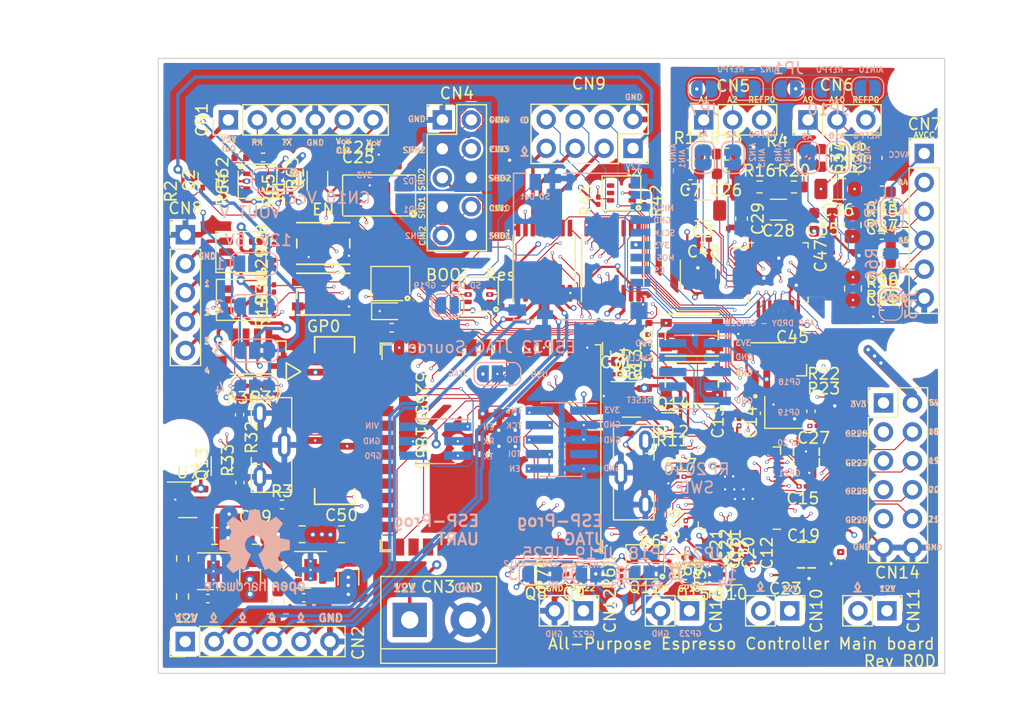
<source format=kicad_pcb>
(kicad_pcb (version 20221018) (generator pcbnew)
  (layers (0 "F.Cu" signal) (1 "In1.Cu" power "In1.Pwr.Cu") (2 "In2.Cu" signal) (3 "In3.Cu" signal) (4 "In4.Cu" power "In4.Gnd.Cu") (31 "B.Cu" signal) (34 "B.Paste" user) (35 "F.Paste" user) (36 "B.SilkS" user "B.Silkscreen") (37 "F.SilkS" user "F.Silkscreen") (38 "B.Mask" user) (39 "F.Mask" user) (44 "Edge.Cuts" user))
  (net 0 "")
  (net 1 "Net-(U1-SS{slash}TR)")
  (net 2 "VIN")
  (net 3 "Net-(U3-SS{slash}TR)")
  (net 4 "Net-(U4-XIN)")
  (net 5 "Net-(U4-XOUT)")
  (net 6 "Net-(U4-VREG_VOUT)")
  (net 7 "CN12_VCC")
  (net 8 "Net-(U1-FB)")
  (net 9 "Net-(U3-FB)")
  (net 10 "ESP32_EN")
  (net 11 "Net-(J16-D+)")
  (net 12 "RP2040_BOOTSEL")
  (net 15 "RCLK_3V3")
  (net 16 "SRCK_3V3")
  (net 17 "SER_IN_3V3")
  (net 18 "QWIIC_SCL")
  (net 19 "QWIIC_SDA")
  (net 20 "EYESPI_GPIO1")
  (net 21 "EYESPI_GPIO2")
  (net 22 "RP2040_SWCLK")
  (net 23 "RP2040_SWD")
  (net 24 "RP2040_RESETn")
  (net 25 "CN14_3")
  (net 26 "CN14_4")
  (net 27 "CN14_5")
  (net 28 "CN14_6")
  (net 29 "RP2040_QSPI_SD3")
  (net 30 "RP2040_QSPI_SCK")
  (net 31 "RP2040_QSPI_SD0")
  (net 32 "RP2040_QSPI_SD2")
  (net 33 "RP2040_QSPI_SD1")
  (net 34 "/RP2040_USB_POST_R_DN")
  (net 35 "/RP2040_USB_POST_R_DP")
  (net 36 "Net-(CN1-Pin_1)")
  (net 37 "Net-(CN1-Pin_2)")
  (net 38 "Net-(CN1-Pin_3)")
  (net 39 "Net-(CN1-Pin_5)")
  (net 40 "RCLK_5V")
  (net 41 "+5V")
  (net 42 "SRCK_5V")
  (net 43 "SER_IN_5V")
  (net 44 "CN1_UART_VCC")
  (net 45 "CN2_FA10")
  (net 46 "Net-(U11-BP)")
  (net 47 "CN12")
  (net 48 "CN2_FA9")
  (net 49 "CN2_FA8")
  (net 50 "CN2_FA7")
  (net 51 "CN9_7")
  (net 52 "Net-(U15-SER_OUT)")
  (net 55 "ESP32_RP2040_UART1")
  (net 57 "VOUT_1")
  (net 58 "VOUT_2")
  (net 59 "VOUT_3")
  (net 60 "CIN1")
  (net 61 "CIN2")
  (net 62 "CIN3")
  (net 63 "CN14_7")
  (net 64 "CN14_8")
  (net 65 "CN14_9")
  (net 66 "CN14_10")
  (net 67 "CIN4")
  (net 68 "Net-(JP4-C)")
  (net 69 "Net-(JP5-C)")
  (net 70 "VOUT_2_GATE")
  (net 71 "Net-(JP6-C)")
  (net 72 "VOUT_3_GATE")
  (net 76 "+3V3")
  (net 77 "C_SHIELD_1")
  (net 78 "C_SHIELD_2")
  (net 79 "ESP32_RP2040_UART2")
  (net 80 "Net-(J16-D-)")
  (net 81 "ESP32_TMS")
  (net 82 "ESP32_TCK")
  (net 83 "ESP32_TDO")
  (net 85 "ESP32_TDI")
  (net 87 "ESP32_JTAG_SELECT")
  (net 88 "RP2040_USB_PRE_R_DP")
  (net 89 "RP2040_USB_PRE_R_DN")
  (net 90 "ESP32_USB_PRE_R_DP")
  (net 91 "ESP32_USB_PRE_R_DN")
  (net 92 "ESP32_GPIO0")
  (net 93 "CN9_4")
  (net 94 "CN9_3")
  (net 98 "ESP32_QWIIC_SDA")
  (net 99 "ESP32_QWIIC_SCL")
  (net 100 "CN9_6")
  (net 101 "CN9_8")
  (net 102 "CN10_DRAIN")
  (net 103 "CN1_3V3_GATE")
  (net 104 "CN1_12V_GATE")
  (net 105 "VOUT_1_GATE")
  (net 106 "AIN1")
  (net 107 "AIN2")
  (net 108 "CN1_UART_TX")
  (net 109 "REFP0")
  (net 110 "AIN9")
  (net 111 "AIN10")
  (net 112 "ESP32_U0RXD")
  (net 113 "ESP32_U0TXD")
  (net 114 "AIN4")
  (net 115 "AIN5")
  (net 116 "AIN6_REFP1")
  (net 117 "AIN7_REFN1")
  (net 119 "RP2040_SERIAL_BOOT")
  (net 121 "CN13")
  (net 122 "SET_FLSH_CS")
  (net 123 "CN13_VCC")
  (net 124 "RP2040_USB_VBUS")
  (net 125 "ESP32_USB_VBUS")
  (net 126 "CN14_6_3V3")
  (net 127 "Net-(Q13-G)")
  (net 128 "Net-(Q14-G)")
  (net 130 "Net-(JP16-C)")
  (net 131 "VOUT_4_GATE")
  (net 132 "VOUT_4")
  (net 133 "ESP32_BOOTSEL_RP2040")
  (net 134 "ESP32_DISABLE_RP2040")
  (net 135 "GND")
  (net 136 "Net-(D2-A)")
  (net 137 "CN1_UART_RX")
  (net 138 "CN1_UART_RX_SHIFT_SEL")
  (net 139 "CN1_UART_TX_SHIFT_SEL")
  (net 140 "CN11_DRAIN")
  (net 142 "INT_SPI_MISO")
  (net 143 "INT_SPI_MOSI")
  (net 144 "INT_SPI_SCLK")
  (net 145 "EYESPI_BL")
  (net 146 "EYESPI_INT")
  (net 147 "EYESPI_SCK")
  (net 148 "EYESPI_MOSI")
  (net 149 "EYESPI_MISO")
  (net 150 "EYESPI_DC")
  (net 151 "EYESPI_RESET")
  (net 152 "EYESPI_DISP_CS")
  (net 153 "EYESPI_SD_CS")
  (net 154 "EYESPI_MEM_CS")
  (net 155 "EYESPI_TS_CS")
  (net 156 "EYESPI_BUSY_TE")
  (net 158 "ADC_CS")
  (net 159 "SD_CS")
  (net 160 "+5VA")
  (net 161 "SD_DET")
  (net 163 "AIN3")
  (net 164 "AIN0")
  (net 166 "AIN11")
  (net 167 "AIN8")
  (net 168 "REFN0")
  (net 169 "AIN1_COND")
  (net 170 "CN12_3V3")
  (net 171 "CN13_3V3")
  (net 172 "ADC_DRDY")
  (net 173 "AIN2_COND")
  (net 174 "AIN9_COND")
  (net 175 "AIN10_COND")
  (net 176 "REF_IN")
  (net 177 "Net-(NT1-Pad2)")
  (net 178 "AIN6_REFP1_COND")
  (net 179 "AIN7_REFN1_COND")
  (net 180 "AIN4_COND")
  (net 181 "AIN5_COND")
  (net 182 "Net-(U6-REFOUT)")
  (net 183 "Net-(U6-REFCOM)")
  (net 184 "CN13_LowI")
  (net 185 "CN12_LowI")
  (net 186 "CN12_HighI")
  (net 187 "CN13_HighI")
  (net 188 "CN9_5")
  (net 189 "Net-(Q8-G)")
  (net 190 "Net-(Q10-D)")
  (footprint "Resistor_SMD:R_0201_0603Metric" (layer "F.Cu") (at 62.735 34.575 -90)
    (fp_text reference "R63")
    (fp_text value "10K")
  )
  (footprint "Resistor_SMD:R_0603_1608Metric" (layer "F.Cu") (at 62.49 72.16 90)
    (fp_text reference "R10" hide)
    (fp_text value "24K")
  )
  (footprint "Connector_PinHeader_2.54mm:PinHeader_1x03_P2.54mm_Vertical" (layer "F.Cu") (at 109 29.9 90)
    (fp_text reference "CN6")
    (fp_text value "NTC Service Boiler")
  )
  (footprint "Resistor_SMD:R_0201_0603Metric" (layer "F.Cu") (at 92.62 69.67 90)
    (fp_text reference "R68")
    (fp_text value "10K")
  )
  (footprint "Capacitor_SMD:C_0402_1005Metric" (layer "F.Cu") (at 64.7575 71.855)
    (fp_text reference "C5" hide)
    (fp_text value "6.8 nF, 50V")
  )
  (footprint "Connector_PinHeader_2.54mm:PinHeader_1x05_P2.54mm_Vertical" (layer "F.Cu") (at 54.38 39.985)
    (fp_text reference "CN8")
    (fp_text value "Conn_01x05_Pin")
  )
  (footprint "Resistor_SMD:R_0201_0603Metric" (layer "F.Cu") (at 110.38 52.44 180)
    (fp_text reference "R23")
    (fp_text value "10K")
  )
  (footprint "Resistor_SMD:R_0201_0603Metric" (layer "F.Cu") (at 94.65 37.02 -90)
    (fp_text reference "R42")
    (fp_text value "10K")
  )
  (footprint "PCM_Package_TO_SOT_SMD_AKL:TSOT-23-6" (layer "F.Cu") (at 59.25 41.5 180)
    (fp_text reference "Q5" hide)
    (fp_text value "Q_PMOS-E_DUAL_Generic_SEP_S1G1D2S2G2D1" hide)
  )
  (footprint "Package_TO_SOT_SMD:TSOT-23-6" (layer "F.Cu") (at 93.52 54.44)
    (fp_text reference "U8")
    (fp_text value "LM5050-1")
  )
  (footprint "Resistor_SMD:R_0201_0603Metric" (layer "F.Cu") (at 59.41 53.25 180)
    (fp_text reference "R36")
    (fp_text value "10K")
  )
  (footprint "Capacitor_SMD:C_0603_1608Metric" (layer "F.Cu") (at 115.48 40.89)
    (fp_text reference "C44")
    (fp_text value "5.1 nF, C0G")
  )
  (footprint "Resistor_SMD:R_0201_0603Metric" (layer "F.Cu") (at 82.170933 45.9 -90)
    (fp_text reference "R38" hide)
    (fp_text value "10K")
  )
  (footprint "Resistor_SMD:R_0603_1608Metric" (layer "F.Cu") (at 54.132 71.744 90)
    (fp_text reference "R8" hide)
    (fp_text value "13K3")
  )
  (footprint "PCM_Package_TO_SOT_SMD_AKL:SOT-363_SC-70-6" (layer "F.Cu") (at 60.705 35.285)
    (fp_text reference "Q11" hide)
    (fp_text value "DMN63D8LDW" hide)
  )
  (footprint "Resistor_SMD:R_0201_0603Metric" (layer "F.Cu") (at 82.17 44.43 -90)
    (fp_text reference "R41" hide)
    (fp_text value "10K")
  )
  (footprint "ul_PTS815-SJM-250-SMTR-LFS:SW4_PTS815 SJM 250 SMTR LFS_CNK" (layer "F.Cu") (at 98.81 52.97)
    (fp_text reference "SW1" hide)
    (fp_text value "SW_Push")
  )
  (footprint "Connector_PinHeader_2.54mm:PinHeader_1x02_P2.54mm_Vertical" (layer "F.Cu") (at 115.925 73 -90)
    (fp_text reference "CN11")
    (fp_text value "~")
  )
  (footprint "ul_PTS815-SJM-250-SMTR-LFS:SW4_PTS815 SJM 250 SMTR LFS_CNK" (layer "F.Cu") (at 98.81 48.8)
    (fp_text reference "SW2" hide)
    (fp_text value "SW_Push")
  )
  (footprint "Resistor_SMD:R_0201_0603Metric" (layer "F.Cu") (at 86.77 69.8 90)
    (fp_text reference "R70")
    (fp_text value "10K")
  )
  (footprint "PCM_Package_TO_SOT_SMD_AKL:TSOT-23-6" (layer "F.Cu") (at 59.3 45.7 180)
    (fp_text reference "Q3" hide)
    (fp_text value "Q_PMOS-E_DUAL_Generic_SEP_S1G1D2S2G2D1" hide)
  )
  (footprint "LED_SMD:LED_0603_1608Metric" (layer "F.Cu") (at 72.2 46.7)
    (fp_text reference "D2" hide)
    (fp_text value "KT-0603W")
  )
  (footprint "Package_TO_SOT_SMD:SOT-523" (layer "F.Cu") (at 65.96 35.07 90)
    (fp_text reference "Q1")
    (fp_text value "DMP21D0UT-7")
  )
  (footprint "Capacitor_SMD:C_0201_0603Metric" (layer "F.Cu") (at 111.17 41.84 90)
    (fp_text reference "C47")
    (fp_text value "1 uF, >6.3V, X5R")
  )
  (footprint "Capacitor_SMD:C_0603_1608Metric" (layer "F.Cu") (at 92.2 50.32 -90)
    (fp_text reference "C32" hide)
    (fp_text value "22 uF, 6.3V, X5R")
  )
  (footprint "Package_TO_SOT_SMD:SOT-523" (layer "F.Cu") (at 98.92 69.84 180)
    (fp_text reference "Q15")
    (fp_text value "DMP21D0UT-7")
  )
  (footprint "Connector_PinHeader_2.54mm:PinHeader_1x02_P2.54mm_Vertical" (layer "F.Cu") (at 98.6 73 -90)
    (fp_text reference "CN13")
    (fp_text value "~")
  )
  (footprint "Capacitor_SMD:C_0201_0603Metric" (layer "F.Cu") (at 97.8125 61.2325)
    (fp_text reference "C17")
    (fp_text value "100 nF, >10V, X6S")
  )
  (footprint "Package_SO:TSSOP-16_4.4x5mm_P0.65mm" (layer "F.Cu") (at 85.84 42.26 90)
    (fp_text reference "U15" hide)
    (fp_text value "STPIC6C595TTR")
  )
  (footprint "Resistor_SMD:R_0603_1608Metric" (layer "F.Cu") (at 104.75 35.79)
    (fp_text reference "R16")
    (fp_text value "4K99 1%")
  )
  (footprint "Connector_PinHeader_2.54mm:PinHeader_2x04_P2.54mm_Vertical" (layer "F.Cu") (at 93.65 29.9 -90)
    (fp_text reference "CN9")
    (fp_text value "Conn_02x04")
  )
  (footprint "Resistor_SMD:R_0201_0603Metric" (layer "F.Cu") (at 90.6 37 90)
    (fp_text reference "R43")
    (fp_text value "10K")
  )
  (footprint "Resistor_SMD:R_0201_0603Metric" (layer "F.Cu") (at 97.11 58.33)
    (fp_text reference "R12")
    (fp_text value "27R")
  )
  (footprint "Capacitor_SMD:C_0603_1608Metric" (layer "F.Cu") (at 115.49 42.44 180)
    (fp_text reference "C40")
    (fp_text value "5.1 nF, C0G")
  )
  (footprint "Resistor_SMD:R_0201_0603Metric" (layer "F.Cu") (at 95.66 65.85 180)
    (fp_text reference "R67")
    (fp_text value "10K")
  )
  (footprint "Connector_PinHeader_2.54mm:PinHeader_1x02_P2.54mm_Vertical" (layer "F.Cu") (at 89.3 73 -90)
    (fp_text reference "CN12")
    (fp_text value "~")
  )
  (footprint "Resistor_SMD:R_0201_0603Metric" (layer "F.Cu") (at 62.14 46.75 90)
    (fp_text reference "R19")
    (fp_text value "10K")
  )
  (footprint "Connector_USB:USB_Micro-B_Molex-105133-0001" (layer "F.Cu") (at 93.66 60.87 -90)
    (fp_text reference "J1" hide)
    (fp_text value "USB_B_Micro")
  )
  (footprint "Capacitor_SMD:C_0201_0603Metric" (layer "F.Cu") (at 108.54 62.08 180)
    (fp_text reference "C15")
    (fp_text value "100 nF, >10V, X6S")
  )
  (footprint "Capacitor_SMD:C_0402_1005Metric" (layer "F.Cu") (at 59.16 61.75 -90)
    (fp_text reference "C34" hide)
    (fp_text value "NC")
  )
  (footprint "Capacitor_SMD:C_0603_1608Metric" (layer "F.Cu") (at 110.16 33.24 -90)
    (fp_text reference "C37")
    (fp_text value "5.1 nF, C0G")
  )
  (footprint "Package_TO_SOT_SMD:SOT-523" (layer "F.Cu") (at 88.46 69.78 180)
    (fp_text reference "Q9")
    (fp_text value "DMG1012T-7")
  )
  (footprint "Resistor_SMD:R_0603_1608Metric" (layer "F.Cu") (at 115.52 45.56)
    (fp_text reference "R26")
    (fp_text value "6K04 1%")
  )
  (footprint "Package_TO_SOT_SMD:SOT-523" (layer "F.Cu") (at 56.39 35.19 90)
    (fp_text reference "Q2")
    (fp_text value "DMP21D0UT-7")
  )
  (footprint "ul_W25Q16JVUXIQ:W25Q16JVUXIQ_WIN" (layer "F.Cu") (at 108.8531 68.1 180)
    (fp_text reference "U9" hide)
    (fp_text value "W25Q16JVUXIQ")
  )
  (footprint "Resistor_SMD:R_0603_1608Metric" (layer "F.Cu") (at 111.8 33.24 -90)
    (fp_text reference "R21")
    (fp_text value "6K04 1%")
  )
  (footprint "Resistor_SMD:R_0201_0603Metric" (layer "F.Cu") (at 54.16 36.175 90)
    (fp_text reference "R2")
    (fp_text value "10K")
  )
  (footprint "PCM_Package_TO_SOT_SMD_AKL:SOT-363_SC-70-6" (layer "F.Cu") (at 94.73 68.7 180)
    (fp_text reference "Q12")
    (fp_text value "DMN63D8LDW" hide)
  )
  (footprint "Connector_PinHeader_2.54mm:PinHeader_1x06_P2.54mm_Vertical" (layer "F.Cu") (at 54.36 75.7 90)
    (fp_text reference "CN2")
    (fp_text value "Conn_01x06_Pin")
  )
  (footprint "Resistor_SMD:R_0402_1005Metric" (layer "F.Cu") (at 62.85 63.67)
    (fp_text reference "R3")
    (fp_text value "18K7")
  )
  (footprint "Capacitor_SMD:C_0402_1005Metric" (layer "F.Cu") (at 109.26 55.48 -90)
    (fp_text reference "C9" hide)
    (fp_text value "12 pF")
  )
  (footprint "Resistor_SMD:R_0201_0603Metric" (layer "F.Cu") (at 78.08 45.91 90)
    (fp_text reference "R39" hide)
    (fp_text value "10K")
  )
  (footprint "ul_PTS815-SJM-250-SMTR-LFS:SW4_PTS815 SJM 250 SMTR LFS_CNK" (layer "F.Cu") (at 66.475 40.75)
    (fp_text reference "SW4" hide)
    (fp_text value "SW_Push")
  )
  (footprint "Capacitor_SMD:C_0201_0603Metric" (layer "F.Cu") (at 102.96 56.44 -90)
    (fp_text reference "C14")
    (fp_text value "100 nF, >10V, X6S")
  )
  (footprint "Capacitor_SMD:C_0603_1608Metric" (layer "F.Cu") (at 110.32 38.09 180)
    (fp_text reference "C35")
    (fp_text value "5.1 nF, C0G")
  )
  (footprint "Package_SO:TSSOP-16_4.4x5mm_P0.65mm" (layer "F.Cu") (at 91.86 42.26 90)
    (fp_text reference "U16" hide)
    (fp_text value "STPIC6C595TTR")
  )
  (footprint "Resistor_SMD:R_0603_1608Metric" (layer "F.Cu") (at 107.77 35.79)
    (fp_text reference "R20")
    (fp_text value "4K99 1%")
  )
  (footprint "Resistor_SMD:R_0805_2012Metric_Pad1.20x1.40mm_HandSolder" (layer "F.Cu") (at 112.95 44.71 90)
    (fp_text reference "C39" hide)
    (fp_text value "C_Small")
  )
  (footprint "Capacitor_SMD:C_0201_0603Metric" (layer "F.Cu") (at 102.14 56.44 90)
    (fp_text reference "C13")
    (fp_text value "100 nF, >10V, X6S")
  )
  (footprint "Resistor_SMD:R_0402_1005Metric" (layer "F.Cu") (at 61.2 33.2 180)
    (fp_text reference "R6" hide)
    (fp_text value "1K")
  )
  (footprint "Capacitor_SMD:C_0402_1005Metric" (layer "F.Cu") (at 99.82 40.31 180)
    (fp_text reference "C48")
    (fp_text value "C_Small")
  )
  (footprint "Resistor_SMD:R_0201_0603Metric" (layer "F.Cu") (at 62.735 36.055 90)
    (fp_text reference "R65")
    (fp_text value "10K")
  )
  (footprint "Capacitor_SMD:C_0201_0603Metric" (layer "F.Cu") (at 109.49 56.77 180)
    (fp_text reference "C27")
    (fp_text value "100 nF, >10V, X6S")
  )
  (footprint "Resistor_SMD:R_0201_0603Metric" (layer "F.Cu") (at 63.64 36.07 90)
    (fp_text reference "R1")
    (fp_text value "10K")
  )
  (footprint "Resistor_SMD:R_0402_1005Metric" (layer "F.Cu") (at 72.475 48.15)
    (fp_text reference "R31" hide)
    (fp_text value "120R")
  )
  (footprint "BM04B-SRSS-TB_LF__SN_:JST_BM04B-SRSS-TB(LF)(SN)" (layer "F.Cu") (at 105.88 50.1675)
    (fp_text reference "J2" hide)
    (fp_text value "BM04B-SRSS-TB(LF)(SN)")
  )
  (footprint "Package_TO_SOT_SMD:SOT-523" (layer "F.Cu") (at 57.54 60.12 90)
    (fp_text reference "Q13")
    (fp_text value "DMG1012T-7")
  )
  (footprint "Crystal:Crystal_SMD_2520-4Pin_2.5x2.0mm" (layer "F.Cu") (at 106.86 55.58)
    (fp_text reference "Y1" hide)
    (fp_text value "XYDBPCNANF-12MHZ")
  )
  (footprint "MountingHole:MountingHole_2.2mm_M2" (layer "F.Cu") (at 54.025 58.625)
    (fp_text reference "H3" hide)
    (fp_text value "MountingHole")
  )
  (footprint "Resistor_SMD:R_0603_1608Metric" (layer "F.Cu") (at 115.48 37.78 180)
    (fp_text reference "R27")
    (fp_text value "6K04 1%")
  )
  (footprint "Capacitor_SMD:C_0805_2012Metric" (layer "F.Cu") (at 60.51 66.42)
    (fp_text reference "C49")
    (fp_text value "22 uF, 10V, X7T")
  )
  (footprint "PCM_Package_TO_SOT_SMD_AKL:SOT-363_SC-70-6" (layer "F.Cu") (at 92.63 36.32 180)
    (fp_text reference "Q6" hide)
    (fp_text value "DMN63D8LDW" hide)
  )
  (footprint "Package_TO_SOT_SMD:SOT-523" (layer "F.Cu") (at 102.22 69.82 180)
    (fp_text reference "Q10")
    (fp_text value "DMG1012T-7")
  )
  (footprint "Capacitor_SMD:C_0201_0603Metric" (layer "F.Cu") (at 102.72 67.92 -90)
    (fp_text reference "C20")
    (fp_text value "100 nF, >10V, X6S")
  )
  (footprint "Resistor_SMD:R_0201_0603Metric" (layer "F.Cu") (at 61.48 53.22 180)
    (fp_text reference "R37")
    (fp_text value "10K")
  )
  (footprint "Capacitor_SMD:C_0805_2012Metric" (layer "F.Cu") (at 64.61 66.28 180)
    (fp_text reference "C8" hide)
    (fp_text value "22 uF, 10V, X7T")
  )
  (footprint "ul_W25Q16JVUXIQ:W25Q16JVUXIQ_WIN" (layer "F.Cu") (at 108.86 59.4969 90)
    (fp_text reference "U2" hide)
    (fp_text value "W25Q16JVUXIQ")
  )
  (footprint "Capacitor_SMD:C_0201_0603Metric" (layer "F.Cu") (at 107.02 70 180)
    (fp_text reference "C23")
    (fp_text value "100 nF, >10V, X6S")
  )
  (footprint "Resistor_SMD:R_0603_1608Metric" (layer "F.Cu") (at 62.49 69.1 -90)
    (fp_text reference "R9" hide)
    (fp_text value "75K")
  )
  (footprint "Resistor_SMD:R_0201_0603Metric" (layer "F.Cu") (at 62.14 44.7 90)
    (fp_text reference "R30")
    (fp_text value "10K")
  )
  (footprint "Package_DFN_QFN:QFN-56-1EP_7x7mm_P0.4mm_EP3.2x3.2mm" (layer "F.Cu") (at 102.9825 62.23 180)
    (fp_text reference "U4" hide)
    (fp_text value "RP2040")
  )
  (footprint "Resistor_SMD:R_0201_0603Metric" (layer "F.Cu") (at 98.44 68.31 180)
    (fp_text reference "R69")
    (fp_text value "10K")
  )
  (footprint "TerminalBlock:TerminalBlock_bornier-2_P5.08mm" (layer "F.Cu") (at 74.06 73.8)
    (fp_text reference "CN3")
    (fp_text value "12V Separate Supply")
  )
  (footprint "Capacitor_SMD:C_0201_0603Metric" (layer "F.Cu") (at 93.8 49.73 -90)
    (fp_text reference "C30")
    (fp_text value "1 uF, >6.3V, X5R")
  )
  (footprint "Capacitor_SMD:C_1206_3216Metric" (layer "F.Cu") (at 111.61 35.97 180)
    (fp_text reference "C36")
    (fp_text value "51 nF, C0G")
  )
  (footprint "Resistor_SMD:R_0603_1608Metric" (layer "F.Cu") (at 113.4 33.26 90)
    (fp_text reference "R24")
    (fp_text value "6K04 1%")
  )
  (footprint "Capacitor_SMD:C_0201_0603Metric" (layer "F.Cu") (at 98.28 65.41 90)
    (fp_text reference "C16")
    (fp_text value "100 nF, >10V, X6S")
  )
  (footprint "Resistor_SMD:R_0201_0603Metric" (layer "F.Cu") (at 100.6 69.85 90)
    (fp_text reference "R59")
    (fp_text value "10K")
  )
  (footprint "Resistor_SMD:R_0201_0603Metric" (layer "F.Cu") (at 62.14 40.5 90)
    (fp_text reference "R28")
    (fp_text value "10K")
  )
  (footprint "Connector_PinHeader_2.54mm:PinHeader_1x03_P2.54mm_Vertical" (layer "F.Cu") (at 99.85 29.9 90)
    (fp_text reference "CN5")
    (fp_text value "NTC Brew Boiler")
  )
  (footprint "Resistor_SMD:R_0402_1005Metric" (layer "F.Cu") (at 95.05 48.24 -90)
    (fp_text reference "R18" hide)
    (fp_text value "4K7")
  )
  (footprint "Resistor_SMD:R_0805_2012Metric_Pad1.20x1.40mm_HandSolder" (layer "F.Cu") (at 112.92 39.14 90)
    (fp_text reference "C42" hide)
    (fp_text value "C_Small")
  )
  (footprint "Package_TO_SOT_SMD:SOT-523" (layer "F.Cu") (at 97.17 56.52)
    (fp_text reference "Q14")
    (fp_text value "DMG1012T-7")
  )
  (footprint "Resistor_SMD:R_0201_0603Metric" (layer "F.Cu") (at 59.13 57.77 -90)
    (fp_text reference "R32")
    (fp_text value "0R")
  )
  (footprint "BM04B-SRSS-TB_LF__SN_:JST_BM04B-SRSS-TB(LF)(SN)" (layer "F.Cu") (at 60.2 51.5125 180)
    (fp_text reference "J17" hide)
    (fp_text value "BM04B-SRSS-TB(LF)(SN)")
  )
  (footprint "Capacitor_SMD:C_1206_3216Metric" (layer "F.Cu") (at 99.78 37.85 180)
    (fp_text reference "C3")
    (fp_text value "51 nF, C0G")
  )
  (footprint "Capacitor_SMD:C_0201_0603Metric" (layer "F.Cu") (at 104.34 67.93 -90)
    (fp_text reference "C12")
    (fp_text value "100 nF, >10V, X6S")
  )
  (footprint "Connector_PinHeader_2.54mm:PinHeader_2x05_P2.54mm_Vertical" (layer "F.Cu") (at 76.92 29.9)
    (fp_text reference "CN4")
    (fp_text value "Conn_02x05_Counter_Clockwise")
  )
  (footprint "PCM_Package_TO_SOT_SMD_AKL:SOT-363_SC-70-6" (layer "F.Cu") (at 72.36 44.27 180)
    (fp_text reference "Q7" hide)
    (fp_text value "DMN63D8LDW" hide)
  )
  (footprint "Capacitor_SMD:C_0402_1005Metric" (layer "F.Cu") (at 104.46 55.66 90)
    (fp_text reference "C10" hide)
    (fp_text value "12 pF")
  )
  (footprint "Capacitor_SMD:C_0603_1608Metric" (layer "F.Cu") (at 115.5 47.12)
    (fp_text reference "C41")
    (fp_text value "5.1 nF, C0G")
  )
  (footprint "Connector_PinHeader_2.54mm:PinHeader_1x06_P2.54mm_Vertical" (layer "F.Cu") (at 119.2 32.85)
    (fp_text reference "CN7")
    (fp_text value "Conn_01x06_Pin")
  )
  (footprint "MountingHole:MountingHole_2.2mm_M2" (layer "F.Cu") (at 118.425 27.15)
    (fp_text reference "H1" hide)
    (fp_text value "MountingHole")
  )
  (footprint "Capacitor_SMD:C_0603_1608Metric" (layer "F.Cu") (at 101.79 34.65 180)
    (fp_text reference "C26")
    (fp_text value "5.1 nF, C0G")
  )
  (footprint "Connector_PinHeader_2.54mm:PinHeader_1x02_P2.54mm_Vertical" (layer "F.Cu") (at 107.4 73 -90)
    (fp_text reference "CN10")
    (fp_text value "~")
  )
  (footprint "Connector_PinHeader_2.54mm:PinHeader_1x06_P2.54mm_Vertical" (layer "F.Cu") (at 58.15 29.9 90)
    (fp_text reference "CN1")
    (fp_text value "LCC Port")
  )
  (footprint "PCM_Package_SO_AKL:VSSOP-10_3x3mm_P0.5mm" (layer "F.Cu") (at 71.37 36.54 180)
    (fp_text reference "U10" hide)
    (fp_text value "FDC1004" hide)
  )
  (footprint "Capacitor_SMD:C_0201_0603Metric" (layer "F.Cu") (at 108.6 65.33 180)
    (fp_text reference "C19")
    (fp_text value "100 nF, >10V, X6S")
  )
  (footprint "Resistor_SMD:R_0201_0603Metric" (layer "F.Cu") (at 59.15 59.79 90)
    (fp_text reference "R33")
    (fp_text value "0R")
  )
  (footprint "Capacitor_SMD:C_0603_1608Metric" (layer "F.Cu") (at 114.98 33.24 90)
    (fp_text reference "C38")
    (fp_text value "5.1 nF, C0G")
  )
  (footprint "MountingHole:MountingHole_2.2mm_M2" (layer "F.Cu") (at 118.375 50.1)
    (fp_text reference "H2" hide)
    (fp_text value "MountingHole")
  )
  (footprint "Capacitor_SMD:C_0201_0603Metric" (layer "F.Cu") (at 101.53 67.24 -90)
    (fp_text reference "C11")
    (fp_text value "1 uF, >6.3V, X5R")
  )
  (footprint "Capacitor_SMD:C_0201_0603Metric" (layer "F.Cu") (at 92.2 52.24)
    (fp_text reference "C31")
    (fp_text value "100 nF, >10V, X6S")
  )
  (footprint "Capacitor_SMD:C_0402_1005Metric" (layer "F.Cu") (at 56.34 71.93)
    (fp_text reference "C1" hide)
    (fp_text value "6.8 nF, 50V")
  )
  (footprint "Capacitor_SMD:C_0201_0603Metric" (layer "F.Cu") (at 99.91 67.22 -90)
    (fp_text reference "C21")
    (fp_text value "100 nF, >10V, X6S")
  )
  (footprint "Package_TO_SOT_SMD:SOT-523" (layer "F.Cu") (at 85.13 69.79 180)
    (fp_text reference "Q8")
    (fp_text value "DMP21D0UT-7")
  )
  (footprint "Capacitor_SMD:C_1206_3216Metric" (layer "F.Cu") (at 60.06 70.06 -90)
    (fp_text reference "C2" hide)
    (fp_text value "10 μF, 25 V, X7R")
  )
  (footprint "Capacitor_SMD:C_0603_1608Metric" (layer "F.Cu") (at 110.32 39.68)
    (fp_text reference "C46" hide)
    (fp_text value "330 nF")
  )
  (footprint "Resistor_SMD:R_0201_0603Metric" (layer "F.Cu") (at 110.38 53.24)
    (fp_text reference "R22")
    (fp_text value "10K")
  )
  (footprint "Resistor_SMD:R_0805_2012Metric" (layer "F.Cu") (at 106.29 33.41)
    (fp_text reference "R4")
    (fp_text value "R_Small")
  )
  (footprint "PCM_Package_TO_SOT_SMD_AKL:SOT-363_SC-70-6" (layer "F.Cu") (at 80.13 45.23 180)
    (fp_text reference "Q4" hide)
    (fp_text value "DMN63D8LDW" hide)
  )
  (footprint "Package_TO_SOT_SMD:SOT-23-5" (layer "F.Cu") (at 99.36 43.01 90)
    (fp_text reference "U11" hide)
    (fp_text value "TC2014-5.0VxCTTR")
  )
  (footprint "Resistor_SMD:R_0201_0603Metric" (layer "F.Cu") (at 96.83 69.04 -90)
    (fp_text reference "R61")
    (fp_text value "10K")
  )
  (footprint "Capacitor_SMD:C_0201_0603Metric" (layer "F.Cu") (at 69.55 33.39)
    (fp_text reference "C24")
    (fp_text value "100 nF, >10V, X6S")
  )
  (footprint "Resistor_SMD:R_0201_0603Metric" (layer "F.Cu") (at 93.79 51.27 90)
    (fp_text reference "R34")
    (fp_text value "10K")
  )
  (footprint "Connector_PinHeader_2.54mm:PinHeader_2x06_P2.54mm_Vertical" (layer "F.Cu") (at 115.625 54.75)
    (fp_text reference "CN14")
    (fp_text value "Conn_02x06_Odd_Even")
  )
  (footprint "Capacitor_SMD:C_1206_3216Metric" (layer "F.Cu") (at 106.41 37.78 180)
    (fp_text reference "C28")
    (fp_text value "51 nF, C0G")
  )
  (footprint "Resistor_SMD:R_0603_1608Metric" (layer "F.Cu") (at 98.65 32.92)
    (fp_text reference "R14")
    (fp_text value "6K04 1%")
  )
  (footprint "Capacitor_SMD:C_0805_2012Metric" (layer "F.Cu") (at 56.94 66.43 180)
    (fp_text reference "C4" hide)
    (fp_text value "22 uF, 10V, X7T")
  )
  (footprint "Resistor_SMD:R_0603_1608Metric" (layer "F.Cu") (at 115.51 44 180)
    (fp_text reference "R25")
    (fp_text value "6K04 1%")
  )
  (footprint "Capacitor_SMD:C_0603_1608Metric" (layer "F.Cu") (at 98.67 34.65 180)
    (fp_text reference "C7")
    (fp_text value "5.1 nF, C0G")
  )
  (footprint "Capacitor_SMD:C_0201_0603Metric" (layer "F.Cu") (at 100.72 67.23 -90)
    (fp_text reference "C22")
    (fp_text value "1 uF, >6.3V, X5R")
  )
  (footprint "Resistor_SMD:R_0402_1005Metric" (layer "F.Cu") (at 95.06 51.43 90)
    (fp_text reference "R13")
    (fp_text value "18K7")
  )
  (footprint "Capacitor_SMD:C_0402_1005Metric" (layer "F.Cu") (at 59.13 55.79 -90)
    (fp_text reference "C33" hide)
    (fp_text value "NC")
  )
  (footprint "Resistor_SMD:R_0603_1608Metric" (layer "F.Cu") (at 115.48 39.34)
    (fp_text reference "R35")
    (fp_text value "6K04 1%")
  )
  (footprint "Resistor_SMD:R_0603_1608Metric" (layer "F.Cu") (at 54.132 68.4034 -90)
    (fp_text reference "R7" hide)
    (fp_text value "71K5")
  )
  (footprint "Capacitor_SMD:C_0201_0603Metric" (layer "F.Cu") (at 103.53 67.93 90)
    (fp_text reference "C18")
    (fp_text value "100 nF, >10V, X6S")
  )
  (footprint "ul_PTS815-SJM-250-SMTR-LFS:SW4_PTS815 SJM 250 SMTR LFS_CNK" (layer "F.Cu") (at 66.475 45.2)
    (fp_text reference "SW3" hide)
    (fp_text value "SW_Push")
  )
  (footprint "NetTie:NetTie-2_SMD_Pad0.5mm" (layer "F.Cu") (at 108.64 34.05 -90)
    (fp_text reference "NT1" hide)
    (fp_text value "NetTie_2" hide)
  )
  (footprint "Capacitor_SMD:C_0201_0603Metric" (layer "F.Cu") (at 107.64 47.91 180)
    (fp_text reference "C45")
    (fp_text value "100 nF, >10V, X6S")
  )
  (footprint "Connector_USB:USB_Micro-B_Molex-105133-0001" (layer "F.Cu") (at 61.98 58.44 90)
    (fp_text reference "J16" hide)
    (fp_text value "USB_B_Micro")
  )
  (footprint "Capacitor_SMD:C_0603_1608Metric" (layer "F.Cu") (at 115.48 36.22 180)
    (fp_text reference "C43")
    (fp_text value "5.1 nF, C0G")
  )
  (footprint "Capacitor_SMD:C_0201_0603Metric" (layer "F.Cu") (at 69.55 34.23)
    (fp_text reference "C25")
    (fp_text value "1 uF, >6.3V, X5R")
  )
  (footprint "Package_LGA:Texas_SIL0008D_MicroSiP-8-1EP_2.8x3mm_P0.65mm_EP1.1x1.9mm_ThermalVias" (layer "F.Cu") (at 65.3575 69.405 180)
    (fp_text reference "U3" hide)
    (fp_text value "TPS82130")
  )
  (footprint "Resistor_SMD:R_0603_1608Metric" (layer "F.Cu") (at 101.81 32.9)
    (fp_text reference "R15")
    (fp_text value "6K04 1%")
  )
  (footprint "Resistor_SMD:R_0201_0603Metric" (layer "F.Cu") (at 97.11 59.08)
    (fp_text reference "R11")
    (fp_text value "27R")
  )
  (footprint "Resistor_SMD:R_0201_0603Metric" (layer "F.Cu") (at 78.080933 44.43 90)
    (fp_text reference "R40" hide)
    (fp_text value "10K")
  )
  (footprint "Capacitor_SMD:C_0805_2012Metric" (layer "F.Cu") (at 68.0725 66.285)
    (fp_text reference "C50")
    (fp_text value "22 uF, 10V, X7T")
  )
  (footprint "Resistor_SMD:R_0201_0603Metric" (layer "F.Cu") (at 58.695 36.035 90)
    (fp_text reference "R64")
    (fp_text value "10K")
  )
  (footprint "Package_QFP:LQFP-32_5x5mm_P0.5mm" (layer "F.Cu") (at 106.4 43.3)
    (fp_text reference "U6" hide)
    (fp_text value "ADS124S08IPBSR")
  )
  (footprint "Resistor_SMD:R_0402_1005Metric" (layer "F.Cu") (at 111.87 68.35 90)
    (fp_text reference "R17" hide)
    (fp_text value "4K7")
  )
  (footprint "Resistor_SMD:R_0402_1005Metric" (layer "F.Cu") (at 59.2 33.2)
    (fp_text reference "R5" hide)
    (fp_text value "1K")
  )
  (footprint "Resistor_SMD:R_0201_0603Metric" (layer "F.Cu") (at 58.685 34.575 90)
    (fp_text reference "R62")
    (fp_text value "10K")
  )
  (footprint "Package_LGA:Texas_SIL0008D_MicroSiP-8-1EP_2.8x3mm_P0.65mm_EP1.1x1.9mm_ThermalVias" (layer "F.Cu") (at 56.84 69.53 180)
    (fp_text reference "U1" hide)
    (fp_text value "TPS82130")
  )
  (footprint "Resistor_SMD:R_0201_0603Metric" (layer "F.Cu") (at 62.14 42.55 90)
    (fp_text reference "R29")
    (fp_text value "10K")
  )
  (footprint "Capacitor_SMD:C_1206_3216Metric" (layer "F.Cu") (at 68.68 70.03 -90)
    (fp_text reference "C6" hide)
    (fp_text value "10 μF, 25 V, X7R")
  )
  (footprint "CON_525591853_MOL:CON_525591853_MOL" (layer "F.Cu") (at 67.166349 56.3 -90)
    (fp_text reference "J4" hide)
    (fp_text value "Molex_0525591853")
  )
  (footprint "PCM_Espressif:ESP32-S3-WROOM-1U" (layer "F.Cu") (at 81.375 58.65 -90)
    (fp_text reference "U5" hide)
    (fp_text value "ESP32-S3-WROOM-1")
  )
  (footprint "Capacitor_SMD:C_0603_1608Metric" (layer "F.Cu") (at 103.17 38.57 -90)
    (fp_text reference "C29")
    (fp_text value "5.1 nF, C0G")
  )
  (footprint "Package_TO_SOT_SMD:TSOT-23-6" (layer "F.Cu") (at 54.59 63.26)
    (fp_text reference "U7")
    (fp_text value "LM5050-1")
  )
  (footprint "Jumper:SolderJumper-2_P1.3mm_Open_RoundedPad1.0x1.5mm" (layer "B.Cu") (at 116.26 46.09 90)
    (fp_text reference "JP3")
    (fp_text value "SolderJumper_2_Open")
  )
  (footprint "Jumper:SolderJumper-3_P1.3mm_Bridged2Bar12_RoundedPad1.0x1.5mm_NumberLabels" (layer "B.Cu") (at 60.455 50.15 180)
    (fp_text reference "JP6" hide)
    (fp_text value "SolderJumper_3_Bridged12")
  )
  (footprint "Jumper:SolderJumper-2_P1.3mm_Bridged2Bar_RoundedPad1.0x1.5mm" (layer "B.Cu") (at 102.4 33.2 90)
    (fp_text reference "JP17" hide)
    (fp_text value "SolderJumper_2_Bridged")
  )
  (footprint "Connector_PinHeader_1.27mm:PinHeader_2x05_P1.27mm_Vertical_SMD" (layer "B.Cu") (at 87.38 57.97 180)
    (fp_text reference "J15" hide)
    (fp_text value "Conn_02x05_Odd_Even")
  )
  (footprint "Jumper:SolderJumper-3_P1.3mm_Bridged2Bar12_RoundedPad1.0x1.5mm_NumberLabels" (layer "B.Cu") (at 85.72 69.77 180)
    (fp_text reference "JP25")
    (fp_text value "SolderJumper_3_Bridged12")
  )
  (footprint "Jumper:SolderJumper-2_P1.3mm_Open_RoundedPad1.0x1.5mm" (layer "B.Cu") (at 114.24 27.15 180)
    (fp_text reference "JP22" hide)
    (fp_text value "SolderJumper_2_Open")
  )
  (footprint "Connector_PinHeader_1.27mm:PinHeader_2x05_P1.27mm_Vertical_SMD" (layer "B.Cu") (at 99.09 52.04 180)
    (fp_text reference "J13" hide)
    (fp_text value "Conn_02x05_Odd_Even")
  )
  (footprint "Jumper:SolderJumper-2_P1.3mm_Open_RoundedPad1.0x1.5mm" (layer "B.Cu") (at 99.9 27.19)
    (fp_text reference "JP7")
    (fp_text value "SolderJumper_2_Open")
  )
  (footprint "Jumper:SolderJumper-3_P1.3mm_Bridged2Bar12_RoundedPad1.0x1.5mm_NumberLabels" (layer "B.Cu") (at 60.38 42.55 180)
    (fp_text reference "JP4" hide)
    (fp_text value "SolderJumper_3_Bridged12")
  )
  (footprint "Jumper:SolderJumper-3_P1.3mm_Bridged2Bar12_RoundedPad1.0x1.5mm_NumberLabels" (layer "B.Cu") (at 81.75 52.2 180)
    (fp_text reference "JP8" hide)
    (fp_text value "SolderJumper_3_Bridged12")
  )
  (footprint "Jumper:SolderJumper-2_P1.3mm_Bridged2Bar_RoundedPad1.0x1.5mm" (layer "B.Cu") (at 109 33.2 -90)
    (fp_text reference "JP20" hide)
    (fp_text value "SolderJumper_2_Bridged")
  )
  (footprint "Jumper:SolderJumper-3_P1.3mm_Bridged2Bar12_RoundedPad1.0x1.5mm_NumberLabels" (layer "B.Cu") (at 60.46 53.45 180)
    (fp_text reference "JP16" hide)
    (fp_text value "SolderJumper_3_Bridged12")
  )
  (footprint "Jumper:SolderJumper-3_P1.3mm_Bridged2Bar12_RoundedPad1.0x1.5mm_NumberLabels" (layer "B.Cu") (at 90.38 69.76 180)
    (fp_text reference "JP19")
    (fp_text value "SolderJumper_3_Bridged12")
  )
  (footprint "Symbol:OSHW-Logo2_9.8x8mm_SilkScreen" (layer "B.Cu") (at 60.45 67.85 180)
    (fp_text reference "REF**" hide)
    (fp_text value "OSHW-Logo2_9.8x8mm_SilkScreen" hide)
  )
  (footprint "Jumper:SolderJumper-2_P1.3mm_Open_RoundedPad1.0x1.5mm" (layer "B.Cu") (at 116.34 38.15 -90)
    (fp_text reference "JP2")
    (fp_text value "SolderJumper_2_Open")
  )
  (footprint "Resistor_SMD:R_0805_2012Metric" (layer "B.Cu") (at 116.26 42.56 -90)
    (fp_text reference "R66")
    (fp_text value "R_Small")
  )
  (footprint "Jumper:SolderJumper-2_P1.3mm_Open_RoundedPad1.0x1.5mm" (layer "B.Cu") (at 103.68 27.18 180)
    (fp_text reference "JP23" hide)
    (fp_text value "SolderJumper_2_Open")
  )
  (footprint "Jumper:SolderJumper-2_P1.3mm_Open_RoundedPad1.0x1.5mm" (layer "B.Cu") (at 77.41 46.19 180)
    (fp_text reference "JP15" hide)
    (fp_text value "SolderJumper_2_Open")
  )
  (footprint "Connector_Card:microSD_HC_Hirose_DM3D-SF" (layer "B.Cu") (at 88.95 41.02 -90)
    (fp_text reference "J5" hide)
    (fp_text value "Micro_SD_Card_Det_Hirose_DM3AT")
  )
  (footprint "Jumper:SolderJumper-2_P1.3mm_Open_RoundedPad1.0x1.5mm" (layer "B.Cu") (at 110.77 27.18)
    (fp_text reference "JP10")
    (fp_text value "SolderJumper_2_Open")
  )
  (footprint "Jumper:SolderJumper-2_P1.3mm_Open_RoundedPad1.0x1.5mm" (layer "B.Cu") (at 107.28 27.17 180)
    (fp_text reference "JP1")
    (fp_text value "SolderJumper_2_Open")
  )
  (footprint "Jumper:SolderJumper-3_P1.3mm_Bridged2Bar12_RoundedPad1.0x1.5mm_NumberLabels" (layer "B.Cu") (at 95.06 69.77 180)
    (fp_text reference "JP18")
    (fp_text value "SolderJumper_3_Bridged12")
  )
  (footprint "Connector_PinHeader_1.27mm:PinHeader_2x03_P1.27mm_Vertical_SMD" (layer "B.Cu") (at 76.33 58.11 180)
    (fp_text reference "J3" hide)
    (fp_text value "Conn_02x03_Odd_Even")
  )
  (footprint "Jumper:SolderJumper-2_P1.3mm_Bridged2Bar_RoundedPad1.0x1.5mm" (layer "B.Cu") (at 99.8 33.2 -90)
    (fp_text reference "JP13" hide)
    (fp_text value "SolderJumper_2_Bridged")
  )
  (footprint "Jumper:SolderJumper-2_P1.3mm_Bridged2Bar_RoundedPad1.0x1.5mm" (layer "B.Cu") (at 111.6 33.2 90)
    (fp_text reference "JP21" hide)
    (fp_text value "SolderJumper_2_Bridged")
  )
  (footprint "Jumper:SolderJumper-3_P1.3mm_Bridged2Bar12_RoundedPad1.0x1.5mm_NumberLabels" (layer "B.Cu") (at 60.43 46.25 180)
    (fp_text reference "JP5" hide)
    (fp_text value "SolderJumper_3_Bridged12")
  )
  (footprint "Jumper:SolderJumper-3_P1.3mm_Bridged2Bar12_RoundedPad1.0x1.5mm_NumberLabels" (layer "B.Cu") (at 99.75 69.77 180)
    (fp_text reference "JP24")
    (fp_text value "SolderJumper_3_Bridged12")
  )
  (footprint "Jumper:SolderJumper-3_P1.3mm_Bridged2Bar12_RoundedPad1.0x1.5mm_NumberLabels" (layer "B.Cu") (at 62.28 35.16 180)
    (fp_text reference "JP9" hide)
    (fp_text value "SolderJumper_3_Bridged12")
  )
  (gr_line (start 57.075 73.55) (end 56.875 73.2) (stroke (width 0.15)) (layer "B.SilkS"))
  (gr_line (start 61.7 74) (end 62.275 74) (stroke (width 0.15)) (layer "B.SilkS"))
  (gr_line (start 59.425 73.2) (end 59.225 73.55) (stroke (width 0.15)) (layer "B.SilkS"))
  (gr_line (start 83.825 33.05) (end 84.4 33.05) (stroke (width 0.15)) (layer "B.SilkS"))
  (gr_line (start 59.225 73.55) (end 59.4 73.925) (stroke (width 0.15)) (layer "B.SilkS"))
  (gr_line (start 61.8 73.55) (end 61.975 73.925) (stroke (width 0.15)) (layer "B.SilkS"))
  (gr_line (start 56.575 74) (end 57.15 74) (stroke (width 0.15)) (layer "B.SilkS"))
  (gr_line (start 64.725 73.55) (end 64.525 73.2) (stroke (width 0.15)) (layer "B.SilkS"))
  (gr_line (start 84.325 32.6) (end 84.125 32.25) (stroke (width 0.15)) (layer "B.SilkS"))
  (gr_line (start 56.85 73.925) (end 57.075 73.55) (stroke (width 0.15)) (layer "B.SilkS"))
  (gr_line (start 84.125 32.25) (end 83.925 32.6) (stroke (width 0.15)) (layer "B.SilkS"))
  (gr_line (start 84.1 32.975) (end 84.325 32.6) (stroke (width 0.15)) (layer "B.SilkS"))
  (gr_line (start 56.875 73.2) (end 56.675 73.55) (stroke (width 0.15)) (layer "B.SilkS"))
  (gr_line (start 113.325 71.25) (end 113.55 70.875) (stroke (width 0.15)) (layer "B.SilkS"))
  (gr_line (start 64.225 74) (end 64.8 74) (stroke (width 0.15)) (layer "B.SilkS"))
  (gr_line (start 62.2 73.55) (end 62 73.2) (stroke (width 0.15)) (layer "B.SilkS"))
  (gr_line (start 62 73.2) (end 61.8 73.55) (stroke (width 0.15)) (layer "B.SilkS"))
  (gr_line (start 61.975 73.925) (end 62.2 73.55) (stroke (width 0.15)) (layer "B.SilkS"))
  (gr_line (start 59.4 73.925) (end 59.625 73.55) (stroke (width 0.15)) (layer "B.SilkS"))
  (gr_line (start 64.5 73.925) (end 64.725 73.55) (stroke (width 0.15)) (layer "B.SilkS"))
  (gr_line (start 104.625 70.8125) (end 104.8 71.1875) (stroke (width 0.15)) (layer "B.SilkS"))
  (gr_line (start 64.325 73.55) (end 64.5 73.925) (stroke (width 0.15)) (layer "B.SilkS"))
  (gr_line (start 113.35 70.525) (end 113.15 70.875) (stroke (width 0.15)) (layer "B.SilkS"))
  (gr_line (start 56.675 73.55) (end 56.85 73.925) (stroke (width 0.15)) (layer "B.SilkS"))
  (gr_line (start 59.625 73.55) (end 59.425 73.2) (stroke (width 0.15)) (layer "B.SilkS"))
  (gr_line (start 64.525 73.2) (end 64.325 73.55) (stroke (width 0.15)) (layer "B.SilkS"))
  (gr_line (start 104.825 70.4625) (end 104.625 70.8125) (stroke (width 0.15)) (layer "B.SilkS"))
  (gr_line (start 59.125 74) (end 59.7 74) (stroke (width 0.15)) (layer "B.SilkS"))
  (gr_line (start 105.025 70.8125) (end 104.825 70.4625) (stroke (width 0.15)) (layer "B.SilkS"))
  (gr_line (start 83.925 32.6) (end 84.1 32.975) (stroke (width 0.15)) (layer "B.SilkS"))
  (gr_line (start 104.525 71.2625) (end 105.1 71.2625) (stroke (width 0.15)) (layer "B.SilkS"))
  (gr_line (start 113.05 71.325) (end 113.625 71.325) (stroke (width 0.15)) (layer "B.SilkS"))
  (gr_line (start 113.55 70.875) (end 113.35 70.525) (stroke (width 0.15)) (layer "B.SilkS"))
  (gr_line (start 113.15 70.875) (end 113.325 71.25) (stroke (width 0.15)) (layer "B.SilkS"))
  (gr_line (start 104.8 71.1875) (end 105.025 70.8125) (stroke (width 0.15)) (layer "B.SilkS"))
  (gr_line (start 57.05 73.55) (end 56.85 73.2) (stroke (width 0.15)) (layer "F.SilkS"))
  (gr_line (start 61.675 74) (end 62.25 74) (stroke (width 0.15)) (layer "F.SilkS"))
  (gr_line (start 61.95 73.2) (end 61.75 73.55) (stroke (width 0.15)) (layer "F.SilkS"))
  (gr_line (start 64.225 74) (end 64.8 74) (stroke (width 0.15)) (layer "F.SilkS"))
  (gr_line (start 113.375 71.25) (end 113.55 70.875) (stroke (width 0.15)) (layer "F.SilkS"))
  (gr_line (start 64.3 73.55) (end 64.525 73.925) (stroke (width 0.15)) (layer "F.SilkS"))
  (gr_line (start 113.075 71.325) (end 113.65 71.325) (stroke (width 0.15)) (layer "F.SilkS"))
  (gr_line (start 104.55 71.2625) (end 105.125 71.2625) (stroke (width 0.15)) (layer "F.SilkS"))
  (gr_line (start 104.85 71.1875) (end 105.025 70.8125) (stroke (width 0.15)) (layer "F.SilkS"))
  (gr_line (start 59.1 74) (end 59.675 74) (stroke (width 0.15)) (layer "F.SilkS"))
  (gr_line (start 56.575 74) (end 57.15 74) (stroke (width 0.15)) (layer "F.SilkS"))
  (gr_line (start 59.175 73.55) (end 59.4 73.925) (stroke (width 0.15)) (layer "F.SilkS"))
  (gr_line (start 64.5 73.2) (end 64.3 73.55) (stroke (width 0.15)) (layer "F.SilkS"))
  (gr_line (start 113.15 70.875) (end 113.375 71.25) (stroke (width 0.15)) (layer "F.SilkS"))
  (gr_line (start 61.975 73.925) (end 62.15 73.55) (stroke (width 0.15)) (layer "F.SilkS"))
  (gr_line (start 64.525 73.925) (end 64.7 73.55) (stroke (width 0.15)) (layer "F.SilkS"))
  (gr_line (start 56.65 73.55) (end 56.875 73.925) (stroke (width 0.15)) (layer "F.SilkS"))
  (gr_line (start 84.325 32.6) (end 84.125 32.25) (stroke (width 0.15)) (layer "F.SilkS"))
  (gr_line (start 84.15 32.975) (end 84.325 32.6) (stroke (width 0.15)) (layer "F.SilkS"))
  (gr_line (start 59.575 73.55) (end 59.375 73.2) (stroke (width 0.15)) (layer "F.SilkS"))
  (gr_line (start 56.875 73.925) (end 57.05 73.55) (stroke (width 0.15)) (layer "F.SilkS"))
  (gr_line (start 62.15 73.55) (end 61.95 73.2) (stroke (width 0.15)) (layer "F.SilkS"))
  (gr_line (start 59.4 73.925) (end 59.575 73.55) (stroke (width 0.15)) (layer "F.SilkS"))
  (gr_line (start 84.125 32.25) (end 83.925 32.6) (stroke (width 0.15)) (layer "F.SilkS"))
  (gr_line (start 56.85 73.2) (end 56.65 73.55) (stroke (width 0.15)) (layer "F.SilkS"))
  (gr_line (start 59.375 73.2) (end 59.175 73.55) (stroke (width 0.15)) (layer "F.SilkS"))
  (gr_line (start 64.7 73.55) (end 64.5 73.2) (stroke (width 0.15)) (layer "F.SilkS"))
  (gr_line (start 83.85 33.05) (end 84.425 33.05) (stroke (width 0.15)) (layer "F.SilkS"))
  (gr_line (start 104.825 70.4625) (end 104.625 70.8125) (stroke (width 0.15)) (layer "F.SilkS"))
  (gr_line (start 104.625 70.8125) (end 104.85 71.1875) (stroke (width 0.15)) (layer "F.SilkS"))
  (gr_line (start 83.925 32.6) (end 84.15 32.975) (stroke (width 0.15)) (layer "F.SilkS"))
  (gr_line (start 113.55 70.875) (end 113.35 70.525) (stroke (width 0.15)) (layer "F.SilkS"))
  (gr_line (start 105.025 70.8125) (end 104.825 70.4625) (stroke (width 0.15)) (layer "F.SilkS"))
  (gr_line (start 113.35 70.525) (end 113.15 70.875) (stroke (width 0.15)) (layer "F.SilkS"))
  (gr_line (start 61.75 73.55) (end 61.975 73.925) (stroke (width 0.15)) (layer "F.SilkS"))
  (gr_line (start 121 26.6) (end 121 48.675) (stroke (width 0.1)) (layer "Edge.Cuts"))
  (gr_line (start 121 48.675) (end 121 51.675) (stroke (width 0.1)) (layer "Edge.Cuts"))
  (gr_line (start 94.75 78.5) (end 98.75 78.5) (stroke (width 0.1)) (layer "Edge.Cuts"))
  (gr_line locked (start 53.8 78.5) (end 52 78.5) (stroke (width 0.1)) (layer "Edge.Cuts"))
  (gr_line (start 73.2 78.5) (end 77.2 78.5) (stroke (width 0.1)) (layer "Edge.Cuts"))
  (gr_line (start 121 51.675) (end 121 78.5) (stroke (width 0.1)) (layer "Edge.Cuts"))
  (gr_line (start 52 59.225) (end 52 78.5) (stroke (width 0.1)) (layer "Edge.Cuts"))
  (gr_line (start 52 56.225) (end 52 59.225) (stroke (width 0.1)) (layer "Edge.Cuts"))
  (gr_line (start 121 26.6) (end 121 24.5) (stroke (width 0.1)) (layer "Edge.Cuts"))
  (gr_line (start 118.75 24.5) (end 121 24.5) (stroke (width 0.1)) (layer "Edge.Cuts"))
  (gr_line (start 119.35 78.5) (end 121 78.5) (stroke (width 0.1)) (layer "Edge.Cuts"))
  (gr_line (start 52 56.225) (end 52 24.5) (stroke (width 0.1)) (layer "Edge.Cuts"))
  (gr_line (start 115.35 78.5) (end 119.35 78.5) (stroke (width 0.1)) (layer "Edge.Cuts"))
  (gr_line locked (start 77.2 78.5) (end 94.75 78.5) (stroke (width 0.1)) (layer "Edge.Cuts"))
  (gr_line locked (start 98.75 78.5) (end 115.35 78.5) (stroke (width 0.1)) (layer "Edge.Cuts"))
  (gr_line (start 53.8 78.5) (end 57.8 78.5) (stroke (width 0.1)) (layer "Edge.Cuts"))
  (gr_line (start 118.75 24.5) (end 52 24.5) (stroke (width 0.1)) (layer "Edge.Cuts"))
  (gr_line locked (start 57.8 78.5) (end 73.2 78.5) (stroke (width 0.1)) (layer "Edge.Cuts"))
  (gr_text "AIN0 -\nAIN1" (at 98.26 33.33 90) (layer "B.SilkS") (effects (font (size 0.5 0.5) (thickness 0.1) bold) (justify bottom mirror)))
  (gr_text "ESP-Prog\nJTAG" (at 91.11 67.3) (layer "B.SilkS") (effects (font (size 1 1) (thickness 0.2) bold) (justify left bottom mirror)))
  (gr_text "3" (at 57.875 50.75) (layer "B.SilkS") (effects (font (size 1 1)) (justify left bottom mirror)))
  (gr_text "TDI" (at 83.25 59.525) (layer "B.SilkS") (effects (font (size 0.5 0.5) (thickness 0.1) bold) (justify bottom mirror)))
  (gr_text "12V" (at 55.45 74.05) (layer "B.SilkS") (effects (font (size 0.7 0.7)) (justify left bottom mirror)))
  (gr_text "4" (at 57.975 54.125) (layer "B.SilkS") (effects (font (size 1 1)) (justify left bottom mirror)))
  (gr_text "REFP0" (at 114.15 31.58) (layer "B.SilkS") (effects (font (size 0.5 0.5) (thickness 0.1) bold) (justify bottom mirror)))
  (gr_text "CIN1" (at 82 37.95) (layer "B.SilkS") (effects (font (size 0.5 0.5) (thickness 0.1) bold) (justify bottom mirror)))
  (gr_text "A2" (at 117.35 40.8) (layer "B.SilkS") (effects (font (size 0.5 0.5) (thickness 0.1) bold) (justify bottom mirror)))
  (gr_text "RP2040\nSWD" (at 99.22 62.76) (layer "B.SilkS") (effects (font (size 1 1)) (justify bottom mirror)))
  (gr_text "GND" (at 113.725 67.7) (layer "B.SilkS") (effects (font (size 0.5 0.5) (thickness 0.1) bold) (justify bottom mirror)))
  (gr_text "GND" (at 103.4 51) (layer "B.SilkS") (effects (font (size 0.5 0.5) (thickness 0.1) bold) (justify bottom mirror)))
  (gr_text "AVCC" (at 117 33.25) (layer "B.SilkS") (effects (font (size 0.5 0.5) (thickness 0.1) bold) (justify bottom mirror)))
  (gr_text "CN10 Vcc" (at 70.725 37.325) (layer "B.SilkS") (effects (font (size 1 1)) (justify left bottom mirror)))
  (gr_text "19" (at 120.025 60.15) (layer "B.SilkS") (effects (font (size 0.5 0.5) (thickness 0.1) bold) (justify bottom mirror)))
  (gr_text "GND" (at 120.025 67.725) (layer "B.SilkS") (effects (font (size 0.5 0.5) (thickness 0.1) bold) (justify bottom mirror)))
  (gr_text "IO" (at 84.1 30.225) (layer "B.SilkS") (effects (font (size 0.5 0.5) (thickness 0.1) bold) (justify bottom mirror)))
  (gr_text "12V" (at 115.975 71.35) (layer "B.SilkS") (effects (font (size 0.5 0.5) (thickness 0.1) bold) (justify bottom mirror)))
  (gr_text "Vcc\nOut" (at 68.25 32.875) (layer "B.SilkS") (effects (font (size 0.5 0.5) (thickness 0.1) bold) (justify bottom mirror)))
  (gr_text "AIN2 -\nAIN3" (at 105.25 33.25 90) (layer "B.SilkS") (effects (font (size 0.5 0.5) (thickness 0.1) bold) (justify bottom mirror)))
  (gr_text "GP18" (at 107.375 53.2) (layer "B.SilkS") (effects (font (size 0.5 0.5) (thickness 0.1) bold) (justify bottom mirror)))
  (gr_text "GP26" (at 113.275 57.75) (layer "B.SilkS") (effects (font (size 0.5 0.5) (thickness 0.1) bold) (justify bottom mirror)))
  (gr_text "CIN3" (at 82 32.775) (layer "B.SilkS") (effects (font (size 0.5 0.5) (thickness 0.1) bold) (justify bottom mirror)))
  (gr_text "CIN4" (at 82 30.2) (layer "B.SilkS") (effects (font (size 0.5 0.5) (thickness 0.1) bold) (justify bottom mirror)))
  (gr_text "GND" (at 91.825 60.775) (layer "B.SilkS") (effects (font (size 0.5 0.5) (thickness 0.1) bold) (justify bottom mirror)))
  (gr_text "A9" (at 108.91 31.65) (layer "B.SilkS") (effects (font (size 0.5 0.5) (thickness 0.1) bold) (justify bottom mirror)))
  (gr_text "GND" (at 91.85 58.3) (layer "B.SilkS") (effects (font (size 0.5 0.5) (thickness 0.1) bold) (justify bottom mirror)))
  (gr_text "VOUT V" (at 62.825 38.6) (layer "B.SilkS") (effects (font (size 1 1)) (justify left bottom mirror)))
  (gr_text "SHD2" (at 81.9 35.325) (layer "B.SilkS") (effects (font (size 0.5 0.5) (thickness 0.1) bold) (justify bottom mirror)))
  (gr_text "GP0" (at 70.85 59.7) (layer "B.SilkS") (effects (font (size 0.5 0.5) (thickness 0.1) bold) (justify bottom mirror)))
  (gr_text "3V3" (at 103.325 49.775) (layer "B.SilkS") (effects (font (size 0.5 0.5) (thickness 0.1) bold) (justify bottom mirror)))
  (gr_text "TDO" (at 83.25 58.275) (layer "B.SilkS") (effects (font (size 0.5 0.5) (thickness 0.1) bold) (justify bottom mirror)))
  (gr_text "TX" (at 80.975 59.75) (layer "B.SilkS") (effects (font (size 0.5 0.5) (thickness 0.1) bold) (justify bottom mirror)))
  (gr_text "GP23" (at 98.675 75.3) (layer "B.SilkS") (effects (font (size 0.5 0.5) (thickness 0.1) bold) (justify bottom mirror)))
  (gr_text "A1" (at 117.3 38.225) (layer "B.SilkS") (effects (font (size 0.5 0.5) (thickness 0.1) bold) (justify bottom mirror)))
  (gr_text "SHD2" (at 74.5 32.825) (layer "B.SilkS") (effects (font (size 0.5 0.5) (thickness 0.1) bold) (justify bottom mirror)))
  (gr_text "5V" (at 120.05 55.05) (layer "B.SilkS") (effects (font (size 0.5 0.5) (thickness 0.1) bold) (justify bottom mirror)))
  (gr_text "2" (at 57.9 46.875) (layer "B.SilkS") (effects (font (size 1 1)) (justify left bottom mirror)))
  (gr_text "EN" (at 80.975 57.15) (layer "B.SilkS") (effects (font (size 0.5 0.5) (thickness 0.1) bold) (justify bottom mirror)))
  (gr_text "SD Det - GP19" (at 77.37 44.73) (layer "B.SilkS") (effects (font (size 0.5 0.5) (thickness 0.1) bold) (justify bottom mirror)))
  (gr_text "ADC DRDY - GPIO18" (at 105.65 48.04) (layer "B.SilkS") (effects (font (size 0.5 0.5) (thickness 0.1) bold) (justify bottom mirror)))
  (gr_text "A3" (at 117.35 43.4) (layer "B.SilkS") (effects (font (size 0.5 0.5) (thickness 0.1) bold) (justify bottom mirror)))
  (gr_text "A10" (at 111.53 31.6) (layer "B.SilkS") (effects (font (size 0.5 0.5) (thickness 0.1) bold) (justify bottom mirror)))
  (gr_text "Vcc" (at 70.95 32.2) (layer "B.SilkS") (effects (font (size 0.5 0.5) (thickness 0.1) bold) (justify bottom mirror)))
  (gr_text "1" (at 57.975 43.125) (layer "B.SilkS") (effects (font (size 1 1)) (justify left bottom mirror)))
  (gr_text "GND" (at 93.7 28.2) (layer "B.SilkS") (effects (font (size 0.5 0.5) (thickness 0.1) bold) (justify bottom mirror)))
  (gr_text "AIN2 - REFP0" (at 103.75 25.75) (layer "B.SilkS") (effects (font (size 0.5 0.5) (thickness 0.1) bold) (justify bottom mirror)))
  (gr_text "ESP-Prog\nUART" (at 80.26 67.3) (layer "B.SilkS") (effects (font (size 1 1) (thickness 0.2) bold) (justify left bottom mirror)))
  (gr_text "EN" (at 83.275 60.825) (layer "B.SilkS") (effects (font (size 0.5 0.5) (thickness 0.1) bold) (justify bottom mirror)))
  (gr_text "GND" (at 103.4 54.85) (layer "B.SilkS") (effects (font (size 0.5 0.5) (thickness 0.1) bold) (justify bottom mirror)))
  (gr_text "GND" (at 65.775 32.175) (layer "B.SilkS") (effects (font (size 0.5 0.5) (thickness 0.1) bold) (justify bottom mirror)))
  (gr_text "RX" (at 81 58.425) (layer "B.SilkS") (effects (font (size 0.5 0.5) (thickness 0.1) bold) (justify bottom mirror)))
  (gr_text "4" (at 56.25 52.15) (layer "B.SilkS") (effects (font (size 0.5 0.5) (thickness 0.1) bold) (justify bottom mirror)))
  (gr_text "SD Det" (at 83.74 36.92) (layer "B.SilkS") (effects (font (size 0.5 0.5) (thickness 0.1) bold) (justify right bottom mirror)))
  (gr_text "CS" (at 95.42 43.41) (layer "B.SilkS") (effects (font (size 0.5 0.5) (thickness 0.1) bold) (justify right bottom mirror)))
  (gr_text "5V" (at 59.75 41.05) (layer "B.SilkS") (effects (font (size 1 1)) (justify left bottom mirror)))
  (gr_text "1" (at 56.275 44.5) (layer "B.SilkS") (effects (font (size 0.5 0.5) (thickness 0.1) bold) (justify bottom mirror)))
  (gr_text "SHD2" (at 74.45 35.575) (layer "B.SilkS") (effects (font (size 0.5 0.5) (thickness 0.1) bold) (justify bottom mirror)))
  (gr_text "AIN10 - REFP0" (at 112.67 25.79) (layer "B.SilkS") (effects (font (size 0.5 0.5) (thickness 0.1) bold) (justify bottom mirror)))
  (gr_text "A0" (at 117.3 35.65) (layer "B.SilkS") (effects (font (size 0.5 0.5) (thickness 0.1) bold) (justify bottom mirror)))
  (gr_text "3V3" (at 95.42 41.21) (layer "B.SilkS") (effects (font (size 0.5 0.5) (thickness 0.1) bold) (justify right bottom mirror)))
  (gr_text "GP27" (at 113.25 60.325) (layer "B.SilkS") (effects (font (size 0.5 0.5) (thickness 0.1) bold) (justify bottom mirror)))
  (gr_text "CN13 Vcc" (at 98.63 69.24) (layer "B.SilkS") (effects (font (size 0.5 0.5) (thickness 0.1) bold) (justify bottom mirror)))
  (gr_text "AGND" (at 116.6 45.77) (layer "B.SilkS") (effects (font (size 0.5 0.5) (thickness 0.1) bold) (justify bottom mirror)))
  (gr_text "LED - CN12" (at 84.64 69.17) (layer "B.SilkS") (effects (font (size 0.5 0.5) (thickness 0.1) bold) (justify bottom mirror)))
  (gr_text "A2" (at 102.32 31.47) (layer "B.SilkS") (effects (font (size 0.5 0.5) (thickness 0.1) bold) (justify bottom mirror)))
  (gr_text "GND" (at 80.175 71.425) (layer "B.SilkS") (effects (font (size 0.7 0.7)) (justify left bottom mirror)))
  (gr_text "GP28" (at 113.275 62.8) (layer "B.SilkS") (effects (font (size 0.5 0.5) (thickness 0.1) bold) (justify bottom mirror)))
  (gr_text "SHD1" (at 81.9 40.375) (layer "B.SilkS") (effects (font (size 0.5 0.5) (thickness 0.1) bold) (justify bottom mirror)))
  (gr_text "VIN" (at 70.75 57.05) (layer "B.SilkS") (effects (font (size 0.5 0.5) (thickness 0.1) bold) (justify bottom mirror)))
  (gr_text "TMS" (at 83.175 55.7) (layer "B.SilkS") (effects (font (size 0.5 0.5) (thickness 0.1) bold) (justify bottom mirror)))
  (gr_text "GP29" (at 113.25 65.325) (layer "B.SilkS") (effects (font (size 0.5 0.5) (thickness 0.1) bold) (justify bottom mirror)))
  (gr_text "CIN2" (at 74.525 40.375) (layer "B.SilkS") (effects (font (size 0.5 0.5) (thickness 0.1) bold) (justify bottom mirror)))
  (gr_text "RESET" (at 94.225 54.8) (layer "B.SilkS") (effects (font (size 0.5 0.5) (thickness 0.1) bold) (justify bottom mirror)))
  (gr_text "12V" (at 63.8 41.05) (layer "B.SilkS") (effects (font (size 1 1)) (justify left bottom mirror)))
  (gr_text "MOSI" (at 95.42 42.31) (layer "B.SilkS") (effects (font (size 0.5 0.5) (thickness 0.1) bold) (justify right bottom mirror)))
  (gr_text "CN12 Vcc" (at 89.33 69.26) (layer "B.SilkS") (effects (font (size 0.5 0.5) (thickness 0.1) bold) (justify bottom mirror)))
  (gr_text "GND" (at 68.275 74.05) (layer "B.SilkS") (effects (font (size 0.7 0.7)) (justify left bottom mirror)))
  (gr_text "3" (at 56.3 49.55) (layer "B.SilkS") (effects (font (size 0.5 0.5) (thickness 0.1) bold) (justify bottom mirror)))
  (gr_text "GND" (at 96.05 75.3) (layer "B.SilkS") (effects (font (size 0.5 0.5) (thickness 0.1) bold) (justify bottom mirror)))
  (gr_text "5V" (at 64.5 34.95) (layer "B.SilkS") (effects (font (size 0.5 0.5) (thickness 0.1) bold) (justify left bottom mirror)))
  (gr_text "GP20" (at 107.3 58.55) (layer "B.SilkS") (effects (font (size 0.5 0.5) (thickness 0.1) bold) (justify bottom mirror)))
  (gr_text "GP19" (at 107.325 55.875) (layer "B.SilkS") (effects (font (size 0.5 0.5) (thickness 0.1) bold) (justify bottom mirror)))
  (gr_text "MISO" (at 95.36 37.94) (layer "B.SilkS") (effects (font (size 0.5 0.5) (thickness 0.1) bold) (justify right bottom mirror)))
  (gr_text "AIN10 -\nAIN11" (at 114.51 33.29 90) (layer "B.SilkS") (effects (font (size 0.5 0.5) (thickness 0.1) bold) (justify bottom mirror)))
  (gr_text "GND" (at 74.7 30.1) (layer "B.SilkS") (effects (font (size 0.5 0.5) (thickness 0.1) bold) (justify bottom mirror)))
  (gr_text "TX" (at 63.325 32.125) (layer "B.SilkS") (effects (font (size 0.5 0.5) (thickness 0.1) bold) (justify bottom mirror)))
  (gr_text "5V" (at 86.7 71.01) (layer "B.SilkS") (effects (font (size 0.5 0.5) (thickness 0.1) bold) (justify bottom mirror)))
  (gr_text "GND" (at 103.4 52.375) (layer "B.SilkS") (effects (font (size 0.5 0.5) (thickness 0.1) bold) (justify bottom mirror)))
  (gr_text "A1" (at 99.74 31.45) (layer "B.SilkS") (effects (font (size 0.5 0.5) (thickness 0.1) bold) (justify bottom mirror)))
  (gr_text "3V3" (at 70.85 35.05) (layer "B.SilkS") (effects (font (size 0.5 0.5) (thickness 0.1) bold) (justify left bottom mirror)))
  (gr_text "3V3" (at 113.425 55.15) (layer "B.SilkS") (effects (font (size 0.5 0.5) (thickness 0.1) bold) (justify bottom mirror)))
  (gr_text "GND" (at 56.275 42.1) (layer "B.SilkS") (effects (font (size 0.5 0.5) (thickness 0.1) bold) (justify bottom mirror)))
  (gr_text "GP22" (at 89.325 75.35) (layer "B.SilkS") (effects (font (size 0.5 0.5) (thickness 0.1) bold) (justify bottom mirror)))
  (gr_text "SCLK" (at 95.4 40.13) (layer "B.SilkS") (effects (font (size 0.5 0.5) (thickness 0.1) bold) (justify right bottom mirror)))
  (gr_text "SWD" (at 94.625 49.8) (layer "B.SilkS") (effects (font (size 0.5 0.5) (thickness 0.1) bold) (justify bottom mirror)))
  (gr_text "3V3" (at 92.4 71.05) (layer "B.SilkS") (effects (font (size 0.5 0.5) (thickness 0.1) bold) (justify bottom mirror)))
  (gr_text "2" (at 56.3 47.025) (layer "B.SilkS") (effects (font (size 0.5 0.5) (thickness 0.1) bold) (justify bottom mirror)))
  (gr_text "SHD1" (at 74.475 38.05) (layer "B.SilkS") (effects (font (size 0.5 0.5) (thickness 0.1) bold) (justify bottom mirror)))
  (gr_text "ESP32 JTAG Source" (at 88.73 50.44) (layer "B.SilkS") (effects (font (size 1 1)) (justify left bottom mirror)))
  (gr_text "12V\nOut" (at 58.175 32.725) (layer "B.SilkS") (effects (font (size 0.5 0.5) (thickness 0.1) bold) (justify bottom mirror)))
  (gr_text "20" (at 120.025 62.7) (layer "B.SilkS") (effects (font (size 0.5 0.5) (thickness 0.1) bold) (justify bottom mirror)))
  (gr_text "3V3" (at 101.825 70.9) (layer "B.SilkS") (effects (font (size 0.5 0.5) (thickness 0.1) bold) (justify bottom mirror)))
  (gr_text "RX" (at 60.675 32.175) (layer "B.SilkS") (effects (font (size 0.5 0.5) (thickness 0.1) bold) (justify bottom mirror)))
  (gr_text "3V3" (at 91.825 55.675) (layer "B.SilkS") (effects (font (size 0.5 0.5) (thickness 0.1) bold) (justify bottom mirror)))
  (gr_text "GP21" (at 107.375 61.225) (layer "B.SilkS") (effects (font (size 0.5 0.5) (thickness 0.1) bold) (justify bottom mirror)))
  (gr_text "GND" (at 95.38 39.01) (layer "B.SilkS") (effects (font (size 0.5 0.5) (thickness 0.1) bold) (justify right bottom mirror)))
  (gr_text "REFP0" (at 104.99 31.48) (layer "B.SilkS") (effects (font (size 0.5 0.5) (thickness 0.1) bold) (justify bottom mirror)))
  (gr_text "12V" (at 107.425 71.35) (layer "B.SilkS") (effects (font (size 0.5 0.5) (thickness 0.1) bold) (justify bottom mirror)))
  (gr_text "21" (at 120.05 65.3) (layer "B.SilkS") (effects (font (size 0.5 0.5) (thickness 0.1) bold) (justify bottom mirror)))
  (gr_text "18" (at 120.05 57.6) (layer "B.SilkS") (effects (font (size 0.5 0.5) (thickness 0.1) bold) (justify bottom mirror)))
  (gr_text "12V" (at 93.69 34.28) (layer "B.SilkS") (effects (font (size 0.5 0.5) (thickness 0.1) bold) (justify bottom mirror)))
  (gr_text "SWCLK" (at 94.175 51.1) (layer "B.SilkS") (effects (font (size 0.5 0.5) (thickness 0.1) bold) (justify bottom mirror)))
  (gr_text "GND" (at 70.725 58.4) (layer "B.SilkS") (effects (font (size 0.5 0.5) (thickness 0.1) bold) (justify bottom mirror)))
  (gr_text "GND" (at 91.825 56.95) (layer "B.SilkS") (effects (font (size 0.5 0.5) (thickness 0.1) bold) (justify bottom mirror)))
  (gr_text "12V" (at 74.725 71.425) (layer "B.SilkS") (effects (font (size 0.7 0.7)) (justify left bottom mirror)))
  (gr_text "5V" (at 95.675 71.025) (layer "B.SilkS") (effects (font (size 0.5 0.5) (thickness 0.1) bold) (justify bottom mirror)))
  (gr_text "AIN8 -\nAIN9" (at 107.52 33.24 90) (layer "B.SilkS") (effects (font (size 0.5 0.5) (thickness 0.1) bold) (justify bottom mirror)))
  (gr_text "GND" (at 86.725 75.325) (layer "B.SilkS") (effects (font (size 0.5 0.5) (thickness 0.1) bold) (justify bottom mirror)))
  (gr_text "TCK" (at 83.2 57.05) (layer "B.SilkS") (effects (font (size 0.5 0.5) (thickness 0.1) bold) (justify bottom mirror)))
  (gr_text "A1" (at 99.875 28.425) (layer "F.SilkS") (effects (font (size 0.5 0.5) (thickness 0.1) bold) (justify bottom)))
  (gr_text "SHD2" (at 81.975 35.325) (layer "F.SilkS") (effects (font (size 0.5 0.5) (thickness 0.1) bold) (justify bottom)))
  (gr_text "3" (at 56.25 49.65) (layer "F.SilkS") (effects (font (size 0.5 0.5) (thickness 0.1) bold) (justify bottom)))
  (gr_text "SHD2" (at 75.4 35.125 90) (layer "F.SilkS") (effects (font (size 0.5 0.5) (thickness 0.1) bold) (justify bottom)))
  (gr_text "2" (at 56.25 47.125) (layer "F.SilkS") (effects (font (size 0.5 0.5) (thickness 0.1) bold) (justify bottom)))
  (gr_text "12V\nOut" (at 58.15 32.75) (layer "F.SilkS") (effects (font (size 0.5 0.5) (thickness 0.1) bold) (justify bottom)))
  (gr_text "AVCC" (at 119.2 31.52) (layer "F.SilkS") (effects (font (size 0.5 0.5) (thickness 0.1) bold) (justify bottom)))
  (gr_text "12V" (at 115.975 71.35) (layer "F.SilkS") (effects (font (size 0.5 0.5) (thickness 0.1) bold) (justify bottom)))
  (gr_text "Res" (at 80.6 44.075) (layer "F.SilkS") (effects (font (size 1 1)) (justify left bottom)))
  (gr_text "Vcc" (at 70.9 32.2) (layer "F.SilkS") (effects (font (size 0.5 0.5) (thickness 0.1) bold) (justify bottom)))
  (gr_text "GND" (at 65.975 74.05) (layer "F.SilkS") (effects (font (size 0.7 0.7)) (justify left bottom)))
  (gr_text "BOOT" (at 75.375 44.1) (layer "F.SilkS") (effects (font (size 1 1)) (justify left bottom)))
  (gr_text "AGND" (at 116.8 45.95) (layer "F.SilkS") (effects (font (size 0.5 0.5) (thickness 0.1) bold) (justify bottom)))
  (gr_text "REFP0" (at 114.07 28.43) (layer "F.SilkS") (effects (font (size 0.5 0.5) (thickness 0.1) bold) (justify bottom)))
  (gr_text "All-Purpose Espresso Controller Main board" (at 86.1 76.475) (layer "F.SilkS") (effects (font (size 1 1)) (justify left bottom)))
  (gr_text "18" (at 120.025 57.55) (layer "F.SilkS") (effects (font (size 0.5 0.5) (thickness 0.1) bold) (justify bottom)))
  (gr_text "21" (at 120.025 65.25) (layer "F.SilkS") (effects (font (size 0.5 0.5) (thickness 0.1) bold) (justify bottom)))
  (gr_text "5V" (at 120.075 55.025) (layer "F.SilkS") (effects (font (size 0.5 0.5) (thickness 0.1) bold) (justify bottom)))
  (gr_text "GND" (at 65.775 32.2) (layer "F.SilkS") (effects (font (size 0.5 0.5) (thickness 0.1) bold) (justify bottom)))
  (gr_text "GP29" (at 113.25 65.325) (layer "F.SilkS") (effects (font (size 0.5 0.5) (thickness 0.1) bold) (justify bottom)))
  (gr_text "REFP0" (at 104.94 28.42) (layer "F.SilkS") (effects (font (size 0.5 0.5) (thickness 0.1) bold) (justify bottom)))
  (gr_text "EN" (at 65.4 38.35) (layer "F.SilkS") (effects (font (size 1 1)) (justify left bottom)))
  (gr_text "A4" (at 117.35 35.675) (layer "F.SilkS") (effects (font (size 0.5 0.5) (thickness 0.1) bold) (justify bottom)))
  (gr_text "GND" (at 113.7 67.675) (layer "F.SilkS") (effects (font (size 0.5 0.5) (thickness 0.1) bold) (justify bottom)))
  (gr_text "GP26" (at 113.225 57.75) (layer "F.SilkS") (effects (font (size 0.5 0.5) (thickness 0.1) bold) (justify bottom)))
  (gr_text "GND" (at 78.2 71.375) (layer "F.SilkS") (effects (font (size 0.7 0.7)) (justify left bottom)))
  (gr_text "RX" (at 60.675 32.175) (layer "F.SilkS") (effects (font (size 0.5 0.5) (thickness 0.1) bold) (justify bottom)))
  (gr_text "12V" (at 107.425 71.35) (layer "F.SilkS") (effects (font (size 0.5 0.5) (thickness 0.1) bold) (justify bottom)))
  (gr_text "4" (at 56.3 52.25) (layer "F.SilkS") (effects (font (size 0.5 0.5) (thickness 0.1) bold) (justify bottom)))
  (gr_text "SHD1" (at 81.975 40.375) (layer "F.SilkS") (effects (font (size 0.5 0.5) (thickness 0.1) bold) (justify bottom)))
  (gr_text "CIN1" (at 81.875 37.95) (layer "F.SilkS") (effects (font (size 0.5 0.5) (thickness 0.1) bold) (justify bottom)))
  (gr_text "A2" (at 102.375 28.425) (layer "F.SilkS") (effects (font (size 0.5 0.5) (thickness 0.1) bold) (justify bottom)))
  (gr_text "SHD2" (at 74.425 32.85) (layer "F.SilkS") (effects (font (size 0.5 0.5) (thickness 0.1) bold) (justify bottom)))
  (gr_text "Vcc\nOut" (at 68.225 32.875) (layer "F.SilkS") (effects (font (size 0.5 0.5) (thickness 0.1) bold) (justify bottom)))
  (gr_text "19" (at 120.05 60.1) (layer "F.SilkS") (effects (font (size 0.5 0.5) (thickness 0.1) bold) (justify bottom)))
  (gr_text "A5" (at 117.35 38.25) (layer "F.SilkS") (effects (font (size 0.5 0.5) (thickness 0.1) bold) (justify bottom)))
  (gr_text "12V" (at 53.425 74.075) (layer "F.SilkS") (effects (font (size 0.7 0.7)) (justify left bottom)))
  (gr_text "GND" (at 56.275 42.2) (layer "F.SilkS") (effects (font (size 0.5 0.5) (thickness 0.1) bold) (justify bottom)))
  (gr_text "GP27" (at 113.25 60.325) (layer "F.SilkS") (effects (font (size 0.5 0.5) (thickness 0.1) bold) (justify bottom)))
  (gr_text "GP0" (at 64.93 48.61) (layer "F.SilkS") (effects (font (size 1 1)) (justify left bottom)))
  (gr_text "3V3" (at 113.425 55.15) (layer "F.SilkS") (effects (font (size 0.5 0.5) (thickness 0.1) bold) (justify bottom)))
  (gr_text "GP28" (at 113.225 62.8) (layer "F.SilkS") (effects (font (size 0.5 0.5) (thickness 0.1) bold) (justify bottom)))
  (gr_text "12V" (at 72.525 71.4) (layer "F.SilkS") (effects (font (size 0.7 0.7)) (justify left bottom)))
  (gr_text "CIN4" (at 81.875 30.2) (layer "F.SilkS") (effects (font (size 0.5 0.5) (thickness 0.1) bold) (justify bottom)))
  (gr_text "A7" (at 117.41 43.41) (layer "F.SilkS") (effects (font (size 0.5 0.5) (thickness 0.1) bold) (justify bottom)))
  (gr_text "GND" (at 93.7 28.2) (layer "F.SilkS") (effects (font (size 0.5 0.5) (thickness 0.1) bold) (justify bottom)))
  (gr_text "TX" (at 63.275 32.175) (layer "F.SilkS") (effects (font (size 0.5 0.5) (thickness 0.1) bold) (justify bottom)))
  (gr_text "GP22" (at 89.35 71.3) (layer "F.SilkS") (effects (font (size 0.5 0.5) (thickness 0.1) bold) (justify bottom)))
  (gr_text "A6" (at 117.39 40.74) (layer "F.SilkS") (effects (font (size 0.5 0.5) (thickness 0.1) bold) (justify bottom)))
  (gr_text "20" (at 120.05 62.65) (layer "F.SilkS") (effects (font (size 0.5 0.5) (thickness 0.1) bold) (justify bottom)))
  (gr_text "GND" (at 86.775 71.325) (layer "F.SilkS") (effects (font (size 0.5 0.5) (thickness 0.1) bold) (justify bottom)))
  (gr_text "IO" (at 84.15 30.225) (layer "F.SilkS") (effects (font (size 0.5 0.5) (thickness 0.1) bold) (justify bottom)))
  (gr_text "A9" (at 109 28.425) (layer "F.SilkS") (effects (font (size 0.5 0.5) (thickness 0.1) bold) (justify bottom)))
  (gr_text "A10" (at 111.55 28.425) (layer "F.SilkS") (effects (font (size 0.5 0.5) (thickness 0.1) bold) (justify bottom)))
  (gr_text "GND" (at 96.075 71.35) (layer "F.SilkS") (effects (font (size 0.5 0.5) (thickness 0.1) bold) (justify bottom)))
  (gr_text "12V" (at 93.75 34.8) (layer "F.SilkS") (effects (font (size 0.5 0.5) (thickness 0.1) bold) (justify bottom)))
  (gr_text "GP23" (at 98.575 71.35) (layer "F.SilkS") (effects (font (size 0.5 0.5) (thickness 0.1) bold) (justify bottom)))
  (gr_text "CIN3" (at 81.875 32.775) (layer "F.SilkS") (effects (font (size 0.5 0.5) (thickness 0.1) bold) (justify bottom)))
  (gr_text "GND" (at 120.05 67.725) (layer "F.SilkS") (effects (font (size 0.5 0.5) (thickness 0.1) bold) (justify bottom)))
  (gr_text "GND" (at 74.675 30.125) (layer "F.SilkS") (effects (font (size 0.5 0.5) (thickness 0.1) bold) (justify bottom)))
  (gr_text "1" (at 56.275 44.6) (layer "F.SilkS") (effects (font (size 0.5 0.5) (thickness 0.1) bold) (justify bottom)))
  (gr_text "SHD1" (at 75.425 37.6 90) (layer "F.SilkS") (effects (font (size 0.5 0.5) (thickness 0.1) bold) (justify bottom)))
  (gr_text "Rev R0D" (at 113.8 78) (layer "F.SilkS") (effects (font (size 1 1)) (justify left bottom)))
  (gr_text "CIN2" (at 75.475 40.075 90) (layer "F.SilkS") (effects (font (size 0.5 0.5) (thickness 0.1) bold) (justify bottom)))
  (segment (start 55.7775 70.505) (end 55.7775 71.8475) (width 0.09) (layer "F.Cu") (net 1))
  (segment (start 55.7775 71.8475) (end 55.86 71.93) (width 0.09) (layer "F.Cu") (net 1))
  (segment (start 74.06 71.33) (end 76.43 68.96) (width 0.3) (layer "F.Cu") (net 2))
  (segment (start 55.7275 62.31) (end 53.4525 62.31) (width 0.3) (layer "F.Cu") (net 2))
  (segment (start 74.06 73.8) (end 74.06 71.33) (width 0.3) (layer "F.Cu") (net 2))
  (segment (start 53.72 34.24) (end 54.16 34.68) (width 0.3) (layer "F.Cu") (net 2))
  (segment (start 57.0475 35.835) (end 57.81 36.5975) (width 0.3) (layer "F.Cu") (net 2))
  (segment (start 94.6575 53.49) (end 92.3825 53.49) (width 0.3) (layer "F.Cu") (net 2))
  (segment (start 97.815 53.775) (end 97.815 56.52) (width 0.3) (layer "F.Cu") (net 2))
  (segment (start 57.81 36.5975) (end 57.81 37.21) (width 0.3) (layer "F.Cu") (net 2))
  (segment (start 55.7275 60.7225) (end 56.975 59.475) (width 0.3) (layer "F.Cu") (net 2))
  (segment (start 56.975 59.475) (end 57.54 59.475) (width 0.3) (layer "F.Cu") (net 2))
  (segment (start 97.279399 53.239399) (end 97.815 53.775) (width 0.3) (layer "F.Cu") (net 2))
  (segment (start 54.16 34.68) (end 54.16 35.815) (width 0.3) (layer "F.Cu") (net 2))
  (segment (start 57.9025 70.505) (end 57.9025 69.905) (width 0.3) (layer "F.Cu") (net 2))
  (segment (start 94.908101 53.239399) (end 97.279399 53.239399) (width 0.3) (layer "F.Cu") (net 2))
  (segment (start 56.89 35.835) (end 57.0475 35.835) (width 0.3) (layer "F.Cu") (net 2))
  (segment (start 94.6575 53.49) (end 94.908101 53.239399) (width 0.3) (layer "F.Cu") (net 2))
  (segment (start 55.7275 62.31) (end 55.7275 60.7225) (width 0.3) (layer "F.Cu") (net 2))
  (via (at 76.38 58.35) (size 0.8) (drill 0.4) (layers "F.Cu" "B.Cu") (net 2))
  (via (at 76.43 68.96) (size 0.8) (drill 0.4) (layers "F.Cu" "B.Cu") (net 2))
  (via (at 60.06 71.535) (size 0.8) (drill 0.4) (layers "F.Cu" "B.Cu") (net 2))
  (via (at 53.72 34.24) (size 0.8) (drill 0.4) (layers "F.Cu" "B.Cu") (net 2))
  (via (at 55.7275 62.2605) (size 0.8) (drill 0.4) (layers "F.Cu" "B.Cu") (net 2))
  (via (at 60.03 70.24) (size 0.8) (drill 0.4) (layers "F.Cu" "B.Cu") (net 2))
  (via (at 94.6575 53.4405) (size 0.8) (drill 0.4) (layers "F.Cu" "B.Cu") (net 2))
  (via (at 57.81 37.21) (size 0.8) (drill 0.4) (layers "F.Cu" "B.Cu") (net 2))
  (segment (start 61.73 42.6) (end 61.68 42.55) (width 0.3) (layer "B.Cu") (net 2))
  (segment (start 61.755 53.445) (end 61.755 50.15) (width 0.3) (layer "B.Cu") (net 2))
  (segment (start 53.72 34.24) (end 56.69 37.21) (width 0.3) (layer "B.Cu") (net 2))
  (segment (start 53.71 27.67) (end 55.24 26.14) (width 0.3) (layer "B.Cu") (net 2))
  (segment (start 53.71 30.26) (end 53.71 27.67) (width 0.3) (layer "B.Cu") (net 2))
  (segment (start 61.73 46.25) (end 61.73 42.6) (width 0.3) (layer "B.Cu") (net 2))
  (segment (start 55.24 26.14) (end 94.18 26.14) (width 0.3) (layer "B.Cu") (net 2))
  (segment (start 95.26 30.79) (end 93.65 32.4) (width 0.3) (layer "B.Cu") (net 2))
  (segment (start 53.72 34.24) (end 53.72 30.27) (width 0.3) (layer "B.Cu") (net 2))
  (segment (start 56.69 37.21) (end 57.81 37.21) (width 0.3) (layer "B.Cu") (net 2))
  (segment (start 61.68 40.26) (end 58.63 37.21) (width 0.3) (layer "B.Cu") (net 2))
  (segment (start 64.21 48.85) (end 64.21 45.08) (width 0.3) (layer "B.Cu") (net 2))
  (segment (start 61.76 53.45) (end 61.755 53.445) (width 0.3) (layer "B.Cu") (net 2))
  (segment (start 75.88 56.84) (end 74.38 56.84) (width 0.3) (layer "B.Cu") (net 2))
  (segment (start 61.68 42.55) (end 61.68 40.26) (width 0.3) (layer "B.Cu") (net 2))
  (segment (start 62.91 50.15) (end 64.21 48.85) (width 0.3) (layer "B.Cu") (net 2))
  (segment (start 53.72 30.27) (end 53.71 30.26) (width 0.3) (layer "B.Cu") (net 2))
  (segment (start 76.38 57.34) (end 75.88 56.84) (width 0.3) (layer "B.Cu") (net 2))
  (segment (start 64.21 45.08) (end 61.68 42.55) (width 0.3) (layer "B.Cu") (net 2))
  (segment (start 76.38 58.35) (end 76.38 57.34) (width 0.3) (layer "B.Cu") (net 2))
  (segment (start 95.26 27.22) (end 95.26 30.79) (width 0.3) (layer "B.Cu") (net 2))
  (segment (start 58.63 37.21) (end 57.81 37.21) (width 0.3) (layer "B.Cu") (net 2))
  (segment (start 94.18 26.14) (end 95.26 27.22) (width 0.3) (layer "B.Cu") (net 2))
  (segment (start 61.755 50.15) (end 62.91 50.15) (width 0.3) (layer "B.Cu") (net 2))
  (segment (start 64.2775 71.855) (end 64.2775 70.3975) (width 0.09) (layer "F.Cu") (net 3))
  (segment (start 64.2775 70.3975) (end 64.295 70.38) (width 0.09) (layer "F.Cu") (net 3))
  (segment (start 109.26 55) (end 109.14 54.88) (width 0.09) (layer "F.Cu") (net 4))
  (segment (start 107.533 54.88) (end 107.735 54.88) (width 0.09) (layer "F.Cu") (net 4))
  (segment (start 106.7505 56.9705) (end 106.7505 55.6625) (width 0.09) (layer "F.Cu") (net 4))
  (segment (start 106.7505 55.6625) (end 107.533 54.88) (width 0.09) (layer "F.Cu") (net 4))
  (segment (start 109.14 54.88) (end 107.735 54.88) (width 0.09) (layer "F.Cu") (net 4))
  (segment (start 104.923644 56.9705) (end 106.7505 56.9705) (width 0.09) (layer "F.Cu") (net 4))
  (segment (start 103.5825 58.7925) (end 103.5825 58.311644) (width 0.09) (layer "F.Cu") (net 4))
  (segment (start 103.5825 58.311644) (end 104.923644 56.9705) (width 0.09) (layer "F.Cu") (net 4))
  (segment (start 104.6 56.28) (end 105.985 56.28) (width 0.09) (layer "F.Cu") (net 5))
  (segment (start 103.1825 58.7925) (end 103.1825 58.406316) (width 0.09) (layer "F.Cu") (net 5))
  (segment (start 104.46 56.14) (end 104.6 56.28) (width 0.09) (layer "F.Cu") (net 5))
  (segment (start 105.308816 56.28) (end 105.985 56.28) (width 0.09) (layer "F.Cu") (net 5))
  (segment (start 103.1825 58.406316) (end 105.308816 56.28) (width 0.09) (layer "F.Cu") (net 5))
  (segment (start 101.1825 66.5725) (end 101.53 66.92) (width 0.2) (layer "F.Cu") (net 6))
  (segment (start 104.34 67.61) (end 104.495685 67.61) (width 0.2) (layer "F.Cu") (net 6))
  (segment (start 104.16 69.35) (end 103.59 68.78) (width 0.2) (layer "F.Cu") (net 6))
  (segment (start 104.495685 67.61) (end 104.89 68.004315) (width 0.2) (layer "F.Cu") (net 6))
  (segment (start 104.34 67.61) (end 103.1825 66.4525) (width 0.2) (layer "F.Cu") (net 6))
  (segment (start 102.3825 59.324975) (end 101.387475 60.32) (width 0.2) (layer "F.Cu") (net 6))
  (segment (start 102.464315 68.78) (end 102.03 68.345685) (width 0.2) (layer "F.Cu") (net 6))
  (segment (start 103.1825 66.4525) (end 103.1825 65.6675) (width 0.2) (layer "F.Cu") (net 6))
  (segment (start 102.3825 58.7925) (end 102.3825 57.0025) (width 0.2) (layer "F.Cu") (net 6))
  (segment (start 101.387475 60.32) (end 100.65 60.32) (width 0.2) (layer "F.Cu") (net 6))
  (segment (start 103.649078 68.839078) (end 103.59 68.78) (width 0.2) (layer "F.Cu") (net 6))
  (segment (start 101.6975 66.92) (end 101.53 66.92) (width 0.2) (layer "F.Cu") (net 6))
  (segment (start 104.89 68.517318) (end 104.56824 68.839078) (width 0.2) (layer "F.Cu") (net 6))
  (segment (start 102.3825 57.0025) (end 102.14 56.76) (width 0.2) (layer "F.Cu") (net 6))
  (segment (start 102.03 67.2525) (end 101.6975 66.92) (width 0.2) (layer "F.Cu") (net 6))
  (segment (start 102.3825 58.7925) (end 102.3825 59.324975) (width 0.2) (layer "F.Cu") (net 6))
  (segment (start 104.56824 68.839078) (end 103.649078 68.839078) (width 0.2) (layer "F.Cu") (net 6))
  (segment (start 104.89 68.004315) (end 104.89 68.517318) (width 0.2) (layer "F.Cu") (net 6))
  (segment (start 103.59 68.78) (end 102.464315 68.78) (width 0.2) (layer "F.Cu") (net 6))
  (segment (start 104.16 69.38) (end 104.16 69.35) (width 0.2) (layer "F.Cu") (net 6))
  (segment (start 101.1825 65.6675) (end 101.1825 66.5725) (width 0.2) (layer "F.Cu") (net 6))
  (segment (start 102.03 68.345685) (end 102.03 67.2525) (width 0.2) (layer "F.Cu") (net 6))
  (via (at 104.16 69.38) (size 0.5) (drill 0.3) (layers "F.Cu" "B.Cu") (net 6))
  (via (at 100.65 60.32) (size 0.5) (drill 0.3) (layers "F.Cu" "B.Cu") (net 6))
  (segment (start 85.775 69.29) (end 86.58 69.29) (width 0.2) (layer "F.Cu") (net 7))
  (segment (start 87.47 68.78) (end 89.66 68.78) (width 0.2) (layer "F.Cu") (net 7))
  (segment (start 92.62 69.99) (end 92.62 70.76) (width 0.2) (layer "F.Cu") (net 7))
  (segment (start 92.62 70.76) (end 92.7 70.84) (width 0.2) (layer "F.Cu") (net 7))
  (segment (start 90.38 69.5) (end 90.38 69.76) (width 0.2) (layer "F.Cu") (net 7))
  (segment (start 89.66 68.78) (end 90.38 69.5) (width 0.2) (layer "F.Cu") (net 7))
  (segment (start 86.77 69.48) (end 87.47 68.78) (width 0.2) (layer "F.Cu") (net 7))
  (segment (start 86.58 69.29) (end 86.77 69.48) (width 0.2) (layer "F.Cu") (net 7))
  (via (at 90.38 69.76) (size 0.5) (drill 0.3) (layers "F.Cu" "B.Cu") (net 7))
  (via (at 92.7 70.84) (size 0.5) (drill 0.3) (layers "F.Cu" "B.Cu") (net 7))
  (segment (start 92.04 71.5) (end 91.17 71.5) (width 0.2) (layer "B.Cu") (net 7))
  (segment (start 90.38 70.71) (end 90.38 69.76) (width 0.2) (layer "B.Cu") (net 7))
  (segment (start 92.7 70.84) (end 92.04 71.5) (width 0.2) (layer "B.Cu") (net 7))
  (segment (start 91.17 71.5) (end 90.38 70.71) (width 0.2) (layer "B.Cu") (net 7))
  (segment (start 54.132 70.919) (end 54.132 69.2284) (width 0.09) (layer "F.Cu") (net 8))
  (segment (start 55.7541 69.2284) (end 55.7775 69.205) (width 0.09) (layer "F.Cu") (net 8))
  (segment (start 54.132 69.2284) (end 55.7541 69.2284) (width 0.09) (layer "F.Cu") (net 8))
  (segment (start 63.335 69.08) (end 62.49 69.925) (width 0.09) (layer "F.Cu") (net 9))
  (segment (start 64.295 69.08) (end 63.335 69.08) (width 0.09) (layer "F.Cu") (net 9))
  (segment (start 62.49 69.925) (end 62.49 71.335) (width 0.09) (layer "F.Cu") (net 9))
  (segment (start 69.4941 42.263314) (end 70.356686 43.1259) (width 0.09) (layer "F.Cu") (net 10))
  (segment (start 92.92 49.247904) (end 92.92 49.12) (width 0.09) (layer "F.Cu") (net 10))
  (segment (start 88.788115 48.6161) (end 88.704215 48.7) (width 0.09) (layer "F.Cu") (net 10))
  (segment (start 87.095 49.6) (end 87.095 49.9) (width 0.09) (layer "F.Cu") (net 10))
  (segment (start 93.79 50.06) (end 93.8 50.05) (width 0.09) (layer "F.Cu") (net 10))
  (segment (start 88.704215 48.7) (end 88.13 48.7) (width 0.09) (layer "F.Cu") (net 10))
  (segment (start 93.79 50.95) (end 93.79 50.06) (width 0.09) (layer "F.Cu") (net 10))
  (segment (start 79.9535 55.0365) (end 79.14 55.85) (width 0.09) (layer "F.Cu") (net 10))
  (segment (start 93.8 50.05) (end 93.722096 50.05) (width 0.09) (layer "F.Cu") (net 10))
  (segment (start 87.095 49.9) (end 87.095 50.2) (width 0.09) (layer "F.Cu") (net 10))
  (segment (start 78.42 47.88) (end 79.1 47.88) (width 0.09) (layer "F.Cu") (net 10))
  (segment (start 87.79 48.905) (end 87.095 49.6) (width 0.09) (layer "F.Cu") (net 10))
  (segment (start 92.92 49.12) (end 92.52 48.72) (width 0.09) (layer "F.Cu") (net 10))
  (segment (start 68.725001 39.675001) (end 64.224999 39.675001) (width 0.09) (layer "F.Cu") (net 10))
  (segment (start 91.31 48.72) (end 91.2061 48.6161) (width 0.09) (layer "F.Cu") (net 10))
  (segment (start 72.000572 43.1259) (end 72.104172 43.2295) (width 0.09) (layer "F.Cu") (net 10))
  (segment (start 73.7695 43.2295) (end 78.42 47.88) (width 0.09) (layer "F.Cu") (net 10))
  (segment (start 87.095 50.2) (end 82.2585 55.0365) (width 0.09) (layer "F.Cu") (net 10))
  (segment (start 82.2585 55.0365) (end 79.9535 55.0365) (width 0.09) (layer "F.Cu") (net 10))
  (segment (start 69.4941 40.4441) (end 69.4941 42.263314) (width 0.09) (layer "F.Cu") (net 10))
  (segment (start 93.722096 50.05) (end 92.92 49.247904) (width 0.09) (layer "F.Cu") (net 10))
  (segment (start 87.925 48.905) (end 87.79 48.905) (width 0.09) (layer "F.Cu") (net 10))
  (segment (start 72.104172 43.2295) (end 73.7695 43.2295) (width 0.09) (layer "F.Cu") (net 10))
  (segment (start 91.2061 48.6161) (end 88.788115 48.6161) (width 0.09) (layer "F.Cu") (net 10))
  (segment (start 88.13 48.7) (end 87.925 48.905) (width 0.09) (layer "F.Cu") (net 10))
  (segment (start 68.725001 39.675001) (end 69.4941 40.4441) (width 0.09) (layer "F.Cu") (net 10))
  (segment (start 92.52 48.72) (end 91.31 48.72) (width 0.09) (layer "F.Cu") (net 10))
  (segment (start 70.356686 43.1259) (end 72.000572 43.1259) (width 0.09) (layer "F.Cu") (net 10))
  (segment (start 79.14 55.85) (end 79.14 56.82) (width 0.09) (layer "F.Cu") (net 10))
  (via (at 79.1 47.88) (size 0.3) (drill 0.2) (layers "F.Cu" "B.Cu") (net 10))
  (via (at 84.52 60.53) (size 0.3) (drill 0.2) (layers "F.Cu" "B.Cu") (net 10))
  (via (at 79.14 56.82) (size 0.3) (drill 0.2) (layers "F.Cu" "B.Cu") (net 10))
  (segment (start 60.12 58.44) (end 61.155 58.44) (width 0.09) (layer "F.Cu") (net 11))
  (segment (start 59.13 57.45) (end 60.12 58.44) (width 0.09) (layer "F.Cu") (net 11))
  (segment (start 59.13 56.27) (end 59.13 57.45) (width 0.09) (layer "F.Cu") (net 11))
  (segment (start 105.5825 65.6675) (end 106.4372 66.5222) (width 0.09) (layer "F.Cu") (net 12))
  (segment (start 101.621401 52.604404) (end 101.800301 52.783303) (width 0.09) (layer "F.Cu") (net 12))
  (segment (start 70.2 45.41) (end 70.92 45.41) (width 0.09) (layer "F.Cu") (net 12))
  (segment (start 111.183905 66.785) (end 111.745 66.785) (width 0.09) (layer "F.Cu") (net 12))
  (segment (start 87.684197 48.7578) (end 80.3378 48.7578) (width 0.09) (layer "F.Cu") (net 12))
  (segment (start 80.3378 48.7578) (end 80.12 48.54) (width 0.09) (layer "F.Cu") (net 12))
  (segment (start 104.8275 64.1275) (end 104.8275 60.385) (width 0.09) (layer "F.Cu") (net 12))
  (segment (start 80.12 48.54) (end 78.12 48.54) (width 0.09) (layer "F.Cu") (net 12))
  (segment (start 78.12 48.54) (end 74.85 45.27) (width 0.09) (layer "F.Cu") (net 12))
  (segment (start 88.585897 48.5211) (end 88.055898 48.5211) (width 0.09) (layer "F.Cu") (net 12))
  (segment (start 111.745 66.785) (end 112.46 67.5) (width 0.09) (layer "F.Cu") (net 12))
  (segment (start 112.46 67.5) (end 112.46 68.27) (width 0.09) (layer "F.Cu") (net 12))
  (segment (start 110.921105 66.5222) (end 111.183905 66.785) (width 0.09) (layer "F.Cu") (net 12))
  (segment (start 105.5825 64.8825) (end 104.8275 64.1275) (width 0.09) (layer "F.Cu") (net 12))
  (segment (start 101.800301 52.783303) (end 101.800301 54.230301) (width 0.09) (layer "F.Cu") (net 12))
  (segment (start 88.685897 48.4211) (end 88.585897 48.5211) (width 0.09) (layer "F.Cu") (net 12))
  (segment (start 106.4372 66.5222) (end 110.921105 66.5222) (width 0.09) (layer "F.Cu") (net 12))
  (segment (start 112.46 68.27) (end 111.87 68.86) (width 0.09) (layer "F.Cu") (net 12))
  (segment (start 103.76 56.19) (end 103.76 57.15) (width 0.09) (layer "F.Cu") (net 12))
  (segment (start 96.559999 51.425932) (end 93.675167 48.5411) (width 0.09) (layer "F.Cu") (net 12))
  (segment (start 111.860001 68.850001) (end 110.2515 68.850001) (width 0.09) (layer "F.Cu") (net 12))
  (segment (start 105.5825 65.6675) (end 105.5825 64.8825) (width 0.09) (layer "F.Cu") (net 12))
  (segment (start 87.850898 48.7261) (end 87.715898 48.7261) (width 0.09) (layer "F.Cu") (net 12))
  (segment (start 87.715898 48.7261) (end 87.684197 48.7578) (width 0.09) (layer "F.Cu") (net 12))
  (segment (start 104.8275 60.385) (end 104.5025 60.06) (width 0.09) (layer "F.Cu") (net 12))
  (segment (start 96.559999 51.895001) (end 96.559999 51.425932) (width 0.09) (layer "F.Cu") (net 12))
  (segment (start 70.92 45.41) (end 71.41 44.92) (width 0.09) (layer "F.Cu") (net 12))
  (segment (start 101.800301 54.230301) (end 103.76 56.19) (width 0.09) (layer "F.Cu") (net 12))
  (segment (start 93.675167 48.5411) (end 91.994102 48.5411) (width 0.09) (layer "F.Cu") (net 12))
  (segment (start 104.5025 60.06) (end 104.31 60.06) (width 0.09) (layer "F.Cu") (net 12))
  (segment (start 101.621401 52.456401) (end 101.621401 52.604404) (width 0.09) (layer "F.Cu") (net 12))
  (segment (start 111.87 68.86) (end 111.860001 68.850001) (width 0.09) (layer "F.Cu") (net 12))
  (segment (start 88.055898 48.5211) (end 87.850898 48.7261) (width 0.09) (layer "F.Cu") (net 12))
  (segment (start 91.994102 48.5411) (end 91.874102 48.4211) (width 0.09) (layer "F.Cu") (net 12))
  (segment (start 91.874102 48.4211) (end 88.685897 48.4211) (width 0.09) (layer "F.Cu") (net 12))
  (segment (start 96.559999 51.895001) (end 101.060001 51.895001) (width 0.09) (layer "F.Cu") (net 12))
  (segment (start 101.060001 51.895001) (end 101.621401 52.456401) (width 0.09) (layer "F.Cu") (net 12))
  (via (at 70.2 45.41) (size 0.3) (drill 0.2) (layers "F.Cu" "B.Cu") (net 12))
  (via (at 103.76 57.15) (size 0.3) (drill 0.2) (layers "F.Cu" "B.Cu") (net 12))
  (via (at 74.85 45.27) (size 0.3) (drill 0.2) (layers "F.Cu" "B.Cu") (net 12))
  (via (at 104.31 60.06) (size 0.3) (drill 0.2) (layers "F.Cu" "B.Cu") (net 12))
  (segment (start 81.686458 47.053542) (end 81.36 47.38) (width 0.09) (layer "F.Cu") (net 15))
  (segment (start 82.170933 46.22) (end 81.42 46.22) (width 0.09) (layer "F.Cu") (net 15))
  (segment (start 92.102009 47.89) (end 93.11 47.89) (width 0.09) (layer "F.Cu") (net 15))
  (segment (start 105.77853 61.63) (end 105.514265 61.365735) (width 0.09) (layer "F.Cu") (net 15))
  (segment (start 93.11 47.89) (end 93.505 47.495) (width 0.09) (layer "F.Cu") (net 15))
  (segment (start 82.170933 46.22) (end 81.686458 46.704475) (width 0.09) (layer "F.Cu") (net 15))
  (segment (start 91.92641 47.7144) (end 92.102009 47.89) (width 0.09) (layer "F.Cu") (net 15))
  (segment (start 87.968592 47.7144) (end 91.92641 47.7144) (width 0.09) (layer "F.Cu") (net 15))
  (segment (start 94.15 46.85) (end 95.320004 46.85) (width 0.09) (layer "F.Cu") (net 15))
  (segment (start 87.46582 48.217172) (end 87.968592 47.7144) (width 0.09) (layer "F.Cu") (net 15))
  (segment (start 106.42 61.63) (end 105.77853 61.63) (width 0.09) (layer "F.Cu") (net 15))
  (segment (start 93.505 47.495) (end 94.15 46.85) (width 0.09) (layer "F.Cu") (net 15))
  (segment (start 81.42 46.22) (end 81.08 45.88) (width 0.09) (layer "F.Cu") (net 15))
  (segment (start 81.686458 46.704475) (end 81.686458 47.053542) (width 0.09) (layer "F.Cu") (net 15))
  (segment (start 82.197172 48.217172) (end 87.46582 48.217172) (width 0.09) (layer "F.Cu") (net 15))
  (segment (start 81.36 47.38) (end 82.197172 48.217172) (width 0.09) (layer "F.Cu") (net 15))
  (via (at 95.320004 46.85) (size 0.3) (drill 0.2) (layers "F.Cu" "B.Cu") (net 15))
  (via (at 105.514265 61.365735) (size 0.3) (drill 0.2) (layers "F.Cu" "B.Cu") (net 15))
  (segment (start 80.62 46.505728) (end 81.179 47.064728) (width 0.09) (layer "F.Cu") (net 16))
  (segment (start 87.535992 48.4) (end 88.042692 47.8933) (width 0.09) (layer "F.Cu") (net 16))
  (segment (start 81.179 47.849) (end 81.73 48.4) (width 0.09) (layer "F.Cu") (net 16))
  (segment (start 79.42 44.58) (end 80.62 45.78) (width 0.09) (layer "F.Cu") (net 16))
  (segment (start 92.072306 48.1133) (end 93.6467 48.1133) (width 0.09) (layer "F.Cu") (net 16))
  (segment (start 78.71 44.11) (end 78.080933 44.11) (width 0.09) (layer "F.Cu") (net 16))
  (segment (start 107.25 60.83) (end 107.42 60.66) (width 0.09) (layer "F.Cu") (net 16))
  (segment (start 94.435 47.325) (end 95.409276 47.325) (width 0.09) (layer "F.Cu") (net 16))
  (segment (start 79.18 44.58) (end 79.42 44.58) (width 0.09) (layer "F.Cu") (net 16))
  (segment (start 88.042692 47.8933) (end 91.852307 47.8933) (width 0.09) (layer "F.Cu") (net 16))
  (segment (start 91.852307 47.8933) (end 92.072306 48.1133) (width 0.09) (layer "F.Cu") (net 16))
  (segment (start 79.18 44.58) (end 78.71 44.11) (width 0.09) (layer "F.Cu") (net 16))
  (segment (start 95.409276 47.325) (end 95.72 47.014276) (width 0.09) (layer "F.Cu") (net 16))
  (segment (start 106.42 60.83) (end 107.25 60.83) (width 0.09) (layer "F.Cu") (net 16))
  (segment (start 95.72 46.41) (end 95.39 46.08) (width 0.09) (layer "F.Cu") (net 16))
  (segment (start 93.6467 48.1133) (end 94.435 47.325) (width 0.09) (layer "F.Cu") (net 16))
  (segment (start 81.179 47.064728) (end 81.179 47.849) (width 0.09) (layer "F.Cu") (net 16))
  (segment (start 95.72 47.014276) (end 95.72 46.41) (width 0.09) (layer "F.Cu") (net 16))
  (segment (start 81.73 48.4) (end 87.535992 48.4) (width 0.09) (layer "F.Cu") (net 16))
  (segment (start 80.62 45.78) (end 80.62 46.505728) (width 0.09) (layer "F.Cu") (net 16))
  (via (at 107.42 60.66) (size 0.3) (drill 0.2) (layers "F.Cu" "B.Cu") (net 16))
  (via (at 95.39 46.08) (size 0.3) (drill 0.2) (layers "F.Cu" "B.Cu") (net 16))
  (segment (start 94.65 37.34) (end 95.09 37.78) (width 0.09) (layer "F.Cu") (net 17))
  (segment (start 104.19 48.975091) (end 104.19 51.17) (width 0.09) (layer "F.Cu") (net 17))
  (segment (start 95.09 43.23) (end 95.09 43.46) (width 0.09) (layer "F.Cu") (net 17))
  (segment (start 100.95 46.16) (end 101 46.21) (width 0.09) (layer "F.Cu") (net 17))
  (segment (start 95.09 43.46) (end 97.79 46.16) (width 0.09) (layer "F.Cu") (net 17))
  (segment (start 93.95 37.34) (end 94.65 37.34) (width 0.09) (layer "F.Cu") (net 17))
  (segment (start 97.79 46.16) (end 100.95 46.16) (width 0.09) (layer "F.Cu") (net 17))
  (segment (start 101.424909 46.21) (end 104.19 48.975091) (width 0.09) (layer "F.Cu") (net 17))
  (segment (start 106.42 62.03) (end 107.33 62.03) (width 0.09) (layer "F.Cu") (net 17))
  (segment (start 101 46.21) (end 101.424909 46.21) (width 0.09) (layer "F.Cu") (net 17))
  (segment (start 93.58 36.97) (end 93.95 37.34) (width 0.09) (layer "F.Cu") (net 17))
  (segment (start 95.09 37.78) (end 95.09 43.23) (width 0.09) (layer "F.Cu") (net 17))
  (via (at 104.19 51.17) (size 0.3) (drill 0.2) (layers "F.Cu" "B.Cu") (net 17))
  (via (at 107.33 62.03) (size 0.3) (drill 0.2) (layers "F.Cu" "B.Cu") (net 17))
  (segment (start 70.28 37.08) (end 69.21 37.08) (width 0.09) (layer "F.Cu") (net 18))
  (segment (start 89.15 47.17) (end 89.15 46.41891) (width 0.09) (layer "F.Cu") (net 18))
  (segment (start 107.38 53.1675) (end 106.431 54.1165) (width 0.09) (layer "F.Cu") (net 18))
  (segment (start 88.7822 44.286109) (end 86.57 42.073909) (width 0.09) (layer "F.Cu") (net 18))
  (segment (start 88.7822 46.05111) (end 88.7822 44.286109) (width 0.09) (layer "F.Cu") (net 18))
  (segment (start 107.38 52.6925) (end 109.5125 52.6925) (width 0.09) (layer "F.Cu") (net 18))
  (segment (start 86.57 42.073909) (end 86.57 41.59) (width 0.09) (layer "F.Cu") (net 18))
  (segment (start 107.38 52.6925) (end 107.38 53.1675) (width 0.09) (layer "F.Cu") (net 18))
  (segment (start 89.15 46.41891) (end 88.7822 46.05111) (width 0.09) (layer "F.Cu") (net 18))
  (segment (start 106.431 54.1165) (end 104.1635 54.1165) (width 0.09) (layer "F.Cu") (net 18))
  (segment (start 69.21 37.08) (end 69.17 37.04) (width 0.09) (layer "F.Cu") (net 18))
  (segment (start 109.5125 52.6925) (end 110.06 53.24) (width 0.09) (layer "F.Cu") (net 18))
  (segment (start 104.1635 54.1165) (end 103.34 54.94) (width 0.09) (layer "F.Cu") (net 18))
  (segment (start 96.76 60.15) (end 96.88 60.03) (width 0.09) (layer "F.Cu") (net 18))
  (segment (start 96.88 60.03) (end 99.545 60.03) (width 0.09) (layer "F.Cu") (net 18))
  (via (at 70.28 37.08) (size 0.3) (drill 0.2) (layers "F.Cu" "B.Cu") (net 18))
  (via (at 89.15 47.17) (size 0.3) (drill 0.2) (layers "F.Cu" "B.Cu") (net 18))
  (via (at 96.76 60.15) (size 0.3) (drill 0.2) (layers "F.Cu" "B.Cu") (net 18))
  (via (at 103.34 54.94) (size 0.3) (drill 0.2) (layers "F.Cu" "B.Cu") (net 18))
  (via (at 86.57 41.59) (size 0.3) (drill 0.2) (layers "F.Cu" "B.Cu") (net 18))
  (segment (start 70.26 38.92) (end 70.26 38.63) (width 0.09) (layer "F.Cu") (net 19))
  (segment (start 70.26 38.63) (end 69.17 37.54) (width 0.09) (layer "F.Cu") (net 19))
  (segment (start 88.9611 43.5861) (end 87.275 41.9) (width 0.09) (layer "F.Cu") (net 19))
  (segment (start 106.38 52.6925) (end 106.38 52.2175) (width 0.09) (layer "F.Cu") (net 19))
  (segment (start 106.38 53.1675) (end 105.8075 53.74) (width 0.09) (layer "F.Cu") (net 19))
  (segment (start 106.38 52.6925) (end 106.38 53.1675) (width 0.09) (layer "F.Cu") (net 19))
  (segment (start 109.347 51.727) (end 110.06 52.44) (width 0.09) (layer "F.Cu") (net 19))
  (segment (start 106.38 52.2175) (end 106.8705 51.727) (width 0.09) (layer "F.Cu") (net 19))
  (segment (start 105.8075 53.74) (end 103.37 53.74) (width 0.09) (layer "F.Cu") (net 19))
  (segment (start 106.8705 51.727) (end 109.347 51.727) (width 0.09) (layer "F.Cu") (net 19))
  (segment (start 89.89 47.23) (end 89.89 46.905907) (width 0.09) (layer "F.Cu") (net 19))
  (segment (start 89.89 46.905907) (end 88.9611 45.977007) (width 0.09) (layer "F.Cu") (net 19))
  (segment (start 88.9611 45.977007) (end 88.9611 43.5861) (width 0.09) (layer "F.Cu") (net 19))
  (segment (start 98.24 59.63) (end 98.05 59.44) (width 0.09) (layer "F.Cu") (net 19))
  (segment (start 103.37 53.74) (end 102.71 54.4) (width 0.09) (layer "F.Cu") (net 19))
  (segment (start 99.545 59.63) (end 98.24 59.63) (width 0.09) (layer "F.Cu") (net 19))
  (via (at 98.05 59.44) (size 0.3) (drill 0.2) (layers "F.Cu" "B.Cu") (net 19))
  (via (at 70.26 38.92) (size 0.3) (drill 0.2) (layers "F.Cu" "B.Cu") (net 19))
  (via (at 102.71 54.4) (size 0.3) (drill 0.2) (layers "F.Cu" "B.Cu") (net 19))
  (via (at 87.275 41.9) (size 0.3) (drill 0.2) (layers "F.Cu" "B.Cu") (net 19))
  (via (at 89.89 47.23) (size 0.3) (drill 0.2) (layers "F.Cu" "B.Cu") (net 19))
  (segment (start 80.389428 54.5759) (end 78.9741 54.5759) (width 0.09) (layer "F.Cu") (net 20))
  (segment (start 78.9741 54.5759) (end 72.95 60.6) (width 0.09) (layer "F.Cu") (net 20))
  (segment (start 66.72 61.00366) (end 65.766349 60.050009) (width 0.09) (layer "F.Cu") (net 20))
  (segment (start 72.7 66.35) (end 70.799343 66.35) (width 0.09) (layer "F.Cu") (net 20))
  (segment (start 72.95 66.1) (end 72.7 66.35) (width 0.09) (layer "F.Cu") (net 20))
  (segment (start 83.285 51.680328) (end 80.389428 54.5759) (width 0.09) (layer "F.Cu") (net 20))
  (segment (start 70.799343 66.35) (end 66.72 62.270657) (width 0.09) (layer "F.Cu") (net 20))
  (segment (start 72.95 60.6) (end 72.95 66.1) (width 0.09) (layer "F.Cu") (net 20))
  (segment (start 66.72 62.270657) (end 66.72 61.00366) (width 0.09) (layer "F.Cu") (net 20))
  (segment (start 83.285 49.9) (end 83.285 51.680328) (width 0.09) (layer "F.Cu") (net 20))
  (segment (start 82.555 50.74) (end 82.555 52.105) (width 0.09) (layer "F.Cu") (net 21))
  (segment (start 68.116349 60.550009) (end 68.566349 60.550009) (width 0.09) (layer "F.Cu") (net 21))
  (segment (start 69.16 62.99) (end 68.475359 62.99) (width 0.09) (layer "F.Cu") (net 21))
  (segment (start 68.475359 62.99) (end 67.625849 62.14049) (width 0.09) (layer "F.Cu") (net 21))
  (segment (start 82.555 52.105) (end 80.3 54.36) (width 0.09) (layer "F.Cu") (net 21))
  (segment (start 80.3 54.36) (end 76.80853 54.36) (width 0.09) (layer "F.Cu") (net 21))
  (segment (start 76.80853 54.36) (end 75.294265 55.874265) (width 0.09) (layer "F.Cu") (net 21))
  (segment (start 82.015 49.9) (end 82.015 50.2) (width 0.09) (layer "F.Cu") (net 21))
  (segment (start 67.625849 62.14049) (end 67.625849 61.040509) (width 0.09) (layer "F.Cu") (net 21))
  (segment (start 82.015 50.2) (end 82.555 50.74) (width 0.09) (layer "F.Cu") (net 21))
  (segment (start 67.625849 61.040509) (end 68.116349 60.550009) (width 0.09) (layer "F.Cu") (net 21))
  (via (at 69.16 62.99) (size 0.3) (drill 0.2) (layers "F.Cu" "B.Cu") (net 21))
  (via (at 75.294265 55.874265) (size 0.3) (drill 0.2) (layers "F.Cu" "B.Cu") (net 21))
  (segment (start 101.9825 57.320404) (end 101.695 57.032904) (width 0.09) (layer "F.Cu") (net 22))
  (segment (start 100.74 55.28) (end 99.39 55.28) (width 0.09) (layer "F.Cu") (net 22))
  (segment (start 101.695 57.032904) (end 101.695 56.235) (width 0.09) (layer "F.Cu") (net 22))
  (segment (start 101.9825 58.7925) (end 101.9825 57.320404) (width 0.09) (layer "F.Cu") (net 22))
  (segment (start 101.695 56.235) (end 100.74 55.28) (width 0.09) (layer "F.Cu") (net 22))
  (segment (start 99.39 55.28) (end 99.014265 55.655735) (width 0.09) (layer "F.Cu") (net 22))
  (via (at 99.014265 55.655735) (size 0.3) (drill 0.2) (layers "F.Cu" "B.Cu") (net 22))
  (segment (start 99 51.8) (end 99 55.64147) (width 0.09) (layer "B.Cu") (net 22))
  (segment (start 97.14 50.77) (end 97.97 50.77) (width 0.09) (layer "B.Cu") (net 22))
  (segment (start 97.97 50.77) (end 99 51.8) (width 0.09) (layer "B.Cu") (net 22))
  (segment (start 99 55.64147) (end 99.014265 55.655735) (width 0.09) (layer "B.Cu") (net 22))
  (segment (start 101.5825 57.212498) (end 100.22 55.849998) (width 0.09) (layer "F.Cu") (net 23))
  (segment (start 101.5825 58.7925) (end 101.5825 57.212498) (width 0.09) (layer "F.Cu") (net 23))
  (via (at 100.22 55.849998) (size 0.3) (drill 0.2) (layers "F.Cu" "B.Cu") (net 23))
  (segment (start 97.14 49.5) (end 97.97 49.5) (width 0.09) (layer "B.Cu") (net 23))
  (segment (start 99.3061 50.8361) (end 99.3061 54.936098) (width 0.09) (layer "B.Cu") (net 23))
  (segment (start 99.3061 54.936098) (end 100.22 55.849998) (width 0.09) (layer "B.Cu") (net 23))
  (segment (start 97.97 49.5) (end 99.3061 50.8361) (width 0.09) (layer "B.Cu") (net 23))
  (segment (start 96.559999 47.725001) (end 101.060001 47.725001) (width 0.09) (layer "F.Cu") (net 24))
  (segment (start 88.781794 48.0722) (end 88.511794 48.3422) (width 0.09) (layer "F.Cu") (net 24))
  (segment (start 95.054999 47.725001) (end 96.559999 47.725001) (width 0.09) (layer "F.Cu") (net 24))
  (segment (start 95.05 47.73) (end 95.054999 47.725001) (width 0.09) (layer "F.Cu") (net 24))
  (segment (start 94.4411 48.3389) (end 92.044904 48.3389) (width 0.09) (layer "F.Cu") (net 24))
  (segment (start 78.56 48.3) (end 73.88 43.62) (width 0.09) (layer "F.Cu") (net 24))
  (segment (start 95.05 47.73) (end 94.4411 48.3389) (width 0.09) (layer "F.Cu") (net 24))
  (segment (start 92.044904 48.3389) (end 91.778204 48.0722) (width 0.09) (layer "F.Cu") (net 24))
  (segment (start 73.88 43.62) (end 73.31 43.62) (width 0.09) (layer "F.Cu") (net 24))
  (segment (start 80.6689 48.5789) (end 80.39 48.3) (width 0.09) (layer "F.Cu") (net 24))
  (segment (start 101.1825 58.7925) (end 101.1825 57.82397) (width 0.09) (layer "F.Cu") (net 24))
  (segment (start 80.39 48.3) (end 78.56 48.3) (width 0.09) (layer "F.Cu") (net 24))
  (segment (start 87.981796 48.3422) (end 87.776796 48.5472) (width 0.09) (layer "F.Cu") (net 24))
  (segment (start 101.1825 57.82397) (end 99.819265 56.460735) (width 0.09) (layer "F.Cu") (net 24))
  (segment (start 88.511794 48.3422) (end 87.981796 48.3422) (width 0.09) (layer "F.Cu") (net 24))
  (segment (start 91.778204 48.0722) (end 88.781794 48.0722) (width 0.09) (layer "F.Cu") (net 24))
  (segment (start 87.641795 48.5472) (end 87.610095 48.5789) (width 0.09) (layer "F.Cu") (net 24))
  (segment (start 87.610095 48.5789) (end 80.6689 48.5789) (width 0.09) (layer "F.Cu") (net 24))
  (segment (start 87.776796 48.5472) (end 87.641795 48.5472) (width 0.09) (layer "F.Cu") (net 24))
  (via (at 96.559999 47.725001) (size 0.3) (drill 0.2) (layers "F.Cu" "B.Cu") (net 24))
  (via (at 99.819265 56.460735) (size 0.3) (drill 0.2) (layers "F.Cu" "B.Cu") (net 24))
  (segment (start 99.020735 56.460735) (end 99.819265 56.460735) (width 0.09) (layer "B.Cu") (net 24))
  (segment (start 96.559999 47.725001) (end 95.805 48.48) (width 0.09) (layer "B.Cu") (net 24))
  (segment (start 97.14 54.58) (end 99.020735 56.460735) (width 0.09) (layer "B.Cu") (net 24))
  (segment (start 96.57 54.58) (end 97.14 54.58) (width 0.09) (layer "B.Cu") (net 24))
  (segment (start 95.805 48.48) (end 95.805 53.815) (width 0.09) (layer "B.Cu") (net 24))
  (segment (start 95.805 53.815) (end 96.57 54.58) (width 0.09) (layer "B.Cu") (net 24))
  (segment (start 98.81 63.23) (end 98.72 63.14) (width 0.09) (layer "F.Cu") (net 25))
  (segment (start 97.14 64.5) (end 97.06 64.58) (width 0.09) (layer "F.Cu") (net 25))
  (segment (start 97.59 63.14) (end 97.15 63.58) (width 0.09) (layer "F.Cu") (net 25))
  (segment (start 99.545 63.23) (end 98.81 63.23) (width 0.09) (layer "F.Cu") (net 25))
  (segment (start 98.72 63.14) (end 97.59 63.14) (width 0.09) (layer "F.Cu") (net 25))
  (segment (start 97.14 63.58) (end 97.14 64.5) (width 0.09) (layer "F.Cu") (net 25))
  (segment (start 97.15 63.58) (end 97.14 63.58) (width 0.09) (layer "F.Cu") (net 25))
  (via (at 97.06 64.58) (size 0.3) (drill 0.2) (layers "F.Cu" "B.Cu") (net 25))
  (segment (start 112.855 58.845) (end 116.61 58.845) (width 0.09) (layer "F.Cu") (net 26))
  (segment (start 109.1565 62.5435) (end 112.855 58.845) (width 0.09) (layer "F.Cu") (net 26))
  (segment (start 107.825934 62.43) (end 106.42 62.43) (width 0.09) (layer "F.Cu") (net 26))
  (segment (start 116.61 58.845) (end 118.165 57.29) (width 0.09) (layer "F.Cu") (net 26))
  (segment (start 107.939434 62.5435) (end 107.825934 62.43) (width 0.09) (layer "F.Cu") (net 26))
  (segment (start 109.1565 62.5435) (end 107.939434 62.5435) (width 0.09) (layer "F.Cu") (net 26))
  (segment (start 99.545 63.63) (end 98.36 63.63) (width 0.09) (layer "F.Cu") (net 27))
  (segment (start 98.36 63.63) (end 98.31 63.68) (width 0.09) (layer "F.Cu") (net 27))
  (via (at 98.31 63.68) (size 0.3) (drill 0.2) (layers "F.Cu" "B.Cu") (net 27))
  (segment (start 109.175328 62.83) (end 111.190328 60.815) (width 0.09) (layer "F.Cu") (net 28))
  (segment (start 117.18 60.815) (end 118.165 59.83) (width 0.09) (layer "F.Cu") (net 28))
  (segment (start 109.175328 62.83) (end 106.42 62.83) (width 0.09) (layer "F.Cu") (net 28))
  (segment (start 111.190328 60.815) (end 117.18 60.815) (width 0.09) (layer "F.Cu") (net 28))
  (segment (start 104.416998 66.57) (end 106.196998 68.35) (width 0.09) (layer "F.Cu") (net 29))
  (segment (start 103.5825 66.0425) (end 104.11 66.57) (width 0.09) (layer "F.Cu") (net 29))
  (segment (start 106.196998 68.35) (end 107.4547 68.35) (width 0.09) (layer "F.Cu") (net 29))
  (segment (start 103.5825 65.6675) (end 103.5825 66.0425) (width 0.09) (layer "F.Cu") (net 29))
  (segment (start 104.11 66.57) (end 104.416998 66.57) (width 0.09) (layer "F.Cu") (net 29))
  (segment (start 104.184102 66.3911) (end 104.4911 66.3911) (width 0.09) (layer "F.Cu") (net 30))
  (segment (start 104.4911 66.3911) (end 105.95 67.85) (width 0.09) (layer "F.Cu") (net 30))
  (segment (start 105.95 67.85) (end 107.4547 67.85) (width 0.09) (layer "F.Cu") (net 30))
  (segment (start 103.9825 66.189498) (end 104.184102 66.3911) (width 0.09) (layer "F.Cu") (net 30))
  (segment (start 103.9825 65.6675) (end 103.9825 66.189498) (width 0.09) (layer "F.Cu") (net 30))
  (segment (start 104.3825 65.6675) (end 104.3825 65.9825) (width 0.09) (layer "F.Cu") (net 31))
  (segment (start 104.3825 65.9825) (end 105.749999 67.349999) (width 0.09) (layer "F.Cu") (net 31))
  (segment (start 105.749999 67.349999) (end 107.4547 67.349999) (width 0.09) (layer "F.Cu") (net 31))
  (segment (start 110.379501 67.721999) (end 110.9029 67.721999) (width 0.09) (layer "F.Cu") (net 32))
  (segment (start 110.7729 66.88) (end 108.75 66.88) (width 0.09) (layer "F.Cu") (net 32))
  (segment (start 104.7825 65.6675) (end 104.7825 65.9725) (width 0.09) (layer "F.Cu") (net 32))
  (segment (start 110.9029 67.721999) (end 110.9029 67.01) (width 0.09) (layer "F.Cu") (net 32))
  (segment (start 104.7825 65.6675) (end 104.7825 66.045118) (width 0.09) (layer "F.Cu") (net 32))
  (segment (start 110.2515 67.85) (end 110.379501 67.721999) (width 0.09) (layer "F.Cu") (net 32))
  (segment (start 104.7825 65.9725) (end 105.69 66.88) (width 0.09) (layer "F.Cu") (net 32))
  (segment (start 110.9029 67.01) (end 110.7729 66.88) (width 0.09) (layer "F.Cu") (net 32))
  (segment (start 105.69 66.88) (end 108.75 66.88) (width 0.09) (layer "F.Cu") (net 32))
  (segment (start 105.1825 65.96663) (end 105.91697 66.7011) (width 0.09) (layer "F.Cu") (net 33))
  (segment (start 110.847003 66.7011) (end 111.0818 66.935897) (width 0.09) (layer "F.Cu") (net 33))
  (segment (start 111.0818 67.7991) (end 110.5309 68.35) (width 0.09) (layer "F.Cu") (net 33))
  (segment (start 105.1825 65.6675) (end 105.1825 65.96663) (width 0.09) (layer "F.Cu") (net 33))
  (segment (start 110.5309 68.35) (end 110.2515 68.35) (width 0.09) (layer "F.Cu") (net 33))
  (segment (start 105.91697 66.7011) (end 110.847003 66.7011) (width 0.09) (layer "F.Cu") (net 33))
  (segment (start 111.0818 66.935897) (end 111.0818 67.7991) (width 0.09) (layer "F.Cu") (net 33))
  (segment (start 96.41779 58.577999) (end 95.4985 59.497289) (width 0.127) (layer "F.Cu") (net 34))
  (segment (start 96.542001 58.577999) (end 96.41779 58.577999) (width 0.127) (layer "F.Cu") (net 34))
  (segment (start 96.79 58.33) (end 96.542001 58.577999) (width 0.127) (layer "F.Cu") (net 34))
  (segment (start 94.937289 60.0585) (end 94.775789 60.22) (width 0.127) (layer "F.Cu") (net 34))
  (segment (start 94.775789 60.22) (end 94.485 60.22) (width 0.127) (layer "F.Cu") (net 34))
  (segment (start 95.4985 59.497289) (end 95.4985 60.0585) (width 0.127) (layer "F.Cu") (net 34))
  (segment (start 95.4985 60.0585) (end 94.937289 60.0585) (width 0.127) (layer "F.Cu") (net 34))
  (segment (start 95.75248 60.163702) (end 95.317682 60.5985) (width 0.127) (layer "F.Cu") (net 35))
  (segment (start 96.79 59.08) (end 96.542001 58.832001) (width 0.127) (layer "F.Cu") (net 35))
  (segment (start 95.75248 59.60252) (end 95.75248 60.163702) (width 0.127) (layer "F.Cu") (net 35))
  (segment (start 94.7565 60.5985) (end 94.485 60.87) (width 0.127) (layer "F.Cu") (net 35))
  (segment (start 96.522999 58.832001) (end 95.75248 59.60252) (width 0.127) (layer "F.Cu") (net 35))
  (segment (start 95.317682 60.5985) (end 94.7565 60.5985) (width 0.127) (layer "F.Cu") (net 35))
  (segment (start 96.542001 58.832001) (end 96.522999 58.832001) (width 0.127) (layer "F.Cu") (net 35))
  (segment (start 56.39 31.66) (end 58.15 29.9) (width 0.4) (layer "F.Cu") (net 36))
  (segment (start 56.39 34.2525) (end 56.39 31.66) (width 0.4) (layer "F.Cu") (net 36))
  (segment (start 60.69 31.2) (end 60.69 29.9) (width 0.09) (layer "F.Cu") (net 37))
  (segment (start 58.69 33.2) (end 60.69 31.2) (width 0.09) (layer "F.Cu") (net 37))
  (segment (start 61.71 31.42) (end 63.23 29.9) (width 0.09) (layer "F.Cu") (net 38))
  (segment (start 61.71 33.2) (end 61.71 31.42) (width 0.09) (layer "F.Cu") (net 38))
  (segment (start 65.96 34.1325) (end 65.96 32.25) (width 0.2) (layer "F.Cu") (net 39))
  (segment (start 65.96 32.25) (end 68.31 29.9) (width 0.2) (layer "F.Cu") (net 39))
  (segment (start 78.08 45.469067) (end 77.635933 45.025) (width 0.09) (layer "F.Cu") (net 40))
  (segment (start 93.485 38.97766) (end 92.99734 38.49) (width 0.09) (layer "F.Cu") (net 40))
  (segment (start 80.558593 41.07) (end 82.66 41.07) (width 0.09) (layer "F.Cu") (net 40))
  (segment (start 78.245 45.755) (end 78.08 45.59) (width 0.09) (layer "F.Cu") (net 40))
  (segment (start 88.02766 38.415) (end 87.465 38.97766) (width 0.09) (layer "F.Cu") (net 40))
  (segment (start 79.18 45.88) (end 79.055 45.755) (width 0.09) (layer "F.Cu") (net 40))
  (segment (start 87.465 39.81734) (end 86.42234 40.86) (width 0.09) (layer "F.Cu") (net 40))
  (segment (start 92.99734 38.49) (end 89.902904 38.49) (width 0.09) (layer "F.Cu") (net 40))
  (segment (start 86.42234 40.86) (end 86.15 40.86) (width 0.09) (layer "F.Cu") (net 40))
  (segment (start 77.635933 43.99266) (end 80.558593 41.07) (width 0.09) (layer "F.Cu") (net 40))
  (segment (start 78.08 45.59) (end 78.08 45.469067) (width 0.09) (layer "F.Cu") (net 40))
  (segment (start 79.055 45.755) (end 78.245 45.755) (width 0.09) (layer "F.Cu") (net 40))
  (segment (start 89.827904 38.415) (end 88.02766 38.415) (width 0.09) (layer "F.Cu") (net 40))
  (segment (start 87.465 39.3975) (end 87.465 39.81734) (width 0.09) (layer "F.Cu") (net 40))
  (segment (start 87.465 38.97766) (end 87.465 39.3975) (width 0.09) (layer "F.Cu") (net 40))
  (segment (start 93.485 39.3975) (end 93.485 38.97766) (width 0.09) (layer "F.Cu") (net 40))
  (segment (start 89.902904 38.49) (end 89.827904 38.415) (width 0.09) (layer "F.Cu") (net 40))
  (segment (start 77.635933 45.025) (end 77.635933 43.99266) (width 0.09) (layer "F.Cu") (net 40))
  (via (at 86.15 40.86) (size 0.3) (drill 0.2) (layers "F.Cu" "B.Cu") (net 40))
  (via (at 82.66 41.07) (size 0.3) (drill 0.2) (layers "F.Cu" "B.Cu") (net 40))
  (segment (start 85.24 41.77) (end 86.15 40.86) (width 0.09) (layer "B.Cu") (net 40))
  (segment (start 83.36 41.77) (end 85.24 41.77) (width 0.09) (layer "B.Cu") (net 40))
  (segment (start 82.66 41.07) (end 83.36 41.77) (width 0.09) (layer "B.Cu") (net 40))
  (segment (start 78.47 46.62) (end 79.58 46.62) (width 0.2) (layer "F.Cu") (net 41))
  (segment (start 99.52 45.11) (end 99.023604 45.11) (width 0.2) (layer "F.Cu") (net 41))
  (segment (start 93.485 44.327893) (end 93.485 45.1225) (width 0.2) (layer "F.Cu") (net 41))
  (segment (start 99.52 45.11) (end 99.44 45.11) (width 0.2) (layer "F.Cu") (net 41))
  (segment (start 58.09 65.68) (end 57.89 64.84) (width 0.8) (layer "F.Cu") (net 41))
  (segment (start 99.023604 45.11) (end 98.41 44.496396) (width 0.2) (layer "F.Cu") (net 41))
  (segment (start 87.465 45.1225) (end 87.465 45.775685) (width 0.2) (layer "F.Cu") (net 41))
  (segment (start 66.42 70.38) (end 66.42 69.73) (width 0.2) (layer "F.Cu") (net 41))
  (segment (start 90.873947 42.804) (end 89.585 44.092947) (width 0.2) (layer "F.Cu") (net 41))
  (segment (start 99.44 45.11) (end 99.08 45.47) (width 0.2) (layer "F.Cu") (net 41))
  (segment (start 88.099315 46.41) (end 88.44 46.41) (width 0.2) (layer "F.Cu") (net 41))
  (segment (start 115.4 51.24) (end 118.165 54.005) (width 0.8) (layer "F.Cu") (net 41))
  (segment (start 114.28 50.12) (end 115.4 51.24) (width 0.8) (layer "F.Cu") (net 41))
  (segment (start 57.89 64.84) (end 58.22 64.51) (width 0.8) (layer "F.Cu") (net 41))
  (segment (start 114.28 50.069851) (end 114.28 50.12) (width 0.8) (layer "F.Cu") (net 41))
  (segment (start 100.31 44.496396) (end 99.696396 45.11) (width 0.2) (layer "F.Cu") (net 41))
  (segment (start 92.246 42.804) (end 90.873947 42.804) (width 0.2) (layer "F.Cu") (net 41))
  (segment (start 89.06 35.845) (end 89.06 35.935685) (width 0.2) (layer "F.Cu") (net 41))
  (segment (start 90.444315 37.32) (end 90.6 37.32) (width 0.2) (layer "F.Cu") (net 41))
  (segment (start 92.3 43.142893) (end 93.485 44.327893) (width 0.2) (layer "F.Cu") (net 41))
  (segment (start 99.696396 45.11) (end 99.52 45.11) (width 0.2) (layer "F.Cu") (net 41))
  (segment (start 83.565 42.575) (end 83.565 45.1225) (width 0.2) (layer "F.Cu") (net 41))
  (segment (start 89.06 35.935685) (end 90.444315 37.32) (width 0.2) (layer "F.Cu") (net 41))
  (segment (start 89.585 44.092947) (end 89.585 45.1225) (width 0.2) (layer "F.Cu") (net 41))
  (segment (start 87.465 45.775685) (end 88.099315 46.41) (width 0.2) (layer "F.Cu") (net 41))
  (segment (start 85.33 40.81) (end 83.565 42.575) (width 0.2) (layer "F.Cu") (net 41))
  (segment (start 82.17 44.11) (end 82.5525 44.11) (width 0.2) (layer "F.Cu") (net 41))
  (segment (start 92.3 42.75) (end 92.3 43.142893) (width 0.2) (layer "F.Cu") (net 41))
  (segment (start 57.89 66.43) (end 58.11 66.6) (width 0.8) (layer "F.Cu") (net 41))
  (segment (start 58.11 66.6) (end 58.09 65.68) (width 0.8) (layer "F.Cu") (net 41))
  (segment (start 118.165 54.005) (end 118.165 54.75) (width 0.8) (layer "F.Cu") (net 41))
  (segment (start 78.08 46.23) (end 78.47 46.62) (width 0.2) (layer "F.Cu") (net 41))
  (segment (start 82.5525 44.11) (end 83.565 45.1225) (width 0.2) (layer "F.Cu") (net 41))
  (segment (start 92.3 42.75) (end 92.246 42.804) (width 0.2) (layer "F.Cu") (net 41))
  (via (at 92.01 72.53) (size 0.5) (drill 0.3) (layers "F.Cu" "B.Cu") (net 41))
  (via (at 115.4 51.24) (size 0.5) (drill 0.3) (layers "F.Cu" "B.Cu") (net 41))
  (via (at 68.67 70.06) (size 0.5) (drill 0.3) (layers "F.Cu" "B.Cu") (net 41))
  (via (at 79.58 46.62) (size 0.5) (drill 0.3) (layers "F.Cu" "B.Cu") (net 41))
  (via (at 85.33 40.81) (size 0.5) (drill 0.3) (layers "F.Cu" "B.Cu") (net 41))
  (via (at 58.09 65.68) (size 0.5) (drill 0.3) (layers "F.Cu" "B.Cu") (net 41))
  (via (at 58.11 66.6) (size 0.5) (drill 0.3) (layers "F.Cu" "B.Cu") (net 41))
  (via (at 99.08 45.47) (size 0.5) (drill 0.3) (layers "F.Cu" "B.Cu") (net 41))
  (via (at 68.66 70.77) (size 0.5) (drill 0.3) (layers "F.Cu" "B.Cu") (net 41))
  (via (at 114.28 50.069851) (size 0.5) (drill 0.3) (layers "F.Cu" "B.Cu") (net 41))
  (via (at 68.67 71.56) (size 0.5) (drill 0.3) (layers "F.Cu" "B.Cu") (net 41))
  (via (at 92.3 42.75) (size 0.5) (drill 0.3) (layers "F.Cu" "B.Cu") (net 41))
  (via (at 89.06 35.845) (size 0.5) (drill 0.3) (layers "F.Cu" "B.Cu") (net 41))
  (via (at 57.975 54.265) (size 0.5) (drill 0.3) (layers "F.Cu" "B.Cu") (net 41))
  (via (at 58.22 64.51) (size 0.5) (drill 0.3) (layers "F.Cu" "B.Cu") (net 41))
  (via (at 55.93 38.04) (size 0.5) (drill 0.3) (layers "F.Cu" "B.Cu") (net 41))
  (via (at 114.84 50.63) (size 0.5) (drill 0.3) (layers "F.Cu" "B.Cu") (net 41))
  (via (at 55.93 30.05) (size 0.5) (drill 0.3) (layers "F.Cu" "B.Cu") (net 41))
  (via (at 101.22 71.45) (size 0.5) (drill 0.3) (layers "F.Cu" "B.Cu") (net 41))
  (via (at 82.660376 69.810356) (size 0.5) (drill 0.3) (layers "F.Cu" "B.Cu") (net 41))
  (via (at 88.44 46.41) (size 0.5) (drill 0.3) (layers "F.Cu" "B.Cu") (net 41))
  (segment (start 91.3 72.53) (end 92.01 72.53) (width 0.2) (layer "B.Cu") (net 41))
  (segment (start 68.45 71.69) (end 64.27 71.69) (width 1.5) (layer "B.Cu") (net 41))
  (segment (start 99.58 71.45) (end 101.22 71.45) (width 0.2) (layer "B.Cu") (net 41))
  (segment (start 58.43 65.85) (end 58.3 65.85) (width 1.5) (layer "B.Cu") (net 41))
  (segment (start 88.322053 68.67) (end 83.800732 68.67) (width 0.2) (layer "B.Cu") (net 41))
  (segment (start 59.08 42.55) (end 55.93 39.4) (width 0.2) (layer "B.Cu") (net 41))
  (segment (start 89.08 69.427947) (end 88.322053 68.67) (width 0.2) (layer "B.Cu") (net 41))
  (segment (start 118.165 53.954851) (end 114.28 50.069851) (width 0.8) (layer "B.Cu") (net 41))
  (segment (start 68.67 71.47) (end 68.45 71.69) (width 1.5) (layer "B.Cu") (net 41))
  (segment (start 55.93 30.11) (end 55.93 30.05) (width 0.2) (layer "B.Cu") (net 41))
  (segment (start 59.16 53.45) (end 58.79 53.45) (width 0.2) (layer "B.Cu") (net 41))
  (segment (start 118.165 54.75) (end 118.165 53.954851) (width 0.8) (layer "B.Cu") (net 41))
  (segment (start 59.155 50.15) (end 59.155 46.275) (width 0.2) (layer "B.Cu") (net 41))
  (segment (start 89.08 70.31) (end 91.3 72.53) (width 0.2) (layer "B.Cu") (net 41))
  (segment (start 59.155 46.275) (end 59.13 46.25) (width 0.2) (layer "B.Cu") (net 41))
  (segment (start 89.08 69.76) (end 89.08 69.427947) (width 0.2) (layer "B.Cu") (net 41))
  (segment (start 68.67 70.06) (end 68.67 71.47) (width 1.5) (layer "B.Cu") (net 41))
  (segment (start 58.11 64.62) (end 58.22 64.51) (width 1.5) (layer "B.Cu") (net 41))
  (segment (start 58.11 66.6) (end 58.11 64.62) (width 1.5) (layer "B.Cu") (net 41))
  (segment (start 58.46 43.17) (end 59.08 42.55) (width 0.2) (layer "B.Cu") (net 41))
  (segment (start 98.45 69.77) (end 98.45 70.32) (width 0.2) (layer "B.Cu") (net 41))
  (segment (start 98.45 70.32) (end 99.58 71.45) (width 0.2) (layer "B.Cu") (net 41))
  (segment (start 58.79 53.45) (end 57.975 54.265) (width 0.2) (layer "B.Cu") (net 41))
  (segment (start 58.46 45.58) (end 58.46 43.17) (width 0.2) (layer "B.Cu") (net 41))
  (segment (start 60.98 35.16) (end 55.93 30.11) (width 0.2) (layer "B.Cu") (net 41))
  (segment (start 64.27 71.69) (end 58.43 65.85) (width 1.5) (layer "B.Cu") (net 41))
  (segment (start 114.84 50.629851) (end 114.28 50.069851) (width 0.8) (layer "B.Cu") (net 41))
  (segment (start 83.800732 68.67) (end 82.660376 69.810356) (width 0.2) (layer "B.Cu") (net 41))
  (segment (start 89.08 69.76) (end 89.08 70.31) (width 0.2) (layer "B.Cu") (net 41))
  (segment (start 55.93 39.4) (end 55.93 38.04) (width 0.2) (layer "B.Cu") (net 41))
  (segment (start 59.13 46.25) (end 58.46 45.58) (width 0.2) (layer "B.Cu") (net 41))
  (segment (start 90.235 39.3975) (end 90.235 39.972904) (width 0.09) (layer "F.Cu") (net 42))
  (segment (start 84.215 39.3975) (end 84.215 39.972904) (width 0.09) (layer "F.Cu") (net 42))
  (segment (start 81.08 44.482096) (end 81.08 44.58) (width 0.09) (layer "F.Cu") (net 42))
  (segment (start 81.08 44.58) (end 81.25 44.75) (width 0.09) (layer "F.Cu") (net 42))
  (segment (start 89.575 40.632904) (end 89.575 40.67) (width 0.09) (layer "F.Cu") (net 42))
  (segment (start 84.2 37.96) (end 84.2 39.3825) (width 0.09) (layer "F.Cu") (net 42))
  (segment (start 84.2 39.3825) (end 84.215 39.3975) (width 0.09) (layer "F.Cu") (net 42))
  (segment (start 81.25 44.75) (end 82.17 44.75) (width 0.09) (layer "F.Cu") (net 42))
  (segment (start 84.215 39.972904) (end 83.38 40.807904) (width 0.09) (layer "F.Cu") (net 42))
  (segment (start 90.235 39.972904) (end 89.575 40.632904) (width 0.09) (layer "F.Cu") (net 42))
  (segment (start 83.38 40.807904) (end 83.38 42.182096) (width 0.09) (layer "F.Cu") (net 42))
  (segment (start 83.38 42.182096) (end 81.08 44.482096) (width 0.09) (layer "F.Cu") (net 42))
  (via (at 89.575 40.67) (size 0.3) (drill 0.2) (layers "F.Cu" "B.Cu") (net 42))
  (via (at 84.2 37.96) (size 0.3) (drill 0.2) (layers "F.Cu" "B.Cu") (net 42))
  (segment (start 91.5365 36.8265) (end 90.7465 36.8265) (width 0.09) (layer "F.Cu") (net 43))
  (segment (start 84.215 45.1225) (end 84.215 43.375) (width 0.09) (layer "F.Cu") (net 43))
  (segment (start 86.85 40.73) (end 87.24 40.73) (width 0.09) (layer "F.Cu") (net 43))
  (segment (start 91.68 36.97) (end 91.5365 36.8265) (width 0.09) (layer "F.Cu") (net 43))
  (segment (start 90.7465 36.8265) (end 90.6 36.68) (width 0.09) (layer "F.Cu") (net 43))
  (segment (start 84.215 43.365) (end 86.85 40.73) (width 0.09) (layer "F.Cu") (net 43))
  (segment (start 84.215 43.375) (end 84.215 43.365) (width 0.09) (layer "F.Cu") (net 43))
  (segment (start 90.56 36.64) (end 90.6 36.68) (width 0.09) (layer "F.Cu") (net 43))
  (segment (start 90.56 35.81) (end 90.56 36.64) (width 0.09) (layer "F.Cu") (net 43))
  (via (at 87.24 40.73) (size 0.3) (drill 0.2) (layers "F.Cu" "B.Cu") (net 43))
  (via (at 90.56 35.81) (size 0.3) (drill 0.2) (layers "F.Cu" "B.Cu") (net 43))
  (segment (start 59.43 37.09) (end 60.39 37.09) (width 0.2) (layer "F.Cu") (net 44))
  (segment (start 58.695 36.355) (end 59.43 37.09) (width 0.2) (layer "F.Cu") (net 44))
  (segment (start 62.735 34.255) (end 62.735 33.725) (width 0.2) (layer "F.Cu") (net 44))
  (segment (start 62.735 34.255) (end 64.708604 34.255) (width 0.2) (layer "F.Cu") (net 44))
  (segment (start 66.47 35.01) (end 70.85 30.63) (width 0.2) (layer "F.Cu") (net 44))
  (segment (start 65.463604 35.01) (end 66.47 35.01) (width 0.2) (layer "F.Cu") (net 44))
  (segment (start 64.708604 34.255) (end 65.463604 35.01) (width 0.2) (layer "F.Cu") (net 44))
  (segment (start 70.85 30.63) (end 70.85 29.9) (width 0.2) (layer "F.Cu") (net 44))
  (segment (start 62.735 33.725) (end 63.17 33.29) (width 0.2) (layer "F.Cu") (net 44))
  (via (at 63.17 33.29) (size 0.5) (drill 0.3) (layers "F.Cu" "B.Cu") (net 44))
  (via (at 60.39 37.09) (size 0.5) (drill 0.3) (layers "F.Cu" "B.Cu") (net 44))
  (segment (start 63.17 33.29) (end 62.28 34.18) (width 0.2) (layer "B.Cu") (net 44))
  (segment (start 61.3 37.09) (end 62.28 36.11) (width 0.2) (layer "B.Cu") (net 44))
  (segment (start 60.39 37.09) (end 61.3 37.09) (width 0.2) (layer "B.Cu") (net 44))
  (segment (start 62.28 34.18) (end 62.28 35.16) (width 0.2) (layer "B.Cu") (net 44))
  (segment (start 62.28 36.11) (end 62.28 35.16) (width 0.2) (layer "B.Cu") (net 44))
  (segment (start 83.443546 47.409271) (end 82.270729 47.409271) (width 0.3) (layer "F.Cu") (net 45))
  (segment (start 84.865 45.987817) (end 83.443546 47.409271) (width 0.3) (layer "F.Cu") (net 45))
  (segment (start 84.865 45.1225) (end 84.865 45.987817) (width 0.3) (layer "F.Cu") (net 45))
  (via (at 82.270729 47.409271) (size 0.5) (drill 0.3) (layers "F.Cu" "B.Cu") (net 45))
  (segment (start 72.32 69.24) (end 72.32 55.900012) (width 0.3) (layer "B.Cu") (net 45))
  (segment (start 72.32 55.900012) (end 73.418912 54.8011) (width 0.3) (layer "B.Cu") (net 45))
  (segment (start 56.9 75.7) (end 59.9211 72.6789) (width 0.3) (layer "B.Cu") (net 45))
  (segment (start 74.8789 54.8011) (end 82.270729 47.409271) (width 0.3) (layer "B.Cu") (net 45))
  (segment (start 68.8811 72.6789) (end 72.32 69.24) (width 0.3) (layer "B.Cu") (net 45))
  (segment (start 73.418912 54.8011) (end 74.8789 54.8011) (width 0.3) (layer "B.Cu") (net 45))
  (segment (start 59.9211 72.6789) (end 68.8811 72.6789) (width 0.3) (layer "B.Cu") (net 45))
  (segment (start 100.31 41.8725) (end 100.31 40.32) (width 0.09) (layer "F.Cu") (net 46))
  (segment (start 100.31 40.32) (end 100.3 40.31) (width 0.09) (layer "F.Cu") (net 46))
  (segment (start 86.67 71.67) (end 87.97 71.67) (width 0.2) (layer "B.Cu") (net 47))
  (segment (start 85.72 70.72) (end 86.67 71.67) (width 0.2) (layer "B.Cu") (net 47))
  (segment (start 85.72 69.77) (end 85.72 70.72) (width 0.2) (layer "B.Cu") (net 47))
  (segment (start 87.97 71.67) (end 89.3 73) (width 0.2) (layer "B.Cu") (net 47))
  (segment (start 85.515 46.537223) (end 84.430051 47.622172) (width 0.3) (layer "F.Cu") (net 48))
  (segment (start 85.515 45.1225) (end 85.515 46.537223) (width 0.3) (layer "F.Cu") (net 48))
  (via (at 84.430051 47.622172) (size 0.5) (drill 0.3) (layers "F.Cu" "B.Cu") (net 48))
  (segment (start 83.297828 47.622172) (end 84.430051 47.622172) (width 0.3) (layer "B.Cu") (net 48))
  (segment (start 59.44 75.7) (end 61.6911 73.4489) (width 0.3) (layer "B.Cu") (net 48))
  (segment (start 72.71 69.468504) (end 72.71 56.06) (width 0.3) (layer "B.Cu") (net 48))
  (segment (start 68.729604 73.4489) (end 72.71 69.468504) (width 0.3) (layer "B.Cu") (net 48))
  (segment (start 61.6911 73.4489) (end 68.729604 73.4489) (width 0.3) (layer "B.Cu") (net 48))
  (segment (start 72.71 56.06) (end 73.58 55.19) (width 0.3) (layer "B.Cu") (net 48))
  (segment (start 73.58 55.19) (end 75.73 55.19) (width 0.3) (layer "B.Cu") (net 48))
  (segment (start 75.73 55.19) (end 83.297828 47.622172) (width 0.3) (layer "B.Cu") (net 48))
  (segment (start 86.165 46.659986) (end 87.125918 47.620904) (width 0.3) (layer "F.Cu") (net 49))
  (segment (start 86.165 45.1225) (end 86.165 46.659986) (width 0.3) (layer "F.Cu") (net 49))
  (via (at 87.125918 47.620904) (size 0.5) (drill 0.3) (layers "F.Cu" "B.Cu") (net 49))
  (segment (start 79.93 62.98) (end 69.02 73.89) (width 0.3) (layer "B.Cu") (net 49))
  (segment (start 79.93 57.21) (end 79.93 62.98) (width 0.3) (layer "B.Cu") (net 49))
  (segment (start 87.125918 50.014082) (end 79.93 57.21) (width 0.3) (layer "B.Cu") (net 49))
  (segment (start 69.02 73.89) (end 63.79 73.89) (width 0.3) (layer "B.Cu") (net 49))
  (segment (start 63.79 73.89) (end 61.98 75.7) (width 0.3) (layer "B.Cu") (net 49))
  (segment (start 87.125918 47.620904) (end 87.125918 50.014082) (width 0.3) (layer "B.Cu") (net 49))
  (segment (start 86.815 45.987817) (end 87.63479 46.807607) (width 0.3) (layer "F.Cu") (net 50))
  (segment (start 86.815 45.1225) (end 86.815 45.987817) (width 0.3) (layer "F.Cu") (net 50))
  (segment (start 87.63479 46.807607) (end 87.63479 46.87) (width 0.3) (layer "F.Cu") (net 50))
  (via (at 87.63479 46.87) (size 0.5) (drill 0.3) (layers "F.Cu" "B.Cu") (net 50))
  (segment (start 87.825918 47.061128) (end 87.63479 46.87) (width 0.3) (layer "B.Cu") (net 50))
  (segment (start 69.181088 74.2789) (end 80.3189 63.141088) (width 0.3) (layer "B.Cu") (net 50))
  (segment (start 80.44 57.34) (end 87.825918 49.954082) (width 0.3) (layer "B.Cu") (net 50))
  (segment (start 80.3189 60.521088) (end 80.44 60.399988) (width 0.3) (layer "B.Cu") (net 50))
  (segment (start 87.825918 49.954082) (end 87.825918 47.061128) (width 0.3) (layer "B.Cu") (net 50))
  (segment (start 65.9411 74.2789) (end 69.181088 74.2789) (width 0.3) (layer "B.Cu") (net 50))
  (segment (start 64.52 75.7) (end 65.9411 74.2789) (width 0.3) (layer "B.Cu") (net 50))
  (segment (start 80.44 60.399988) (end 80.44 57.34) (width 0.3) (layer "B.Cu") (net 50))
  (segment (start 80.3189 63.141088) (end 80.3189 60.521088) (width 0.3) (layer "B.Cu") (net 50))
  (segment (start 86.03 32.4) (end 84.865 33.565) (width 0.3) (layer "F.Cu") (net 51))
  (segment (start 84.865 33.565) (end 84.865 39.3975) (width 0.3) (layer "F.Cu") (net 51))
  (segment (start 88.115 39.3975) (end 89.14 40.4225) (width 0.09) (layer "F.Cu") (net 52))
  (segment (start 90.235 45.885) (end 90.235 45.1225) (width 0.09) (layer "F.Cu") (net 52))
  (segment (start 89.14 45.902904) (end 89.367096 46.13) (width 0.09) (layer "F.Cu") (net 52))
  (segment (start 89.99 46.13) (end 90.235 45.885) (width 0.09) (layer "F.Cu") (net 52))
  (segment (start 89.367096 46.13) (end 89.99 46.13) (width 0.09) (layer "F.Cu") (net 52))
  (segment (start 89.14 40.4225) (end 89.14 45.902904) (width 0.09) (layer "F.Cu") (net 52))
  (segment (start 88.365 67.1) (end 88.365 67.4) (width 0.09) (layer "F.Cu") (net 55))
  (segment (start 93.915 64.815) (end 92.93 65.8) (width 0.09) (layer "F.Cu") (net 55))
  (segment (start 95.0643 64.815) (end 93.915 64.815) (width 0.09) (layer "F.Cu") (net 55))
  (segment (start 99.545 60.43) (end 97.245606 60.43) (width 0.09) (layer "F.Cu") (net 55))
  (segment (start 92.93 65.8) (end 89.665 65.8) (width 0.09) (layer "F.Cu") (net 55))
  (segment (start 89.665 65.8) (end 88.365 67.1) (width 0.09) (layer "F.Cu") (net 55))
  (segment (start 95.53 62.145606) (end 95.53 64.3493) (width 0.09) (layer "F.Cu") (net 55))
  (segment (start 97.245606 60.43) (end 95.53 62.145606) (width 0.09) (layer "F.Cu") (net 55))
  (segment (start 95.53 64.3493) (end 95.0643 64.815) (width 0.09) (layer "F.Cu") (net 55))
  (segment (start 57.94 40.55) (end 56.355 40.55) (width 0.3) (layer "F.Cu") (net 57))
  (segment (start 56.355 40.55) (end 54.38 42.525) (width 0.3) (layer "F.Cu") (net 57))
  (segment (start 57.94 42.45) (end 56.995 42.45) (width 0.3) (layer "F.Cu") (net 58))
  (segment (start 56.995 42.45) (end 54.38 45.065) (width 0.3) (layer "F.Cu") (net 58))
  (segment (start 57.235 44.75) (end 54.38 47.605) (width 0.3) (layer "F.Cu") (net 59))
  (segment (start 57.99 44.75) (end 57.235 44.75) (width 0.3) (layer "F.Cu") (net 59))
  (segment (start 73.57 37.04) (end 74.105728 37.04) (width 0.09) (layer "F.Cu") (net 60))
  (segment (start 76.92 39.854272) (end 76.92 40.06) (width 0.09) (layer "F.Cu") (net 60))
  (segment (start 74.105728 37.04) (end 76.92 39.854272) (width 0.09) (layer "F.Cu") (net 60))
  (segment (start 75.935 37.945) (end 76.495 38.505) (width 0.09) (layer "F.Cu") (net 61))
  (segment (start 73.57 36.54) (end 74.734272 36.54) (width 0.09) (layer "F.Cu") (net 61))
  (segment (start 75.935 37.740728) (end 75.935 37.945) (width 0.09) (layer "F.Cu") (net 61))
  (segment (start 76.495 38.505) (end 78.475 38.505) (width 0.09) (layer "F.Cu") (net 61))
  (segment (start 74.734272 36.54) (end 75.935 37.740728) (width 0.09) (layer "F.Cu") (net 61))
  (segment (start 78.475 38.505) (end 79.46 37.52) (width 0.09) (layer "F.Cu") (net 61))
  (segment (start 76.63 33.425) (end 78.475 33.425) (width 0.09) (layer "F.Cu") (net 62))
  (segment (start 74.091985 36.04) (end 75.6461 34.485885) (width 0.09) (layer "F.Cu") (net 62))
  (segment (start 75.6461 34.485885) (end 75.6461 34.4089) (width 0.09) (layer "F.Cu") (net 62))
  (segment (start 75.6461 34.4089) (end 76.63 33.425) (width 0.09) (layer "F.Cu") (net 62))
  (segment (start 78.475 33.425) (end 79.46 32.44) (width 0.09) (layer "F.Cu") (net 62))
  (segment (start 73.57 36.04) (end 74.091985 36.04) (width 0.09) (layer "F.Cu") (net 62))
  (segment (start 99.545 64.03) (end 98.85 64.03) (width 0.09) (layer "F.Cu") (net 63))
  (segment (start 98.85 64.03) (end 98.7825 64.0975) (width 0.09) (layer "F.Cu") (net 63))
  (segment (start 97.9175 64.0975) (end 97.61 63.79) (width 0.09) (layer "F.Cu") (net 63))
  (segment (start 98.7825 64.0975) (end 97.9175 64.0975) (width 0.09) (layer "F.Cu") (net 63))
  (via (at 97.61 63.79) (size 0.3) (drill 0.2) (layers "F.Cu" "B.Cu") (net 63))
  (segment (start 109.37 63.23) (end 106.42 63.23) (width 0.09) (layer "F.Cu") (net 64))
  (segment (start 117.18 63.355) (end 118.165 62.37) (width 0.09) (layer "F.Cu") (net 64))
  (segment (start 109.495 63.355) (end 117.18 63.355) (width 0.09) (layer "F.Cu") (net 64))
  (segment (start 109.37 63.23) (end 109.495 63.355) (width 0.09) (layer "F.Cu") (net 64))
  (segment (start 98.195933 64.43) (end 97.21 65.415933) (width 0.09) (layer "F.Cu") (net 65))
  (segment (start 99.545 64.43) (end 98.195933 64.43) (width 0.09) (layer "F.Cu") (net 65))
  (segment (start 97.21 65.415933) (end 97.21 65.44) (width 0.09) (layer "F.Cu") (net 65))
  (via (at 97.21 65.44) (size 0.3) (drill 0.2) (layers "F.Cu" "B.Cu") (net 65))
  (segment (start 106.42 63.63) (end 116.885 63.63) (width 0.09) (layer "F.Cu") (net 66))
  (segment (start 116.885 63.63) (end 118.165 64.91) (width 0.09) (layer "F.Cu") (net 66))
  (segment (start 75.935 33.329272) (end 75.935 32.031999) (width 0.09) (layer "F.Cu") (net 67))
  (segment (start 78.1861 31.1739) (end 79.46 29.9) (width 0.09) (layer "F.Cu") (net 67))
  (segment (start 73.57 35.54) (end 73.724272 35.54) (width 0.09) (layer "F.Cu") (net 67))
  (segment (start 76.793099 31.1739) (end 78.1861 31.1739) (width 0.09) (layer "F.Cu") (net 67))
  (segment (start 73.724272 35.54) (end 75.935 33.329272) (width 0.09) (layer "F.Cu") (net 67))
  (segment (start 75.935 32.031999) (end 76.793099 31.1739) (width 0.09) (layer "F.Cu") (net 67))
  (segment (start 60.56 41.5) (end 59.533794 41.5) (width 0.3) (layer "F.Cu") (net 68))
  (segment (start 61.46 41.5) (end 60.56 41.5) (width 0.127) (layer "F.Cu") (net 68))
  (segment (start 59.27 41.236206) (end 59.27 39.3) (width 0.3) (layer "F.Cu") (net 68))
  (segment (start 62.14 40.82) (end 61.46 41.5) (width 0.127) (layer "F.Cu") (net 68))
  (segment (start 59.533794 41.5) (end 59.27 41.236206) (width 0.3) (layer "F.Cu") (net 68))
  (via (at 59.27 39.3) (size 0.8) (drill 0.4) (layers "F.Cu" "B.Cu") (net 68))
  (segment (start 59.27 39.3) (end 60.38 40.41) (width 0.3) (layer "B.Cu") (net 68))
  (segment (start 60.38 40.41) (end 60.38 42.55) (width 0.3) (layer "B.Cu") (net 68))
  (segment (start 58.466206 41.5) (end 59.26 42.293794) (width 0.3) (layer "F.Cu") (net 69))
  (segment (start 59.26 42.293794) (end 59.26 43.9995) (width 0.3) (layer "F.Cu") (net 69))
  (segment (start 62.14 42.87) (end 61.0105 43.9995) (width 0.127) (layer "F.Cu") (net 69))
  (segment (start 57.94 41.5) (end 58.466206 41.5) (width 0.3) (layer "F.Cu") (net 69))
  (segment (start 61.0105 43.9995) (end 59.26 43.9995) (width 0.127) (layer "F.Cu") (net 69))
  (via (at 59.26 43.9995) (size 0.8) (drill 0.4) (layers "F.Cu" "B.Cu") (net 69))
  (segment (start 59.26 43.9995) (end 60.43 45.1695) (width 0.3) (layer "B.Cu") (net 69))
  (segment (start 60.43 45.1695) (end 60.43 46.25) (width 0.3) (layer "B.Cu") (net 69))
  (segment (start 62.14 42.23) (end 63.156998 42.23) (width 0.09) (layer "F.Cu") (net 70))
  (segment (start 60.78 42.23) (end 62.14 42.23) (width 0.09) (layer "F.Cu") (net 70))
  (segment (start 60.56 42.45) (end 60.78 42.23) (width 0.09) (layer "F.Cu") (net 70))
  (segment (start 92.835 40.804998) (end 91.289998 42.35) (width 0.09) (layer "F.Cu") (net 70))
  (segment (start 92.835 39.3975) (end 92.835 40.804998) (width 0.09) (layer "F.Cu") (net 70))
  (segment (start 63.156998 42.23) (end 64.216998 43.29) (width 0.09) (layer "F.Cu") (net 70))
  (segment (start 64.216998 43.29) (end 67.74 43.29) (width 0.09) (layer "F.Cu") (net 70))
  (via (at 91.289998 42.35) (size 0.3) (drill 0.2) (layers "F.Cu" "B.Cu") (net 70))
  (via (at 67.74 43.29) (size 0.3) (drill 0.2) (layers "F.Cu" "B.Cu") (net 70))
  (segment (start 60.785 45.875) (end 59.908794 45.875) (width 0.3) (layer "F.Cu") (net 71))
  (segment (start 60.61 45.7) (end 60.785 45.875) (width 0.3) (layer "F.Cu") (net 71))
  (segment (start 59.908794 45.875) (end 59.55 46.233794) (width 0.3) (layer "F.Cu") (net 71))
  (segment (start 62.14 45.02) (end 61.46 45.7) (width 0.127) (layer "F.Cu") (net 71))
  (segment (start 60.233794 47.75) (end 62.78 47.75) (width 0.3) (layer "F.Cu") (net 71))
  (segment (start 62.78 47.75) (end 63.24 48.21) (width 0.3) (layer "F.Cu") (net 71))
  (segment (start 59.55 47.066206) (end 60.233794 47.75) (width 0.3) (layer "F.Cu") (net 71))
  (segment (start 59.55 46.233794) (end 59.55 47.066206) (width 0.3) (layer "F.Cu") (net 71))
  (segment (start 61.46 45.7) (end 60.61 45.7) (width 0.127) (layer "F.Cu") (net 71))
  (via (at 63.24 48.21) (size 0.8) (drill 0.4) (layers "F.Cu" "B.Cu") (net 71))
  (segment (start 63.24 48.21) (end 61.345 48.21) (width 0.3) (layer "B.Cu") (net 71))
  (segment (start 61.345 48.21) (end 60.455 49.1) (width 0.3) (layer "B.Cu") (net 71))
  (segment (start 60.455 49.1) (end 60.455 50.15) (width 0.3) (layer "B.Cu") (net 71))
  (segment (start 60.61 44.75) (end 60.915 44.445) (width 0.09) (layer "F.Cu") (net 72))
  (segment (start 63.67 44.63) (end 67.32 44.63) (width 0.09) (layer "F.Cu") (net 72))
  (segment (start 60.915 44.445) (end 63.485 44.445) (width 0.09) (layer "F.Cu") (net 72))
  (segment (start 67.32 44.63) (end 67.4 44.55) (width 0.09) (layer "F.Cu") (net 72))
  (segment (start 91.535 45.1225) (end 91.535 43.545) (width 0.09) (layer "F.Cu") (net 72))
  (segment (start 63.485 44.445) (end 63.67 44.63) (width 0.09) (layer "F.Cu") (net 72))
  (segment (start 91.535 43.545) (end 91.4 43.41) (width 0.09) (layer "F.Cu") (net 72))
  (via (at 91.4 43.41) (size 0.3) (drill 0.2) (layers "F.Cu" "B.Cu") (net 72))
  (via (at 67.4 44.55) (size 0.3) (drill 0.2) (layers "F.Cu" "B.Cu") (net 72))
  (segment (start 66.46 35.76) (end 67.15 36.45) (width 0.2) (layer "F.Cu") (net 76))
  (segment (start 98.135 61.23) (end 98.1325 61.2325) (width 0.2) (layer "F.Cu") (net 76))
  (segment (start 59.09 53.25) (end 58.310498 53.25) (width 0.09) (layer "F.Cu") (net 76))
  (segment (start 110.7 51.84) (end 110.36 51.5) (width 0.09) (layer "F.Cu") (net 76))
  (segment (start 102.7825 66.8625) (end 102.7825 65.6675) (width 0.2) (layer "F.Cu") (net 76))
  (segment (start 69.22467 34.23) (end 67.15 36.30467) (width 0.2) (layer "F.Cu") (net 76))
  (segment (start 99.545 64.83) (end 98.54 64.83) (width 0.2) (layer "F.Cu") (net 76))
  (segment (start 61.409315 36.58) (end 61 36.170685) (width 0.2) (layer "F.Cu") (net 76))
  (segment (start 105.77 69.86) (end 106.56 69.86) (width 0.2) (layer "F.Cu") (net 76))
  (segment (start 69.23 33.39) (end 69.23 34.23) (width 0.2) (layer "F.Cu") (net 76))
  (segment (start 99.92 66.91) (end 99.91 66.9) (width 0.2) (layer "F.Cu") (net 76))
  (segment (start 98.54 64.83) (end 98.29 65.08) (width 0.2) (layer "F.Cu") (net 76))
  (segment (start 62.735 36.375) (end 62.695 36.335) (width 0.2) (layer "F.Cu") (net 76))
  (segment (start 107.96 47.91) (end 108.91 47.91) (width 0.2) (layer "F.Cu") (net 76))
  (segment (start 60.7 48.9875) (end 60.7 51.28) (width 0.2) (layer "F.Cu") (net 76))
  (segment (start 108.91 47.91) (end 108.92 47.92) (width 0.2) (layer "F.Cu") (net 76))
  (segment (start 102.72 67.6) (end 102.3825 67.2625) (width 0.2) (layer "F.Cu") (net 76))
  (segment (start 108.28 65.33) (end 108.28 65.485685) (width 0.2) (layer "F.Cu") (net 76))
  (segment (start 62.735 36.995) (end 62.51 37.22) (width 0.2) (layer "F.Cu") (net 76))
  (segment (start 88.61 51.095) (end 92.2 51.095) (width 0.2) (layer "F.Cu") (net 76))
  (segment (start 62.735 36.375) (end 62.735 36.995) (width 0.2) (layer "F.Cu") (net 76))
  (segment (start 61.8 53.22) (end 62.77 53.22) (width 0.09) (layer "F.Cu") (net 76))
  (segment (start 106.92 65.33) (end 108.28 65.33) (width 0.2) (layer "F.Cu") (net 76))
  (segment (start 79.18 45.23) (end 79.2 45.23) (width 0.09) (layer "F.Cu") (net 76))
  (segment (start 98.29 65.08) (end 98.29 65.1) (width 0.2) (layer "F.Cu") (net 76))
  (segment (start 93.58 36.32) (end 92.74 36.32) (width 0.09) (layer "F.Cu") (net 76))
  (segment (start 108.15 45.19467) (end 108.79467 44.55) (width 0.2) (layer "F.Cu") (net 76))
  (segment (start 100.7825 65.6675) (end 100.7825 66.8475) (width 0.2) (layer "F.Cu") (net 76))
  (segment (start 103.09 67.61) (end 102.73 67.61) (width 0.2) (layer "F.Cu") (net 76))
  (segment (start 98.27 65.1) (end 98.28 65.09) (width 0.2) (layer "F.Cu") (net 76))
  (segment (start 95.7 68.72) (end 95.68 68.7) (width 0.2) (layer "F.Cu") (net 76))
  (segment (start 108.28 65.485685) (end 108.734315 65.94) (width 0.2) (layer "F.Cu") (net 76))
  (segment (start 95.98 65.94) (end 96.8 66.76) (width 0.2) (layer "F.Cu") (net 76))
  (segment (start 88.365 50.85) (end 88.61 51.095) (width 0.2) (layer "F.Cu") (net 76))
  (segment (start 108.15 47.72) (end 108.15 46.475) (width 0.2) (layer "F.Cu") (net 76))
  (segment (start 112.65 65.94) (end 113.06 66.35) (width 0.2) (layer "F.Cu") (net 76))
  (segment (start 106.7 69.604701) (end 106.7 70) (width 0.2) (layer "F.Cu") (net 76))
  (segment (start 108.79467 44.55) (end 109.575 44.55) (width 0.2) (layer "F.Cu") (net 76))
  (segment (start 99.91 66.9) (end 99.91 66.86) (width 0.2) (layer "F.Cu") (net 76))
  (segment (start 106.56 69.86) (end 106.7 70) (width 0.2) (layer "F.Cu") (net 76))
  (segment (start 100.3825 66.4275) (end 99.91 66.9) (width 0.2) (layer "F.Cu") (net 76))
  (segment (start 63.64 36.43) (end 64.32 37.11) (width 0.2) (layer "F.Cu") (net 76))
  (segment (start 105.38 52.6925) (end 105.38 52.67) (width 0.09) (layer "F.Cu") (net 76))
  (segment (start 81.820933 45.23) (end 81.07 45.23) (width 0.09) (layer "F.Cu") (net 76))
  (segment (start 94.65 36.7) (end 94.27 36.32) (width 0.09) (layer "F.Cu") (net 76))
  (segment (start 64.295 68.43) (end 62.645 68.43) (width 0.2) (layer "F.Cu") (net 76))
  (segment (start 108.734315 65.94) (end 112.65 65.94) (width 0.2) (layer "F.Cu") (net 76))
  (segment (start 110.7 53.24) (end 110.7 52.44) (width 0.09) (layer "F.Cu") (net 76))
  (segment (start 65.770009 52.050009) (end 65.79 52.07) (width 0.2) (layer "F.Cu") (net 76))
  (segment (start 62.695 36.335) (end 62.45 36.58) (width 0.2) (layer "F.Cu") (net 76))
  (segment (start 107.4547 68.850001) (end 106.7 69.604701) (width 0.2) (layer "F.Cu") (net 76))
  (segment (start 107.5815 58.0985) (end 107.58 58.1) (width 0.09) (layer "F.Cu") (net 76))
  (segment (start 100.7825 66.8475) (end 100.72 66.91) (width 0.2) (layer "F.Cu") (net 76))
  (segment (start 107.37 61.23) (end 108.22 62.08) (width 0.2) (layer "F.Cu") (net 76))
  (segment (start 106.42 61.23) (end 107.37 61.23) (width 0.2) (layer "F.Cu") (net 76))
  (segment (start 99.545 61.23) (end 98.14 61.23) (width 0.2) (layer "F.Cu") (net 76))
  (segment (start 78.560933 45.23) (end 78.080933 44.75) (width 0.09) (layer "F.Cu") (net 76))
  (segment (start 65.766349 52.050009) (end 65.770009 52.050009) (width 0.2) (layer "F.Cu") (net 76))
  (segment (start 93.17 68.7) (end 93.78 68.7) (width 0.2) (layer "F.Cu") (net 76))
  (segment (start 92.2 51.095) (end 92.52 51.415) (width 0.2) (layer "F.Cu") (net 76))
  (segment (start 102.7825 58.7925) (end 102.7825 56.9375) (width 0.2) (layer "F.Cu") (net 76))
  (segment (start 108.28 65.33) (end 108.28 65.407904) (width 0.09) (layer "F.Cu") (net 76))
  (segment (start 61 35.67) (end 61.385 35.285) (width 0.2) (layer "F.Cu") (net 76))
  (segment (start 67.24 36.54) (end 67.15 36.45) (width 0.2) (layer "F.Cu") (net 76))
  (segment (start 92.695 51.59) (end 92.2 51.095) (width 0.2) (layer "F.Cu") (net 76))
  (segment (start 66.46 35.715) (end 66.46 35.76) (width 0.2) (layer "F.Cu") (net 76))
  (segment (start 94.87 68.130685) (end 94.87 67.832053) (width 0.2) (layer "F.Cu") (net 76))
  (segment (start 106.42 64.83) (end 106.92 65.33) (width 0.2) (layer "F.Cu") (net 76))
  (segment (start 94.27 36.32) (end 93.58 36.32) (width 0.09) (layer "F.Cu") (net 76))
  (segment (start 102.7825 56.9375) (end 102.96 56.76) (width 0.2) (layer "F.Cu") (net 76))
  (segment (start 107.96 47.91) (end 108.15 47.72) (width 0.2) (layer "F.Cu") (net 76))
  (segment (start 108.15 46.475) (end 108.15 45.19467) (width 0.2) (layer "F.Cu") (net 76))
  (segment (start 102.73 67.61) (end 102.72 67.6) (width 0.2) (layer "F.Cu") (net 76))
  (segment (start 98.14 61.23) (end 98.135 61.23) (width 0.2) (layer "F.Cu") (net 76))
  (segment (start 94.87 67.832053) (end 95.942053 66.76) (width 0.2) (layer "F.Cu") (net 76))
  (segment (start 59.075 35.285) (end 58.685 34.895) (width 0.2) (layer "F.Cu") (net 76))
  (segment (start 62.45 36.58) (end 61.409315 36.58) (width 0.2) (layer "F.Cu") (net 76))
  (segment (start 98.29 65.1) (end 98.27 65.1) (width 0.2) (layer "F.Cu") (net 76))
  (segment (start 62.77 53.22) (end 62.78 53.21) (width 0.09) (layer "F.Cu") (net 76))
  (segment (start 95.439315 68.7) (end 94.87 68.130685) (width 0.2) (layer "F.Cu") (net 76))
  (segment (start 67.15 36.30467) (end 67.15 36.45) (width 0.2) (layer "F.Cu") (net 76))
  (segment (start 61.385 35.285) (end 61.655 35.285) (width 0.2) (layer "F.Cu") (net 76))
  (segment (start 79.2 45.23) (end 78.560933 45.23) (width 0.09) (layer "F.Cu") (net 76))
  (segment (start 92.66 68.19) (end 93.17 68.7) (width 0.2) (layer "F.Cu") (net 76))
  (segment (start 69.17 36.54) (end 67.24 36.54) (width 0.2) (layer "F.Cu") (net 76))
  (segment (start 63.64 36.39) (end 63.64 36.43) (width 0.2) (layer "F.Cu") (net 76))
  (segment (start 95.68 68.7) (end 95.439315 68.7) (width 0.2) (layer "F.Cu") (net 76))
  (segment (start 99.91 66.86) (end 99.45 66.4) (width 0.2) (layer "F.Cu") (net 76))
  (segment (start 59.755 35.285) (end 59.075 35.285) (width 0.2) (layer "F.Cu") (net 76))
  (segment (start 102.97 56.75) (end 102.96 56.76) (width 0.2) (layer "F.Cu") (net 76))
  (segment (start 82.170933 45.58) (end 81.820933 45.23) (width 0.09) (layer "F.Cu") (net 76))
  (segment (start 93.79 51.59) (end 92.695 51.59) (width 0.2) (layer "F.Cu") (net 76))
  (segment (start 102.3825 67.2625) (end 102.3825 65.6675) (width 0.2) (layer "F.Cu") (net 76))
  (segment (start 69.23 34.23) (end 69.22467 34.23) (width 0.2) (layer "F.Cu") (net 76))
  (segment (start 62.645 68.43) (end 62.49 68.275) (width 0.2) (layer "F.Cu") (net 76))
  (segment (start 102.96 56.75) (end 102.97 56.75) (width 0.2) (layer "F.Cu") (net 76))
  (segment (start 92.52 51.415) (end 92.52 52.25) (width 0.2) (layer "F.Cu") (net 76))
  (segment (start 95.98 65.85) (end 95.98 65.94) (width 0.2) (layer "F.Cu") (net 76))
  (segment (start 60.7 51.28) (end 60.91 51.49) (width 0.2) (layer "F.Cu") (net 76))
  (segment (start 88.365 49.9) (end 88.365 50.85) (width 0.2) (layer "F.Cu") (net 76))
  (segment (start 95.942053 66.76) (end 96.8 66.76) (width 0.2) (layer "F.Cu") (net 76))
  (segment (start 100.72 66.91) (end 99.92 66.91) (width 0.2) (layer "F.Cu") (net 76))
  (segment (start 103.53 67.61) (end 103.09 67.61) (width 0.2) (layer "F.Cu") (net 76))
  (segment (start 61 36.170685) (end 61 35.67) (width 0.2) (layer "F.Cu") (net 76))
  (segment (start 96.83 68.72) (end 95.7 68.72) (width 0.2) (layer "F.Cu") (net 76))
  (segment (start 103.53 67.61) (end 102.7825 66.8625) (width 0.2) (layer "F.Cu") (net 76))
  (segment (start 108.109999 58.0985) (end 107.5815 58.0985) (width 0.09) (layer "F.Cu") (net 76))
  (segment (start 110.7 52.44) (end 110.7 51.84) (width 0.09) (layer "F.Cu") (net 76))
  (segment (start 81.07 45.23) (end 81.08 45.23) (width 0.09) (layer "F.Cu") (net 76))
  (segment (start 102.96 56.76) (end 102.96 56.75) (width 0.2) (layer "F.Cu") (net 76))
  (segment (start 100.3825 65.6675) (end 100.3825 66.4275) (width 0.2) (layer "F.Cu") (net 76))
  (via (at 108.22 62.08) (size 0.3) (drill 0.2) (layers "F.Cu" "B.Cu") (net 76))
  (via (at 92.52 52.25) (size 0.3) (drill 0.2) (layers "F.Cu" "B.Cu") (net 76))
  (via (at 102.96 56.75) (size 0.3) (drill 0.2) (layers "F.Cu" "B.Cu") (net 76))
  (via (at 108.92 47.92) (size 0.5) (drill 0.3) (layers "F.Cu" "B.Cu") (net 76))
  (via (at 58.310498 53.25) (size 0.3) (drill 0.2) (layers "F.Cu" "B.Cu") (net 76))
  (via (at 80.48 52.21) (size 0.5) (drill 0.3) (layers "F.Cu" "B.Cu") (net 76))
  (via (at 107.58 58.1) (size 0.3) (drill 0.2) (layers "F.Cu" "B.Cu") (net 76))
  (via (at 109.16 56.77) (size 0.3) (drill 0.2) (layers "F.Cu" "B.Cu") (net 76))
  (via (at 105.38 52.67) (size 0.5) (drill 0.3) (layers "F.Cu" "B.Cu") (net 76))
  (via (at 95.04 48.75) (size 0.3) (drill 0.2) (layers "F.Cu" "B.Cu") (net 76))
  (via (at 113.06 66.35) (size 0.5) (drill 0.3) (layers "F.Cu" "B.Cu") (net 76))
  (via (at 59.755 35.285) (size 0.5) (drill 0.3) (layers "F.Cu" "B.Cu") (net 76))
  (via (at 92.2 51.095) (size 0.5) (drill 0.3) (layers "F.Cu" "B.Cu") (net 76))
  (via (at 81.07 45.23) (size 0.3) (drill 0.2) (layers "F.Cu" "B.Cu") (net 76))
  (via (at 89.33 53.99) (size 0.5) (drill 0.3) (layers "F.Cu" "B.Cu") (net 76))
  (via (at 105.77 69.86) (size 0.3) (drill 0.2) (layers "F.Cu" "B.Cu") (net 76))
  (via (at 110.36 51.5) (size 0.3) (drill 0.2) (layers "F.Cu" "B.Cu") (net 76))
  (via (at 66.36 66.29) (size 0.5) (drill 0.3) (layers "F.Cu" "B.Cu") (net 76))
  (via (at 67.1 66.32) (size 0.5) (drill 0.3) (layers "F.Cu" "B.Cu") (net 76))
  (via (at 98.14 61.23) (size 0.3) (drill 0.2) (layers "F.Cu" "B.Cu") (net 76))
  (via (at 62.78 53.21) (size 0.3) (drill 0.2) (layers "F.Cu" "B.Cu") (net 76))
  (via (at 60.91 51.49) (size 0.5) (drill 0.3) (layers "F.Cu" "B.Cu") (net 76))
  (via (at 99.45 66.4) (size 0.5) (drill 0.3) (layers "F.Cu" "B.Cu") (net 76))
  (via (at 92.66 68.19) (size 0.5) (drill 0.3) (layers "F.Cu" "B.Cu") (net 76))
  (via (at 67.15 36.45) (size 0.5) (drill 0.3) (layers "F.Cu" "B.Cu") (net 76))
  (via (at 64.66 33.03) (size 0.5) (drill 0.3) (layers "F.Cu" "B.Cu") (net 76))
  (via (at 92.73 36.33) (size 0.3) (drill 0.2) (layers "F.Cu" "B.Cu") (net 76))
  (via (at 65.79 52.07) (size 0.5) (drill 0.3) (layers "F.Cu" "B.Cu") (net 76))
  (via (at 98.29 65.1) (size 0.3) (drill 0.2) (layers "F.Cu" "B.Cu") (net 76))
  (via (at 93.9 40.87) (size 0.5) (drill 0.3) (layers "F.Cu" "B.Cu") (net 76))
  (via (at 65.56 66.31) (size 0.5) (drill 0.3) (layers "F.Cu" "B.Cu") (net 76))
  (via (at 111.87 67.85) (size 0.3) (drill 0.2) (layers "F.Cu" "B.Cu") (net 76))
  (via (at 96.8 66.76) (size 0.5) (drill 0.3) (layers "F.Cu" "B.Cu") (net 76))
  (via (at 62.51 37.22) (size 0.5) (drill 0.3) (layers "F.Cu" "B.Cu") (net 76))
  (via (at 79.2 45.23) (size 0.3) (drill 0.2) (layers "F.Cu" "B.Cu") (net 76))
  (via (at 103.09 67.61) (size 0.5) (drill 0.3) (layers "F.Cu" "B.Cu") (net 76))
  (via (at 64.32 37.11) (size 0.5) (drill 0.3) (layers "F.Cu" "B.Cu") (net 76))
  (segment (start 63.58 34.11) (end 64.66 33.03) (width 0.6) (layer "B.Cu") (net 76))
  (segment (start 80.47 52.2) (end 80.48 52.21) (width 0.2) (layer "B.Cu") (net 76))
  (segment (start 94.3 40.895) (end 93.925 40.895) (width 0.2) (layer "B.Cu") (net 76))
  (segment (start 93.925 40.895) (end 93.9 40.87) (width 0.2) (layer "B.Cu") (net 76))
  (segment (start 92.657947 68.19) (end 92.66 68.19) (width 0.2) (layer "B.Cu") (net 76))
  (segment (start 101.87 49.5) (end 105.04 52.67) (width 0.2) (layer "B.Cu") (net 76))
  (segment (start 103.09 67.73) (end 101.05 69.77) (width 0.2) (layer "B.Cu") (net 76))
  (segment (start 80.45 52.2) (end 80.47 52.2) (width 0.2) (layer "B.Cu") (net 76))
  (segment (start 91.68 69.167947) (end 92.657947 68.19) (width 0.2) (layer "B.Cu") (net 76))
  (segment (start 103.09 67.61) (end 103.09 67.73) (width 0.2) (layer "B.Cu") (net 76))
  (segment (start 101.04 49.5) (end 101.87 49.5) (width 0.2) (layer "B.Cu") (net 76))
  (segment (start 89.33 55.43) (end 89.33 53.99) (width 0.2) (layer "B.Cu") (net 76))
  (segment (start 63.58 35.16) (end 63.58 34.11) (width 0.6) (layer "B.Cu") (net 76))
  (segment (start 91.68 69.76) (end 91.68 69.167947) (width 0.2) (layer "B.Cu") (net 76))
  (segment (start 105.04 52.67) (end 105.38 52.67) (width 0.2) (layer "B.Cu") (net 76))
  (segment (start 79.46 40.06) (end 78.475 39.075) (width 0.09) (layer "F.Cu") (net 77))
  (segment (start 78.475 39.075) (end 76.705 39.075) (width 0.09) (layer "F.Cu") (net 77))
  (segment (start 73.57 37.54) (end 73.57 38.103001) (width 0.09) (layer "F.Cu") (net 77))
  (segment (start 77.91 36.53) (end 76.92 37.52) (width 0.09) (layer "F.Cu") (net 77))
  (segment (start 79.46 40.06) (end 80.445 39.075) (width 0.09) (layer "F.Cu") (net 77))
  (segment (start 79.863001 36.53) (end 77.91 36.53) (width 0.09) (layer "F.Cu") (net 77))
  (segment (start 73.57 38.103001) (end 76.526999 41.06) (width 0.09) (layer "F.Cu") (net 77))
  (segment (start 76.705 39.075) (end 75.27 37.64) (width 0.09) (layer "F.Cu") (net 77))
  (segment (start 76.526999 41.06) (end 78.46 41.06) (width 0.09) (layer "F.Cu") (net 77))
  (segment (start 78.46 41.06) (end 79.46 40.06) (width 0.09) (layer "F.Cu") (net 77))
  (segment (start 80.445 39.075) (end 80.445 37.111999) (width 0.09) (layer "F.Cu") (net 77))
  (segment (start 80.445 37.111999) (end 79.863001 36.53) (width 0.09) (layer "F.Cu") (net 77))
  (via (at 75.27 37.64) (size 0.3) (drill 0.2) (layers "F.Cu" "B.Cu") (net 77))
  (segment (start 75.36 35.93) (end 75.825 35.465) (width 0.09) (layer "F.Cu") (net 78))
  (segment (start 76.718997 30.995) (end 78.015 30.995) (width 0.09) (layer "F.Cu") (net 78))
  (segment (start 78.475 30.535) (end 78.475 29.491999) (width 0.09) (layer "F.Cu") (net 78))
  (segment (start 75.825 34.526436) (end 76.501436 33.85) (width 0.09) (layer "F.Cu") (net 78))
  (segment (start 79.753001 28.8) (end 80.445 29.491999) (width 0.09) (layer "F.Cu") (net 78))
  (segment (start 76.501436 33.85) (end 78.33 33.85) (width 0.09) (layer "F.Cu") (net 78))
  (segment (start 69.91 34.8) (end 73.9 34.8) (width 0.09) (layer "F.Cu") (net 78))
  (segment (start 80.445 29.491999) (end 80.445 30.308001) (width 0.09) (layer "F.Cu") (net 78))
  (segment (start 78.475 29.491999) (end 79.166999 28.8) (width 0.09) (layer "F.Cu") (net 78))
  (segment (start 69.17 35.54) (end 69.91 34.8) (width 0.09) (layer "F.Cu") (net 78))
  (segment (start 75.825 35.465) (end 75.825 34.526436) (width 0.09) (layer "F.Cu") (net 78))
  (segment (start 79.166999 28.8) (end 79.753001 28.8) (width 0.09) (layer "F.Cu") (net 78))
  (segment (start 79.298001 31.455) (end 77.905 31.455) (width 0.09) (layer "F.Cu") (net 78))
  (segment (start 77.905 31.455) (end 76.92 32.44) (width 0.09) (layer "F.Cu") (net 78))
  (segment (start 78.33 33.85) (end 79.46 34.98) (width 0.09) (layer "F.Cu") (net 78))
  (segment (start 80.445 30.308001) (end 79.298001 31.455) (width 0.09) (layer "F.Cu") (net 78))
  (segment (start 78.015 30.995) (end 78.475 30.535) (width 0.09) (layer "F.Cu") (net 78))
  (segment (start 73.9 33.813997) (end 76.718997 30.995) (width 0.09) (layer "F.Cu") (net 78))
  (segment (start 73.9 34.8) (end 73.9 33.813997) (width 0.09) (layer "F.Cu") (net 78))
  (via (at 75.36 35.93) (size 0.3) (drill 0.2) (layers "F.Cu" "B.Cu") (net 78))
  (via (at 73.9 34.8) (size 0.3) (drill 0.2) (layers "F.Cu" "B.Cu") (net 78))
  (segment (start 95.7089 64.423402) (end 95.138402 64.9939) (width 0.09) (layer "F.Cu") (net 79))
  (segment (start 87.095 66.315) (end 87.095 67.4) (width 0.09) (layer "F.Cu") (net 79))
  (segment (start 99.484 60.769) (end 97.211933 60.769) (width 0.09) (layer "F.Cu") (net 79))
  (segment (start 94.331598 64.9939) (end 93.045498 66.28) (width 0.09) (layer "F.Cu") (net 79))
  (segment (start 93.045498 66.28) (end 91.8 66.28) (width 0.09) (layer "F.Cu") (net 79))
  (segment (start 95.138402 64.9939) (end 94.331598 64.9939) (width 0.09) (layer "F.Cu") (net 79))
  (segment (start 97.211933 60.769) (end 95.7089 62.272033) (width 0.09) (layer "F.Cu") (net 79))
  (segment (start 95.7089 62.272033) (end 95.7089 64.423402) (width 0.09) (layer "F.Cu") (net 79))
  (segment (start 99.545 60.83) (end 99.484 60.769) (width 0.09) (layer "F.Cu") (net 79))
  (segment (start 87.16 66.25) (end 87.095 66.315) (width 0.09) (layer "F.Cu") (net 79))
  (via (at 91.8 66.28) (size 0.3) (drill 0.2) (layers "F.Cu" "B.Cu") (net 79))
  (via (at 87.16 66.25) (size 0.3) (drill 0.2) (layers "F.Cu" "B.Cu") (net 79))
  (segment (start 59.16 61.27) (end 59.16 60.12) (width 0.09) (layer "F.Cu") (net 80))
  (segment (start 59.16 60.12) (end 59.15 60.11) (width 0.09) (layer "F.Cu") (net 80))
  (segment (start 59.15 60.11) (end 60.17 59.09) (width 0.09) (layer "F.Cu") (net 80))
  (segment (start 60.17 59.09) (end 61.155 59.09) (width 0.09) (layer "F.Cu") (net 80))
  (segment (start 83.285 64.945) (end 83.285 67.4) (width 0.09) (layer "F.Cu") (net 81))
  (segment (start 85.89617 55.595025) (end 84.566433 55.595025) (width 0.09) (layer "F.Cu") (net 81))
  (segment (start 83.285 64.945) (end 87.17 61.06) (width 0.09) (layer "F.Cu") (net 81))
  (segment (start 87.17 61.06) (end 87.17 56.868855) (width 0.09) (layer "F.Cu") (net 81))
  (segment (start 87.17 56.868855) (end 85.89617 55.595025) (width 0.09) (layer "F.Cu") (net 81))
  (via (at 84.566433 55.595025) (size 0.3) (drill 0.2) (layers "F.Cu" "B.Cu") (net 81))
  (segment (start 84.0725 57.7675) (end 85.13 56.71) (width 0.09) (layer "F.Cu") (net 82))
  (segment (start 84.9875 61.4625) (end 84.9875 59.4775) (width 0.09) (layer "F.Cu") (net 82))
  (segment (start 84.9875 59.4775) (end 84.0725 58.5625) (width 0.09) (layer "F.Cu") (net 82))
  (segment (start 84.0725 58.5625) (end 84.0725 57.7675) (width 0.09) (layer "F.Cu") (net 82))
  (segment (start 85.13 56.71) (end 86.35 56.71) (width 0.09) (layer "F.Cu") (net 82))
  (segment (start 79.475 67.4) (end 79.475 66.975) (width 0.09) (layer "F.Cu") (net 82))
  (segment (start 79.475 66.975) (end 84.9875 61.4625) (width 0.09) (layer "F.Cu") (net 82))
  (via (at 86.35 56.71) (size 0.3) (drill 0.2) (layers "F.Cu" "B.Cu") (net 82))
  (segment (start 85.3 61.455328) (end 85.3 58.75) (width 0.09) (layer "F.Cu") (net 83))
  (segment (start 85.3 58.75) (end 84.54 57.99) (width 0.09) (layer "F.Cu") (net 83))
  (segment (start 80.745 66.010328) (end 85.3 61.455328) (width 0.09) (layer "F.Cu") (net 83))
  (segment (start 80.745 67.4) (end 80.745 66.010328) (width 0.09) (layer "F.Cu") (net 83))
  (via (at 84.54 57.99) (size 0.3) (drill 0.2) (layers "F.Cu" "B.Cu") (net 83))
  (segment (start 82.015 65.425) (end 86.29 61.15) (width 0.09) (layer "F.Cu") (net 85))
  (segment (start 86.29 59.32) (end 86.34 59.27) (width 0.09) (layer "F.Cu") (net 85))
  (segment (start 86.29 61.15) (end 86.29 59.32) (width 0.09) (layer "F.Cu") (net 85))
  (segment (start 82.015 67.4) (end 82.015 65.425) (width 0.09) (layer "F.Cu") (net 85))
  (via (at 86.34 59.27) (size 0.3) (drill 0.2) (layers "F.Cu" "B.Cu") (net 85))
  (segment (start 71.875 51.665) (end 72.155 51.665) (width 0.09) (layer "F.Cu") (net 87))
  (segment (start 79.92 54.03) (end 81.75 52.2) (width 0.09) (layer "F.Cu") (net 87))
  (segment (start 72.155 51.665) (end 74.52 54.03) (width 0.09) (layer "F.Cu") (net 87))
  (segment (start 74.52 54.03) (end 79.92 54.03) (width 0.09) (layer "F.Cu") (net 87))
  (via (at 81.75 52.2) (size 0.3) (drill 0.2) (layers "F.Cu" "B.Cu") (net 87))
  (segment (start 99.362843 58.682843) (end 98.976763 58.682843) (width 0.09) (layer "F.Cu") (net 88))
  (segment (start 97.693 58.817) (end 97.43 59.08) (width 0.09) (layer "F.Cu") (net 88))
  (segment (start 98.842606 58.817) (end 97.693 58.817) (width 0.09) (layer "F.Cu") (net 88))
  (segment (start 101.9825 65.6675) (end 101.909501 65.594501) (width 0.09) (layer "F.Cu") (net 88))
  (segment (start 101.909501 64.78211) (end 102.1825 64.509111) (width 0.09) (layer "F.Cu") (net 88))
  (segment (start 101.909501 65.594501) (end 101.909501 64.78211) (width 0.09) (layer "F.Cu") (net 88))
  (segment (start 98.976763 58.682843) (end 98.842606 58.817) (width 0.09) (layer "F.Cu") (net 88))
  (via (at 102.1825 64.509111) (size 0.3) (drill 0.2) (layers "F.Cu" "B.Cu") (net 88))
  (via (at 99.362843 58.682843) (size 0.3) (drill 0.2) (layers "F.Cu" "B.Cu") (net 88))
  (segment (start 98.797157 58.117157) (end 98.797157 58.503237) (width 0.09) (layer "F.Cu") (net 89))
  (segment (start 101.655499 64.78211) (end 101.3825 64.509111) (width 0.09) (layer "F.Cu") (net 89))
  (segment (start 101.655499 65.594501) (end 101.655499 64.78211) (width 0.09) (layer "F.Cu") (net 89))
  (segment (start 98.797157 58.503237) (end 98.737394 58.563) (width 0.09) (layer "F.Cu") (net 89))
  (segment (start 101.5825 65.6675) (end 101.655499 65.594501) (width 0.09) (layer "F.Cu") (net 89))
  (segment (start 98.737394 58.563) (end 97.663 58.563) (width 0.09) (layer "F.Cu") (net 89))
  (segment (start 97.663 58.563) (end 97.43 58.33) (width 0.09) (layer "F.Cu") (net 89))
  (via (at 98.797157 58.117157) (size 0.3) (drill 0.2) (layers "F.Cu" "B.Cu") (net 89))
  (via (at 101.3825 64.509111) (size 0.3) (drill 0.2) (layers "F.Cu" "B.Cu") (net 89))
  (segment (start 58.012843 57.497157) (end 58.012843 58.269318) (width 0.09) (layer "F.Cu") (net 90))
  (segment (start 58.012843 58.269318) (end 58.386524 58.642999) (width 0.09) (layer "F.Cu") (net 90))
  (segment (start 58.577001 58.642999) (end 59.13 58.09) (width 0.09) (layer "F.Cu") (net 90))
  (segment (start 58.386524 58.642999) (end 58.577001 58.642999) (width 0.09) (layer "F.Cu") (net 90))
  (segment (start 73.125 49.9) (end 73.13 49.9) (width 0.09) (layer "F.Cu") (net 90))
  (via (at 58.012843 57.497157) (size 0.3) (drill 0.2) (layers "F.Cu" "B.Cu") (net 90))
  (via (at 73.13 49.9) (size 0.3) (drill 0.2) (layers "F.Cu" "B.Cu") (net 90))
  (segment (start 74.395 49.9) (end 74.4 49.9) (width 0.09) (layer "F.Cu") (net 91))
  (segment (start 58.577001 58.897001) (end 59.15 59.47) (width 0.09) (layer "F.Cu") (net 91))
  (segment (start 57.447157 58.062843) (end 58.281315 58.897001) (width 0.09) (layer "F.Cu") (net 91))
  (segment (start 58.281315 58.897001) (end 58.577001 58.897001) (width 0.09) (layer "F.Cu") (net 91))
  (via (at 57.447157 58.062843) (size 0.3) (drill 0.2) (layers "F.Cu" "B.Cu") (net 91))
  (via (at 74.4 49.9) (size 0.3) (drill 0.2) (layers "F.Cu" "B.Cu") (net 91))
  (segment (start 75.18 53.5) (end 78.55 53.5) (width 0.09) (layer "F.Cu") (net 92))
  (segment (start 71.965 48.15) (end 71.705496 48.15) (width 0.09) (layer "F.Cu") (net 92))
  (segment (start 68.725001 44.125001) (end 64.224999 44.125001) (width 0.09) (layer "F.Cu") (net 92))
  (segment (start 71.965 50.285) (end 75.18 53.5) (width 0.09) (layer "F.Cu") (net 92))
  (segment (start 73.125 67.1) (end 75.27 64.955) (width 0.09) (layer "F.Cu") (net 92))
  (segment (start 75.27 64.955) (end 75.27 59.38) (width 0.09) (layer "F.Cu") (net 92))
  (segment (start 69.5 44.9) (end 68.725001 44.125001) (width 0.09) (layer "F.Cu") (net 92))
  (segment (start 73.125 67.4) (end 73.125 67.1) (width 0.09) (layer "F.Cu") (net 92))
  (segment (start 71.705496 48.15) (end 69.5 45.944504) (width 0.09) (layer "F.Cu") (net 92))
  (segment (start 69.5 45.944504) (end 69.5 44.9) (width 0.09) (layer "F.Cu") (net 92))
  (segment (start 71.965 48.15) (end 71.965 50.285) (width 0.09) (layer "F.Cu") (net 92))
  (via (at 75.27 59.38) (size 0.3) (drill 0.2) (layers "F.Cu" "B.Cu") (net 92))
  (via (at 78.55 53.5) (size 0.3) (drill 0.2) (layers "F.Cu" "B.Cu") (net 92))
  (segment (start 75.27 59.38) (end 76.19 60.3) (width 0.09) (layer "B.Cu") (net 92))
  (segment (start 75.27 59.38) (end 74.38 59.38) (width 0.09) (layer "B.Cu") (net 92))
  (segment (start 79.615 59.895) (end 79.21 60.3) (width 0.09) (layer "B.Cu") (net 92))
  (segment (start 79.615 54.565) (end 79.615 59.895) (width 0.09) (layer "B.Cu") (net 92))
  (segment (start 78.55 53.5) (end 79.615 54.565) (width 0.09) (layer "B.Cu") (net 92))
  (segment (start 76.19 60.3) (end 79.21 60.3) (width 0.09) (layer "B.Cu") (net 92))
  (segment (start 102.235 51.3125) (end 102.235 47.273093) (width 0.09) (layer "F.Cu") (net 93))
  (segment (start 103.15 51.77) (end 102.6925 51.77) (width 0.09) (layer "F.Cu") (net 93))
  (segment (start 93.763345 37.45) (end 92.34 37.45) (width 0.09) (layer "F.Cu") (net 93))
  (segment (start 102.6925 51.77) (end 102.235 51.3125) (width 0.09) (layer "F.Cu") (net 93))
  (segment (start 94.8611 38.547755) (end 93.763345 37.45) (width 0.09) (layer "F.Cu") (net 93))
  (segment (start 97.765898 46.3889) (end 94.8611 43.484102) (width 0.09) (layer "F.Cu") (net 93))
  (segment (start 102.235 47.273093) (end 101.350807 46.3889) (width 0.09) (layer "F.Cu") (net 93))
  (segment (start 105.540002 60.43) (end 105.320002 60.65) (width 0.09) (layer "F.Cu") (net 93))
  (segment (start 101.350807 46.3889) (end 97.765898 46.3889) (width 0.09) (layer "F.Cu") (net 93))
  (segment (start 106.42 60.43) (end 105.540002 60.43) (width 0.09) (layer "F.Cu") (net 93))
  (segment (start 94.8611 43.484102) (end 94.8611 38.547755) (width 0.09) (layer "F.Cu") (net 93))
  (via (at 92.34 37.45) (size 0.3) (drill 0.2) (layers "F.Cu" "B.Cu") (net 93))
  (via (at 103.15 51.77) (size 0.3) (drill 0.2) (layers "F.Cu" "B.Cu") (net 93))
  (via (at 105.320002 60.65) (size 0.3) (drill 0.2) (layers "F.Cu" "B.Cu") (net 93))
  (segment (start 92.34 37.45) (end 92.305 37.415) (width 0.09) (layer "B.Cu") (net 93))
  (segment (start 92.305 37.415) (end 92.305 31.055) (width 0.09) (layer "B.Cu") (net 93))
  (segment (start 92.305 31.055) (end 91.11 29.86) (width 0.09) (layer "B.Cu") (net 93))
  (segment (start 86.165 37.345) (end 86.165 39.3975) (width 0.3) (layer "F.Cu") (net 94))
  (segment (start 91.11 32.4) (end 86.165 37.345) (width 0.3) (layer "F.Cu") (net 94))
  (segment (start 61.16 53.22) (end 61.16 53.87466) (width 0.09) (layer "F.Cu") (net 98))
  (segment (start 59.7 48.9875) (end 59.7 51.76) (width 0.09) (layer "F.Cu") (net 98))
  (segment (start 66.979509 57.559509) (end 67.970009 58.550009) (width 0.09) (layer "F.Cu") (net 98))
  (segment (start 61.16 53.87466) (end 64.844849 57.559509) (width 0.09) (layer "F.Cu") (net 98))
  (segment (start 76.935 49.9) (end 76.935 50.705) (width 0.09) (layer "F.Cu") (net 98))
  (segment (start 76.935 50.705) (end 75.92 51.72) (width 0.09) (layer "F.Cu") (net 98))
  (segment (start 59.7 51.76) (end 61.16 53.22) (width 0.09) (layer "F.Cu") (net 98))
  (segment (start 64.844849 57.559509) (end 66.979509 57.559509) (width 0.09) (layer "F.Cu") (net 98))
  (segment (start 67.970009 58.550009) (end 68.566349 58.550009) (width 0.09) (layer "F.Cu") (net 98))
  (via (at 68.566349 58.550009) (size 0.3) (drill 0.2) (layers "F.Cu" "B.Cu") (net 98))
  (via (at 75.92 51.72) (size 0.3) (drill 0.2) (layers "F.Cu" "B.Cu") (net 98))
  (segment (start 64.815472 58.050009) (end 65.766349 58.050009) (width 0.09) (layer "F.Cu") (net 99))
  (segment (start 60.015463 53.25) (end 64.815472 58.050009) (width 0.09) (layer "F.Cu") (net 99))
  (segment (start 75.665 49.9) (end 75.665 50.655) (width 0.09) (layer "F.Cu") (net 99))
  (segment (start 58.7 48.9875) (end 58.7 52.115933) (width 0.09) (layer "F.Cu") (net 99))
  (segment (start 59.73 53.25) (end 60.015463 53.25) (width 0.09) (layer "F.Cu") (net 99))
  (segment (start 58.7 52.115933) (end 59.73 53.145933) (width 0.09) (layer "F.Cu") (net 99))
  (segment (start 59.73 53.145933) (end 59.73 53.25) (width 0.09) (layer "F.Cu") (net 99))
  (segment (start 75.665 50.655) (end 74.8 51.52) (width 0.09) (layer "F.Cu") (net 99))
  (via (at 65.766349 58.050009) (size 0.3) (drill 0.2) (layers "F.Cu" "B.Cu") (net 99))
  (via (at 74.8 51.52) (size 0.3) (drill 0.2) (layers "F.Cu" "B.Cu") (net 99))
  (segment (start 102.0561 51.5761) (end 103.04 52.56) (width 0.09) (layer "F.Cu") (net 100))
  (segment (start 94.6822 38.621858) (end 94.6822 43.558205) (width 0.09) (layer "F.Cu") (net 100))
  (segment (start 106.42 60.03) (end 107.14 60.03) (width 0.09) (layer "F.Cu") (net 100))
  (segment (start 102.0561 47.347197) (end 102.0561 51.5761) (width 0.09) (layer "F.Cu") (net 100))
  (segment (start 101.276703 46.5678) (end 102.0561 47.347197) (width 0.09) (layer "F.Cu") (net 100))
  (segment (start 91.24 37.89) (end 93.950342 37.89) (width 0.09) (layer "F.Cu") (net 100))
  (segment (start 107.14 60.03) (end 107.21 59.96) (width 0.09) (layer "F.Cu") (net 100))
  (segment (start 94.6822 43.558205) (end 97.691796 46.5678) (width 0.09) (layer "F.Cu") (net 100))
  (segment (start 93.950342 37.89) (end 94.6822 38.621858) (width 0.09) (layer "F.Cu") (net 100))
  (segment (start 97.691796 46.5678) (end 101.276703 46.5678) (width 0.09) (layer "F.Cu") (net 100))
  (via (at 107.21 59.96) (size 0.3) (drill 0.2) (layers "F.Cu" "B.Cu") (net 100))
  (via (at 91.24 37.89) (size 0.3) (drill 0.2) (layers "F.Cu" "B.Cu") (net 100))
  (via (at 103.04 52.56) (size 0.3) (drill 0.2) (layers "F.Cu" "B.Cu") (net 100))
  (segment (start 89.77 32.749986) (end 89.77 31.06) (width 0.09) (layer "B.Cu") (net 100))
  (segment (start 91.24 37.89) (end 91.24 34.219986) (width 0.09) (layer "B.Cu") (net 100))
  (segment (start 89.77 31.06) (end 88.57 29.86) (width 0.09) (layer "B.Cu") (net 100))
  (segment (start 91.24 34.219986) (end 89.77 32.749986) (width 0.09) (layer "B.Cu") (net 100))
  (segment (start 101.2026 46.7467) (end 97.557691 46.7467) (width 0.09) (layer "F.Cu") (net 101))
  (segment (start 97.557691 46.7467) (end 94.47 43.659009) (width 0.09) (layer "F.Cu") (net 101))
  (segment (start 106.42 59.63) (end 105.71 59.63) (width 0.09) (layer "F.Cu") (net 101))
  (segment (start 101.800301 52.530301) (end 101.800301 47.344401) (width 0.09) (layer "F.Cu") (net 101))
  (segment (start 90.3911 38.3111) (end 89.83 37.75) (width 0.09) (layer "F.Cu") (net 101))
  (segment (start 105.71 59.63) (end 105.39 59.95) (width 0.09) (layer "F.Cu") (net 101))
  (segment (start 94.47 43.659009) (end 94.47 38.66266) (width 0.09) (layer "F.Cu") (net 101))
  (segment (start 101.800301 47.344401) (end 101.2026 46.7467) (width 0.09) (layer "F.Cu") (net 101))
  (segment (start 102.74 53.47) (end 101.800301 52.530301) (width 0.09) (layer "F.Cu") (net 101))
  (segment (start 94.11844 38.3111) (end 90.3911 38.3111) (width 0.09) (layer "F.Cu") (net 101))
  (segment (start 94.47 38.66266) (end 94.11844 38.3111) (width 0.09) (layer "F.Cu") (net 101))
  (via (at 105.39 59.95) (size 0.3) (drill 0.2) (layers "F.Cu" "B.Cu") (net 101))
  (via (at 102.74 53.47) (size 0.3) (drill 0.2) (layers "F.Cu" "B.Cu") (net 101))
  (via (at 89.83 37.75) (size 0.3) (drill 0.2) (layers "F.Cu" "B.Cu") (net 101))
  (segment (start 87.26 32.779986) (end 89.83 35.349986) (width 0.09) (layer "B.Cu") (net 101))
  (segment (start 86.03 29.86) (end 87.26 31.09) (width 0.09) (layer "B.Cu") (net 101))
  (segment (start 89.83 35.349986) (end 89.83 37.75) (width 0.09) (layer "B.Cu") (net 101))
  (segment (start 87.26 31.09) (end 87.26 32.779986) (width 0.09) (layer "B.Cu") (net 101))
  (segment (start 92.185 45.1225) (end 92.185 46.105) (width 0.3) (layer "F.Cu") (net 102))
  (segment (start 92.185 46.105) (end 91.38 46.91) (width 0.3) (layer "F.Cu") (net 102))
  (via (at 91.38 46.91) (size 0.5) (drill 0.3) (layers "F.Cu" "B.Cu") (net 102))
  (segment (start 90.885 39.81734) (end 90.02 40.68234) (width 0.09) (layer "F.Cu") (net 103))
  (segment (start 90.02 40.68234) (end 90.02 41.23) (width 0.09) (layer "F.Cu") (net 103))
  (segment (start 65.46 35.715) (end 65.46 36.4575) (width 0.09) (layer "F.Cu") (net 103))
  (segment (start 63.675 35.715) (end 65.46 35.715) (width 0.09) (layer "F.Cu") (net 103))
  (segment (start 63.64 35.75) (end 63.675 35.715) (width 0.09) (layer "F.Cu") (net 103))
  (segment (start 66.74 37.7375) (end 66.74 38.5) (width 0.09) (layer "F.Cu") (net 103))
  (segment (start 90.885 39.3975) (end 90.885 39.81734) (width 0.09) (layer "F.Cu") (net 103))
  (segment (start 65.46 36.4575) (end 66.74 37.7375) (width 0.09) (layer "F.Cu") (net 103))
  (via (at 66.74 38.5) (size 0.3) (drill 0.2) (layers "F.Cu" "B.Cu") (net 103))
  (via (at 90.02 41.23) (size 0.3) (drill 0.2) (layers "F.Cu" "B.Cu") (net 103))
  (segment (start 91.535 40.435) (end 90.03 41.94) (width 0.09) (layer "F.Cu") (net 104))
  (segment (start 55.89 36.5775) (end 55.89 35.835) (width 0.09) (layer "F.Cu") (net 104))
  (segment (start 57.5725 38.26) (end 55.89 36.5775) (width 0.09) (layer "F.Cu") (net 104))
  (segment (start 61.35 38.26) (end 64.16 41.07) (width 0.09) (layer "F.Cu") (net 104))
  (segment (start 54.16 36.495) (end 55.23 36.495) (width 0.09) (layer "F.Cu") (net 104))
  (segment (start 57.5725 38.26) (end 61.35 38.26) (width 0.09) (layer "F.Cu") (net 104))
  (segment (start 55.23 36.495) (end 55.89 35.835) (width 0.09) (layer "F.Cu") (net 104))
  (segment (start 64.16 41.07) (end 67.25 41.07) (width 0.09) (layer "F.Cu") (net 104))
  (segment (start 67.25 41.07) (end 67.64 41.46) (width 0.09) (layer "F.Cu") (net 104))
  (segment (start 91.535 39.3975) (end 91.535 40.435) (width 0.09) (layer "F.Cu") (net 104))
  (via (at 67.64 41.46) (size 0.3) (drill 0.2) (layers "F.Cu" "B.Cu") (net 104))
  (via (at 90.03 41.94) (size 0.3) (drill 0.2) (layers "F.Cu" "B.Cu") (net 104))
  (segment (start 64.21 42.81) (end 67.19 42.81) (width 0.09) (layer "F.Cu") (net 105))
  (segment (start 62.359325 40.18) (end 63.484699 41.305374) (width 0.09) (layer "F.Cu") (net 105))
  (segment (start 92.185 39.3975) (end 92.185 40.445) (width 0.09) (layer "F.Cu") (net 105))
  (segment (start 92.185 40.445) (end 90.76 41.87) (width 0.09) (layer "F.Cu") (net 105))
  (segment (start 63.484699 42.304699) (end 63.99 42.81) (width 0.09) (layer "F.Cu") (net 105))
  (segment (start 67.19 42.81) (end 67.24 42.76) (width 0.09) (layer "F.Cu") (net 105))
  (segment (start 60.56 40.55) (end 60.93 40.18) (width 0.09) (layer "F.Cu") (net 105))
  (segment (start 63.99 42.81) (end 64.21 42.81) (width 0.09) (layer "F.Cu") (net 105))
  (segment (start 63.484699 41.305374) (end 63.484699 42.304699) (width 0.09) (layer "F.Cu") (net 105))
  (segment (start 60.93 40.18) (end 62.14 40.18) (width 0.09) (layer "F.Cu") (net 105))
  (segment (start 62.14 40.18) (end 62.359325 40.18) (width 0.09) (layer "F.Cu") (net 105))
  (via (at 90.76 41.87) (size 0.3) (drill 0.2) (layers "F.Cu" "B.Cu") (net 105))
  (via (at 67.24 42.76) (size 0.3) (drill 0.2) (layers "F.Cu" "B.Cu") (net 105))
  (segment (start 99.445 34.65) (end 99.445 32.95) (width 0.09) (layer "F.Cu") (net 106))
  (segment (start 98.538909 37.85) (end 100.298909 39.61) (width 0.09) (layer "F.Cu") (net 106))
  (segment (start 99.445 32.95) (end 99.475 32.92) (width 0.09) (layer "F.Cu") (net 106))
  (segment (start 100.298909 39.61) (end 100.73 39.61) (width 0.09) (layer "F.Cu") (net 106))
  (segment (start 101.38 43.49) (end 101.94 44.05) (width 0.09) (layer "F.Cu") (net 106))
  (segment (start 101.38 40.26) (end 101.38 43.49) (width 0.09) (layer "F.Cu") (net 106))
  (segment (start 98.305 37.85) (end 99.445 36.71) (width 0.09) (layer "F.Cu") (net 106))
  (segment (start 101.94 44.05) (end 103.225 44.05) (width 0.09) (layer "F.Cu") (net 106))
  (segment (start 100.73 39.61) (end 101.38 40.26) (width 0.09) (layer "F.Cu") (net 106))
  (segment (start 98.305 37.85) (end 98.538909 37.85) (width 0.09) (layer "F.Cu") (net 106))
  (segment (start 99.445 36.71) (end 99.445 34.65) (width 0.09) (layer "F.Cu") (net 106))
  (segment (start 101.015 34.65) (end 101.015 37.61) (width 0.09) (layer "F.Cu") (net 107))
  (segment (start 101.96 43.55) (end 103.225 43.55) (width 0.09) (layer "F.Cu") (net 107))
  (segment (start 101.255 39.825) (end 101.57 40.14) (width 0.09) (layer "F.Cu") (net 107))
  (segment (start 101.57 40.14) (end 101.57 43.16) (width 0.09) (layer "F.Cu") (net 107))
  (segment (start 101.57 43.16) (end 101.96 43.55) (width 0.09) (layer "F.Cu") (net 107))
  (segment (start 101.255 37.85) (end 101.255 39.825) (width 0.09) (layer "F.Cu") (net 107))
  (segment (start 101.015 34.65) (end 101.015 32.93) (width 0.09) (layer "F.Cu") (net 107))
  (segment (start 101.015 32.93) (end 100.985 32.9) (width 0.09) (layer "F.Cu") (net 107))
  (segment (start 101.015 37.61) (end 101.255 37.85) (width 0.09) (layer "F.Cu") (net 107))
  (segment (start 78.360093 47.481) (end 75.28 44.400907) (width 0.09) (layer "F.Cu") (net 108))
  (segment (start 94.84 56.29) (end 90.03 56.29) (width 0.09) (layer "F.Cu") (net 108))
  (segment (start 79.631 47.481) (end 78.360093 47.481) (width 0.09) (layer "F.Cu") (net 108))
  (segment (start 79.94 47.79) (end 79.631 47.481) (width 0.09) (layer "F.Cu") (net 108))
  (segment (start 96.15 57.6) (end 94.84 56.29) (width 0.09) (layer "F.Cu") (net 108))
  (segment (start 75.28 44.400907) (end 75.28 43.74) (width 0.09) (layer "F.Cu") (net 108))
  (segment (start 75.28 43.74) (end 74.5536 43.0136) (width 0.09) (layer "F.Cu") (net 108))
  (segment (start 99.817618 57.45) (end 97.89 57.45) (width 0.09) (layer "F.Cu") (net 108))
  (segment (start 59.755 34.635) (end 59.375 34.255) (width 0.09) (layer "F.Cu") (net 108))
  (segment (start 59.917904 34.635) (end 59.755 34.635) (width 0.09) (layer "F.Cu") (net 108))
  (segment (start 69.410801 39.128901) (end 63.627432 39.128901) (width 0.09) (layer "F.Cu") (net 108))
  (segment (start 69.71 39.4281) (end 69.410801 39.128901) (width 0.09) (layer "F.Cu") (net 108))
  (segment (start 60.7661 36.267569) (end 60.7661 35.483196) (width 0.09) (layer "F.Cu") (net 108))
  (segment (start 72.09 42.91) (end 70.393788 42.91) (width 0.09) (layer "F.Cu") (net 108))
  (segment (start 63.627432 39.128901) (end 60.7661 36.267569) (width 0.09) (layer "F.Cu") (net 108))
  (segment (start 100.7825 58.7925) (end 100.7825 58.414882) (width 0.09) (layer "F.Cu") (net 108))
  (segment (start 70.393788 42.91) (end 69.71 42.226212) (width 0.09) (layer "F.Cu") (net 108))
  (segment (start 97.89 57.45) (end 97.74 57.6) (width 0.09) (layer "F.Cu") (net 108))
  (segment (start 69.71 42.226212) (end 69.71 39.4281) (width 0.09) (layer "F.Cu") (net 108))
  (segment (start 90.03 56.29) (end 86.864265 53.124265) (width 0.09) (layer "F.Cu") (net 108))
  (segment (start 100.7825 58.414882) (end 99.817618 57.45) (width 0.09) (layer "F.Cu") (net 108))
  (segment (start 74.5536 43.0136) (end 72.1936 43.0136) (width 0.09) (layer "F.Cu") (net 108))
  (segment (start 59.375 34.255) (end 58.685 34.255) (width 0.09) (layer "F.Cu") (net 108))
  (segment (start 97.74 57.6) (end 96.15 57.6) (width 0.09) (layer "F.Cu") (net 108))
  (segment (start 72.1936 43.0136) (end 72.09 42.91) (width 0.09) (layer "F.Cu") (net 108))
  (segment (start 86.864265 53.124265) (end 86.864265 52.484265) (width 0.09) (layer "F.Cu") (net 108))
  (segment (start 60.7661 35.483196) (end 59.917904 34.635) (width 0.09) (layer "F.Cu") (net 108))
  (via (at 79.94 47.79) (size 0.3) (drill 0.2) (layers "F.Cu" "B.Cu") (net 108))
  (via (at 86.864265 52.484265) (size 0.3) (drill 0.2) (layers "F.Cu" "B.Cu") (net 108))
  (via (at 85.825 49.9) (size 0.3) (drill 0.2) (layers "F.Cu" "B.Cu") (net 108))
  (segment (start 105.575 35.79) (end 105.575 37.14) (width 0.127) (layer "F.Cu") (net 109))
  (segment (start 104.92 37.795) (end 104.935 37.78) (width 0.127) (layer "F.Cu") (net 109))
  (segment (start 103.17 37.795) (end 104.92 37.795) (width 0.127) (layer "F.Cu") (net 109))
  (segment (start 104.935 37.78) (end 105.65 38.495) (width 0.127) (layer "F.Cu") (net 109))
  (segment (start 105.65 38.495) (end 105.65 40.125) (width 0.127) (layer "F.Cu") (net 109))
  (segment (start 105.575 37.14) (end 104.935 37.78) (width 0.127) (layer "F.Cu") (net 109))
  (segment (start 111.8 34.305) (end 110.135 35.97) (width 0.09) (layer "F.Cu") (net 110))
  (segment (start 110.2 32.465) (end 111.8 34.065) (width 0.09) (layer "F.Cu") (net 110))
  (segment (start 108.1 43.05) (end 109.575 43.05) (width 0.09) (layer "F.Cu") (net 110))
  (segment (start 111.8 34.065) (end 111.8 34.305) (width 0.09) (layer "F.Cu") (net 110))
  (segment (start 107.47 42.42) (end 108.1 43.05) (width 0.09) (layer "F.Cu") (net 110))
  (segment (start 110.16 32.465) (end 110.2 32.465) (width 0.09) (layer "F.Cu") (net 110))
  (via (at 110.135 35.97) (size 0.3) (drill 0.2) (layers "F.Cu" "B.Cu") (net 110))
  (via (at 107.47 42.42) (size 0.3) (drill 0.2) (layers "F.Cu" "B.Cu") (net 110))
  (segment (start 113.085 34.4) (end 113.4 34.085) (width 0.09) (layer "F.Cu") (net 111))
  (segment (start 113.4 34.045) (end 114.98 32.465) (width 0.09) (layer "F.Cu") (net 111))
  (segment (start 113.085 35.97) (end 113.085 34.4) (width 0.09) (layer "F.Cu") (net 111))
  (segment (start 113.4 34.085) (end 113.4 34.045) (width 0.09) (layer "F.Cu") (net 111))
  (segment (start 107.76 43.55) (end 109.575 43.55) (width 0.09) (layer "F.Cu") (net 111))
  (segment (start 107.33 43.12) (end 107.76 43.55) (width 0.09) (layer "F.Cu") (net 111))
  (via (at 107.33 43.12) (size 0.3) (drill 0.2) (layers "F.Cu" "B.Cu") (net 111))
  (via (at 113.085 35.97) (size 0.3) (drill 0.2) (layers "F.Cu" "B.Cu") (net 111))
  (segment (start 84.555 64.825) (end 84.555 67.4) (width 0.09) (layer "F.Cu") (net 112))
  (segment (start 84.555 64.825) (end 85.82 63.56) (width 0.09) (layer "F.Cu") (net 112))
  (via (at 78.28 58.11) (size 0.3) (drill 0.2) (layers "F.Cu" "B.Cu") (net 112))
  (via (at 85.82 63.56) (size 0.3) (drill 0.2) (layers "F.Cu" "B.Cu") (net 112))
  (segment (start 85.825 64.905) (end 85.825 67.4) (width 0.09) (layer "F.Cu") (net 113))
  (segment (start 85.825 64.905) (end 87 63.73) (width 0.09) (layer "F.Cu") (net 113))
  (via (at 87 63.73) (size 0.3) (drill 0.2) (layers "F.Cu" "B.Cu") (net 113))
  (via (at 78.28 59.38) (size 0.3) (drill 0.2) (layers "F.Cu" "B.Cu") (net 113))
  (segment (start 102.56 40.64) (end 102.0311 41.1689) (width 0.09) (layer "F.Cu") (net 114))
  (segment (start 114.655 37.78) (end 114.695 37.78) (width 0.09) (layer "F.Cu") (net 114))
  (segment (start 102.0311 41.996828) (end 102.584272 42.55) (width 0.09) (layer "F.Cu") (net 114))
  (segment (start 114.695 37.78) (end 116.255 36.22) (width 0.09) (layer "F.Cu") (net 114))
  (segment (start 102.584272 42.55) (end 103.225 42.55) (width 0.09) (layer "F.Cu") (net 114))
  (segment (start 102.0311 41.1689) (end 102.0311 41.996828) (width 0.09) (layer "F.Cu") (net 114))
  (segment (start 113.28 37.78) (end 112.92 38.14) (width 0.09) (layer "F.Cu") (net 114))
  (segment (start 114.655 37.78) (end 113.28 37.78) (width 0.09) (layer "F.Cu") (net 114))
  (via (at 102.56 40.64) (size 0.3) (drill 0.2) (layers "F.Cu" "B.Cu") (net 114))
  (via (at 112.92 38.14) (size 0.3) (drill 0.2) (layers "F.Cu" "B.Cu") (net 114))
  (segment (start 116.255 40.89) (end 116.205 40.89) (width 0.09) (layer "F.Cu") (net 115))
  (segment (start 103.46 40.79) (end 103.104172 41.145828) (width 0.09) (layer "F.Cu") (net 115))
  (segment (start 114.655 39.34) (end 113.855 40.14) (width 0.09) (layer "F.Cu") (net 115))
  (segment (start 102.389172 41.145828) (end 102.21 41.325) (width 0.09) (layer "F.Cu") (net 115))
  (segment (start 102.21 41.737548) (end 102.522452 42.05) (width 0.09) (layer "F.Cu") (net 115))
  (segment (start 102.21 41.325) (end 102.21 41.737548) (width 0.09) (layer "F.Cu") (net 115))
  (segment (start 102.522452 42.05) (end 103.225 42.05) (width 0.09) (layer "F.Cu") (net 115))
  (segment (start 113.855 40.14) (end 112.92 40.14) (width 0.09) (layer "F.Cu") (net 115))
  (segment (start 103.104172 41.145828) (end 102.389172 41.145828) (width 0.09) (layer "F.Cu") (net 115))
  (segment (start 116.205 40.89) (end 114.655 39.34) (width 0.09) (layer "F.Cu") (net 115))
  (via (at 112.92 40.14) (size 0.3) (drill 0.2) (layers "F.Cu" "B.Cu") (net 115))
  (via (at 103.46 40.79) (size 0.3) (drill 0.2) (layers "F.Cu" "B.Cu") (net 115))
  (segment (start 104.65 42.54) (end 105.07 42.96) (width 0.09) (layer "F.Cu") (net 116))
  (segment (start 104.65 40.125) (end 104.65 42.54) (width 0.09) (layer "F.Cu") (net 116))
  (segment (start 114.685 44) (end 113.24 44) (width 0.09) (layer "F.Cu") (net 116))
  (segment (start 114.685 44) (end 114.705 44) (width 0.09) (layer "F.Cu") (net 116))
  (segment (start 114.705 44) (end 116.265 42.44) (width 0.09) (layer "F.Cu") (net 116))
  (segment (start 113.24 44) (end 112.95 43.71) (width 0.09) (layer "F.Cu") (net 116))
  (via (at 112.95 43.71) (size 0.3) (drill 0.2) (layers "F.Cu" "B.Cu") (net 116))
  (via (at 105.07 42.96) (size 0.3) (drill 0.2) (layers "F.Cu" "B.Cu") (net 116))
  (segment (start 116.275 47.12) (end 116.255 47.12) (width 0.09) (layer "F.Cu") (net 117))
  (segment (start 113.1 45.56) (end 112.95 45.71) (width 0.09) (layer "F.Cu") (net 117))
  (segment (start 116.255 47.12) (end 114.695 45.56) (width 0.09) (layer "F.Cu") (net 117))
  (segment (start 106.61 43.69) (end 106.61 44.07) (width 0.09) (layer "F.Cu") (net 117))
  (segment (start 114.695 45.56) (end 113.1 45.56) (width 0.09) (layer "F.Cu") (net 117))
  (segment (start 105.15 40.125) (end 105.15 42.23) (width 0.09) (layer "F.Cu") (net 117))
  (segment (start 105.15 42.23) (end 106.61 43.69) (width 0.09) (layer "F.Cu") (net 117))
  (via (at 106.61 44.07) (size 0.3) (drill 0.2) (layers "F.Cu" "B.Cu") (net 117))
  (via (at 112.95 45.71) (size 0.3) (drill 0.2) (layers "F.Cu" "B.Cu") (net 117))
  (segment (start 91.22 68.41) (end 78.78 68.41) (width 0.09) (layer "F.Cu") (net 119))
  (segment (start 99.545 61.63) (end 99.479 61.696) (width 0.09) (layer "F.Cu") (net 119))
  (segment (start 97.464 61.696) (end 96.052967 63.107033) (width 0.09) (layer "F.Cu") (net 119))
  (segment (start 94.4572 65.1728) (end 91.22 68.41) (width 0.09) (layer "F.Cu") (net 119))
  (segment (start 78.78 68.41) (end 78.205 67.835) (width 0.09) (layer "F.Cu") (net 119))
  (segment (start 99.479 61.696) (end 97.464 61.696) (width 0.09) (layer "F.Cu") (net 119))
  (segment (start 96.052967 63.107033) (end 96.052967 64.332337) (width 0.09) (layer "F.Cu") (net 119))
  (segment (start 78.205 67.835) (end 78.205 67.4) (width 0.09) (layer "F.Cu") (net 119))
  (segment (start 96.052967 64.332337) (end 95.212504 65.1728) (width 0.09) (layer "F.Cu") (net 119))
  (segment (start 95.212504 65.1728) (end 94.4572 65.1728) (width 0.09) (layer "F.Cu") (net 119))
  (segment (start 97.45 71.85) (end 98.6 73) (width 0.2) (layer "B.Cu") (net 121))
  (segment (start 95.06 70.72) (end 96.19 71.85) (width 0.2) (layer "B.Cu") (net 121))
  (segment (start 95.06 69.77) (end 95.06 70.72) (width 0.2) (layer "B.Cu") (net 121))
  (segment (start 96.19 71.85) (end 97.45 71.85) (width 0.2) (layer "B.Cu") (net 121))
  (segment (start 105.7495 59.4205) (end 105.8305 59.3395) (width 0.09) (layer "F.Cu") (net 122))
  (segment (start 105.1825 59.170118) (end 105.432882 59.4205) (width 0.09) (layer "F.Cu") (net 122))
  (segment (start 105.8305 59.3395) (end 107.214172 59.3395) (width 0.09) (layer "F.Cu") (net 122))
  (segment (start 105.432882 59.4205) (end 105.7495 59.4205) (width 0.09) (layer "F.Cu") (net 122))
  (segment (start 105.1825 58.7925) (end 105.1825 59.170118) (width 0.09) (layer "F.Cu") (net 122))
  (segment (start 107.214172 59.3395) (end 108.109999 60.235327) (width 0.09) (layer "F.Cu") (net 122))
  (segment (start 108.109999 60.235327) (end 108.109999 60.8953) (width 0.09) (layer "F.Cu") (net 122))
  (segment (start 98.76 68.31) (end 98.76 68.535) (width 0.2) (layer "F.Cu") (net 123))
  (segment (start 98.76 67.927818) (end 98.406091 67.573909) (width 0.2) (layer "F.Cu") (net 123))
  (segment (start 99.565 69.34) (end 100.41 69.34) (width 0.2) (layer "F.Cu") (net 123))
  (segment (start 98.76 68.31) (end 98.76 67.927818) (width 0.2) (layer "F.Cu") (net 123))
  (segment (start 98.76 68.535) (end 99.565 69.34) (width 0.2) (layer "F.Cu") (net 123))
  (segment (start 100.41 69.34) (end 100.6 69.53) (width 0.2) (layer "F.Cu") (net 123))
  (via (at 98.406091 67.573909) (size 0.5) (drill 0.3) (layers "F.Cu" "B.Cu") (net 123))
  (segment (start 99.75 68.917818) (end 98.406091 67.573909) (width 0.2) (layer "B.Cu") (net 123))
  (segment (start 99.75 69.77) (end 99.75 68.917818) (width 0.2) (layer "B.Cu") (net 123))
  (segment (start 94.485 59.57) (end 94.17 59.57) (width 0.2) (layer "F.Cu") (net 124))
  (segment (start 96.525 57.02) (end 96.625 57.12) (width 0.2) (layer "F.Cu") (net 124))
  (segment (start 98.47 57) (end 98.47 53.91) (width 0.2) (layer "F.Cu") (net 124))
  (segment (start 98.35 57.12) (end 98.47 57) (width 0.2) (layer "F.Cu") (net 124))
  (segment (start 97.110601 52.550601) (end 95.510601 52.550601) (width 0.2) (layer "F.Cu") (net 124))
  (segment (start 95.06 52.1) (end 95.06 51.94) (width 0.2) (layer "F.Cu") (net 124))
  (segment (start 96.625 57.12) (end 98.35 57.12) (width 0.2) (layer "F.Cu") (net 124))
  (segment (start 96.2875 57.02) (end 94.6575 55.39) (width 0.2) (layer "F.Cu") (net 124))
  (segment (start 95.510601 52.550601) (end 95.06 52.1) (width 0.2) (layer "F.Cu") (net 124))
  (segment (start 94.17 59.57) (end 93.01 58.41) (width 0.2) (layer "F.Cu") (net 124))
  (segment (start 96.525 57.02) (end 96.2875 57.02) (width 0.2) (layer "F.Cu") (net 124))
  (segment (start 98.47 53.91) (end 97.110601 52.550601) (width 0.2) (layer "F.Cu") (net 124))
  (via (at 93.01 58.41) (size 0.5) (drill 0.3) (layers "F.Cu" "B.Cu") (net 124))
  (via (at 96.525 57.02) (size 0.5) (drill 0.3) (layers "F.Cu" "B.Cu") (net 124))
  (segment (start 94.382918 56.87) (end 96.375 56.87) (width 0.2) (layer "B.Cu") (net 124))
  (segment (start 93.01 58.242918) (end 94.382918 56.87) (width 0.2) (layer "B.Cu") (net 124))
  (segment (start 96.375 56.87) (end 96.525 57.02) (width 0.2) (layer "B.Cu") (net 124))
  (segment (start 93.01 58.41) (end 93.01 58.242918) (width 0.2) (layer "B.Cu") (net 124))
  (segment (start 61.155 59.74) (end 62.34 60.925) (width 0.2) (layer "F.Cu") (net 125))
  (segment (start 56.35 63.86) (end 56.0775 63.86) (width 0.2) (layer "F.Cu") (net 125))
  (segment (start 58.04 60.765) (end 58.04 62.27) (width 0.2) (layer "F.Cu") (net 125))
  (segment (start 58.04 62.27) (end 56.45 63.86) (width 0.2) (layer "F.Cu") (net 125))
  (segment (start 62.15 63.86) (end 56.35 63.86) (width 0.2) (layer "F.Cu") (net 125))
  (segment (start 62.34 63.67) (end 62.15 63.86) (width 0.2) (layer "F.Cu") (net 125))
  (segment (start 62.34 60.925) (end 62.34 63.67) (width 0.2) (layer "F.Cu") (net 125))
  (segment (start 56.0775 63.86) (end 55.7275 64.21) (width 0.2) (layer "F.Cu") (net 125))
  (segment (start 56.45 63.86) (end 56.35 63.86) (width 0.2) (layer "F.Cu") (net 125))
  (segment (start 56.166199 63.26) (end 55.7275 63.26) (width 0.09) (layer "F.Cu") (net 127))
  (segment (start 57.04 62.386199) (end 56.166199 63.26) (width 0.09) (layer "F.Cu") (net 127))
  (segment (start 57.04 60.765) (end 57.04 62.386199) (width 0.09) (layer "F.Cu") (net 127))
  (segment (start 94.6575 54.44) (end 94.945 54.44) (width 0.09) (layer "F.Cu") (net 128))
  (segment (start 94.945 54.44) (end 96.525 56.02) (width 0.09) (layer "F.Cu") (net 128))
  (segment (start 57.27 48.4425) (end 57.27 49.19) (width 0.3) (layer "F.Cu") (net 130))
  (segment (start 57.99 45.7) (end 58.516206 45.7) (width 0.3) (layer "F.Cu") (net 130))
  (segment (start 57.612287 45.7) (end 56.922287 46.39) (width 0.09) (layer "F.Cu") (net 130))
  (segment (start 59.05 46.233794) (end 59.05 47.1425) (width 0.3) (layer "F.Cu") (net 130))
  (segment (start 62.87 46.75) (end 62.55 47.07) (width 0.09) (layer "F.Cu") (net 130))
  (segment (start 56.922287 46.39) (end 56.83 46.39) (width 0.09) (layer "F.Cu") (net 130))
  (segment (start 62.55 47.07) (end 62.14 47.07) (width 0.09) (layer "F.Cu") (net 130))
  (segment (start 58.43 47.7625) (end 57.95 47.7625) (width 0.3) (layer "F.Cu") (net 130))
  (segment (start 57.95 47.7625) (end 57.27 48.4425) (width 0.3) (layer "F.Cu") (net 130))
  (segment (start 58.516206 45.7) (end 59.05 46.233794) (width 0.3) (layer "F.Cu") (net 130))
  (segment (start 59.05 47.1425) (end 58.43 47.7625) (width 0.3) (layer "F.Cu") (net 130))
  (segment (start 57.99 45.7) (end 57.612287 45.7) (width 0.09) (layer "F.Cu") (net 130))
  (via (at 62.87 46.75) (size 0.3) (drill 0.2) (layers "F.Cu" "B.Cu") (net 130))
  (via (at 57.27 49.19) (size 0.8) (drill 0.4) (layers "F.Cu" "B.Cu") (net 130))
  (via (at 56.83 46.39) (size 0.3) (drill 0.2) (layers "F.Cu" "B.Cu") (net 130))
  (segment (start 60.31 52.25) (end 60.46 52.4) (width 0.3) (layer "B.Cu") (net 130))
  (segment (start 59.661497 52.25) (end 60.31 52.25) (width 0.3) (layer "B.Cu") (net 130))
  (segment (start 60.46 52.4) (end 60.46 53.45) (width 0.3) (layer "B.Cu") (net 130))
  (segment (start 57.27 49.19) (end 57.27 49.858503) (width 0.3) (layer "B.Cu") (net 130))
  (segment (start 57.27 49.858503) (end 59.661497 52.25) (width 0.3) (layer "B.Cu") (net 130))
  (segment (start 90.885 43.825) (end 90.69 43.63) (width 0.09) (layer "F.Cu") (net 131))
  (segment (start 62.14 46.43) (end 63.49 45.08) (width 0.09) (layer "F.Cu") (net 131))
  (segment (start 90.885 45.1225) (end 90.885 43.825) (width 0.09) (layer "F.Cu") (net 131))
  (segment (start 63.49 45.08) (end 68.11 45.08) (width 0.09) (layer "F.Cu") (net 131))
  (segment (start 60.83 46.43) (end 62.14 46.43) (width 0.09) (layer "F.Cu") (net 131))
  (segment (start 60.61 46.65) (end 60.83 46.43) (width 0.09) (layer "F.Cu") (net 131))
  (via (at 90.69 43.63) (size 0.3) (drill 0.2) (layers "F.Cu" "B.Cu") (net 131))
  (via (at 68.11 45.08) (size 0.3) (drill 0.2) (layers "F.Cu" "B.Cu") (net 131))
  (segment (start 57.99 46.65) (end 57.875 46.65) (width 0.3) (layer "F.Cu") (net 132))
  (segment (start 57.875 46.65) (end 54.38 50.145) (width 0.3) (layer "F.Cu") (net 132))
  (segment (start 73.8985 45.1285) (end 73.8985 44.669433) (width 0.09) (layer "F.Cu") (net 133))
  (segment (start 73.499067 44.27) (end 73.31 44.27) (width 0.09) (layer "F.Cu") (net 133))
  (segment (start 80.745 49.6) (end 79.8886 48.7436) (width 0.09) (layer "F.Cu") (net 133))
  (segment (start 80.745 49.9) (end 80.745 49.6) (width 0.09) (layer "F.Cu") (net 133))
  (segment (start 79.8886 48.7436) (end 77.5136 48.7436) (width 0.09) (layer "F.Cu") (net 133))
  (segment (start 77.5136 48.7436) (end 73.8985 45.1285) (width 0.09) (layer "F.Cu") (net 133))
  (segment (start 73.8985 44.669433) (end 73.499067 44.27) (width 0.09) (layer "F.Cu") (net 133))
  (segment (start 79.475 49.9) (end 78.898 49.9) (width 0.09) (layer "F.Cu") (net 134))
  (segment (start 78.8455 48.9595) (end 76.4395 48.9595) (width 0.09) (layer "F.Cu") (net 134))
  (segment (start 78.898 49.9) (end 78.8455 49.8475) (width 0.09) (layer "F.Cu") (net 134))
  (segment (start 78.8455 49.8475) (end 78.8455 48.9595) (width 0.09) (layer "F.Cu") (net 134))
  (segment (start 71.75 44.27) (end 71.41 44.27) (width 0.09) (layer "F.Cu") (net 134))
  (segment (start 76.4395 48.9595) (end 71.75 44.27) (width 0.09) (layer "F.Cu") (net 134))
  (segment (start 53.47 63.26) (end 53.4525 63.26) (width 0.2) (layer "F.Cu") (net 135))
  (segment (start 94.54 45.5275) (end 94.135 45.1225) (width 0.2) (layer "F.Cu") (net 135))
  (segment (start 70.17 36.04) (end 70.56 35.65) (width 0.2) (layer "F.Cu") (net 135))
  (segment (start 91.88 52.24) (end 91.08 53.04) (width 0.2) (layer "F.Cu") (net 135))
  (segment (start 111.095 39.892817) (end 113.012183 41.81) (width 0.2) (layer "F.Cu") (net 135))
  (segment (start 71.769315 43.62) (end 71.41 43.62) (width 0.2) (layer "F.Cu") (net 135))
  (segment (start 111.095 38.09) (end 111.095 39.68) (width 0.2) (layer "F.Cu") (net 135))
  (segment (start 60.15 61.24) (end 60.905 61.24) (width 0.2) (layer "F.Cu") (net 135))
  (segment (start 65.6825 69.08) (end 65.3575 69.405) (width 0.4) (layer "F.Cu") (net 135))
  (segment (start 89.585 39.3975) (end 89.585 39.13) (width 0.2) (layer "F.Cu") (net 135))
  (segment (start 95.06 50.92) (end 95.06 50.514315) (width 0.2) (layer "F.Cu") (net 135))
  (segment (start 104.00533 41.55) (end 104.41 41.95467) (width 0.2) (layer "F.Cu") (net 135))
  (segment (start 65.074999 41.824999) (end 65.19 41.94) (width 0.2) (layer "F.Cu") (net 135))
  (segment (start 103.08 50.1675) (end 103.08 48.88) (width 0.2) (layer "F.Cu") (net 135))
  (segment (start 108.92 65.33) (end 113.505 65.33) (width 0.2) (layer "F.Cu") (net 135))
  (segment (start 89.105 69.28) (end 89.05 69.28) (width 0.2) (layer "F.Cu") (net 135))
  (segment (start 73.069315 44.92) (end 71.769315 43.62) (width 0.2) (layer "F.Cu") (net 135))
  (segment (start 95.06 50.514315) (end 93.955685 49.41) (width 0.2) (layer "F.Cu") (net 135))
  (segment (start 66.42 69.08) (end 65.6825 69.08) (width 0.4) (layer "F.Cu") (net 135))
  (segment (start 99.91 67.54) (end 101.51 67.54) (width 0.2) (layer "F.Cu") (net 135))
  (segment (start 102.865 69.32) (end 103.47 69.925) (width 0.2) (layer "F.Cu") (net 135))
  (segment (start 98.28 65.73) (end 98.28 66.67) (width 0.2) (layer "F.Cu") (net 135))
  (segment (start 109.81 56.51) (end 109.26 55.96) (width 0.2) (layer "F.Cu") (net 135))
  (segment (start 54.415 63.873604) (end 53.801396 63.26) (width 0.2) (layer "F.Cu") (net 135))
  (segment (start 106.65 40.40533) (end 107.58467 41.34) (width 0.2) (layer "F.Cu") (net 135))
  (segment (start 112.015 37.17) (end 113.755 37.17) (width 0.2) (layer "F.Cu") (net 135))
  (segment (start 69.87 34.23) (end 69.87 33.39) (width 0.2) (layer "F.Cu") (net 135))
  (segment (start 99.15 67.54) (end 98.32 66.71) (width 0.2) (layer "F.Cu") (net 135))
  (segment (start 99.34 40.31) (end 99.34 42.89) (width 0.2) (layer "F.Cu") (net 135))
  (segment (start 89.585 39.13) (end 89.575 39.12) (width 0.2) (layer "F.Cu") (net 135))
  (segment (start 109.305 40.47) (end 110.305 40.47) (width 0.2) (layer "F.Cu") (net 135))
  (segment (start 71.41 43.62) (end 70.520002 43.62) (width 0.2) (layer "F.Cu") (net 135))
  (segment (start 108.61 58.8) (end 108.82 59.01) (width 0.2) (layer "F.Cu") (net 135))
  (segment (start 103.9825 59.324975) (end 102.9825 60.324975) (width 0.2) (layer "F.Cu") (net 135))
  (segment (start 111.095 38.09) (end 112.015 37.17) (width 0.2) (layer "F.Cu") (net 135))
  (segment (start 53.49 63.24) (end 53.47 63.26) (width 0.2) (layer "F.Cu") (net 135))
  (segment (start 88.37 70.45) (end 86.76 72.06) (width 0.2) (layer "F.Cu") (net 135))
  (segment (start 107.15 40.125) (end 107.15 40.90533) (width 0.2) (layer "F.Cu") (net 135))
  (segment (start 107.15 46.475) (end 107.41 46.215) (width 0.2) (layer "F.Cu") (net 135))
  (segment (start 99.974999 49.874999) (end 98.9 48.8) (width 0.2) (layer "F.Cu") (net 135))
  (segment (start 96.559999 54.044999) (end 96.559999 55.099999) (width 0.2) (layer "F.Cu") (net 135))
  (segment (start 56.84 69.53) (end 57.165 69.205) (width 0.2) (layer "F.Cu") (net 135))
  (segment (start 99.36 42.91) (end 99.34 42.89) (width 0.2) (layer "F.Cu") (net 135))
  (segment (start 66.42 69.08) (end 68.155 69.08) (width 0.4) (layer "F.Cu") (net 135))
  (segment (start 105.985 54.88) (end 104.76 54.88) (width 0.2) (layer "F.Cu") (net 135))
  (segment (start 109.2547 70.0053) (end 109.09 70.17) (width 0.2) (layer "F.Cu") (net 135))
  (segment (start 53.801396 63.26) (end 53.51 63.26) (width 0.2) (layer "F.Cu") (net 135))
  (segment (start 104.41 43.08) (end 105.13 43.8) (width 0.2) (layer "F.Cu") (net 135))
  (segment (start 109.11 61.83) (end 109.11 60.8953) (width 0.2) (layer "F.Cu") (net 135))
  (segment (start 91.845 49.9) (end 92.2 49.545) (width 0.2) (layer "F.Cu") (net 135))
  (segment (start 102.96 56.12) (end 102.63 56.12) (width 0.2) (layer "F.Cu") (net 135))
  (segment (start 107.51 70.17) (end 107.34 70) (width 0.2) (layer "F.Cu") (net 135))
  (segment (start 104.22 32.995) (end 104.22 32.27) (width 0.2) (layer "F.Cu") (net 135))
  (segment (start 114.1 42.44) (end 113.47 41.81) (width 0.2) (layer "F.Cu") (net 135))
  (segment (start 94.54 46.11) (end 94.54 45.5275) (width 0.2) (layer "F.Cu") (net 135))
  (segment (start 103.225 41.55) (end 104.00533 41.55) (width 0.2) (layer "F.Cu") (net 135))
  (segment (start 61.46 67.185) (end 60.06 68.585) (width 0.4) (layer "F.Cu") (net 135))
  (segment (start 103.47 70.83) (end 102.63 71.67) (width 0.2) (layer "F.Cu") (net 135))
  (segment (start 108.61 58.0985) (end 108.61 58.8) (width 0.2) (layer "F.Cu") (net 135))
  (segment (start 76.92 34.98) (end 78.07 36.13) (width 0.2) (layer "F.Cu") (net 135))
  (segment (start 55.99 66.43) (end 54.415 64.855) (width 0.2) (layer "F.Cu") (net 135))
  (segment (start 114.705 40.89) (end 114.39 40.89) (width 0.2) (layer "F.Cu") (net 135))
  (segment (start 111.095 39.68) (end 111.095 39.892817) (width 0.2) (layer "F.Cu") (net 135))
  (segment (start 102.96 56.12) (end 102.14 56.12) (width 0.2) (layer "F.Cu") (net 135))
  (segment (start 103.225 41.55) (end 103.53 41.55) (width 0.2) (layer "F.Cu") (net 135))
  (segment (start 95.06 50.92) (end 94.33 51.65) (width 0.2) (layer "F.Cu") (net 135))
  (segment (start 102.9825 60.324975) (end 102.9825 62.23) (width 0.2) (layer "F.Cu") (net 135))
  (segment (start 111.4089 51.098116) (end 111.4089 54.9511) (width 0.2) (layer "F.Cu") (net 135))
  (segment (start 91.38 54.44) (end 91.08 54.14) (width 0.2) (layer "F.Cu") (net 135))
  (segment (start 103.08 48.88) (end 102.89 48.69) (width 0.2) (layer "F.Cu") (net 135))
  (segment (start 68.725001 46.274999) (end 68.725001 46.285001) (width 0.2) (layer "F.Cu") (net 135))
  (segment (start 102.73 68.25) (end 102.72 68.24) (width 0.2) (layer "F.Cu") (net 135))
  (segment (start 61.155 57.14) (end 61.155 55.89) (width 0.2) (layer "F.Cu") (net 135))
  (segment (start 69.0225 66.285) (end 69.0225 68.2125) (width 0.4) (layer "F.Cu") (net 135))
  (segment (start 107.41 44.98) (end 107.97 44.42) (width 0.2) (layer "F.Cu") (net 135))
  (segment (start 94.33 51.65) (end 94.33 52.47) (width 0.2) (layer "F.Cu") (net 135))
  (segment (start 109.32 33.01) (end 109.18 33.01) (width 0.2) (layer "F.Cu") (net 135))
  (segment (start 108.86 62.08) (end 109.11 61.83) (width 0.2) (layer "F.Cu") (net 135))
  (segment (start 110.16 33.85) (end 109.32 33.01) (width 0.2) (layer "F.Cu") (net 135))
  (segment (start 104.34 68.25) (end 104.34 68.2895) (width 0.2) (layer "F.Cu") (net 135))
  (segment (start 69.87 33.39) (end 70.9 33.39) (width 0.2) (layer "F.Cu") (net 135))
  (segment (start 69.17 36.04) (end 70.17 36.04) (width 0.2) (layer "F.Cu") (net 135))
  (segment (start 97.3275 61.2325) (end 96.75 61.81) (width 0.2) (layer "F.Cu") (net 135))
  (segment (start 64.224999 41.824999) (end 65.074999 41.824999) (width 0.2) (layer "F.Cu") (net 135))
  (segment (start 96.559999 55.099999) (end 96.83 55.37) (width 0.2) (layer "F.Cu") (net 135))
  (segment (start 91.08 53.04) (end 91.08 54.14) (width 0.2) (layer "F.Cu") (net 135))
  (segment (start 109.26 55.96) (end 108.055 55.96) (width 0.2) (layer "F.Cu") (net 135))
  (segment (start 78.07 36.13) (end 80.13 36.13) (width 0.2) (layer "F.Cu") (net 135))
  (segment (start 110.16 34.015) (end 110.16 33.85) (width 0.2) (layer "F.Cu") (net 135))
  (segment (start 110.305 40.47) (end 111.095 39.68) (width 0.2) (layer "F.Cu") (net 135))
  (segment (start 107.15 40.90533) (end 107.58467 41.34) (width 0.2) (layer "F.Cu") (net 135))
  (segment (start 94.485 62.17) (end 94.485 63.42) (width 0.2) (layer "F.Cu") (net 135))
  (segment (start 103.914 40.089) (end 103.17 39.345) (width 0.2) (layer "F.Cu") (net 135))
  (segment (start 109.18 33.01) (end 108.64 33.55) (width 0.2) (layer "F.Cu") (net 135))
  (segment (start 107.32 46.805) (end 107.32 47.91) (width 0.2) (layer "F.Cu") (net 135))
  (segment (start 99.91 67.54) (end 99.15 67.54) (width 0.2) (layer "F.Cu") (net 135))
  (segment (start 109.2547 67.7134) (end 109.2547 70.0053) (width 0.2) (layer "F.Cu") (net 135))
  (segment (start 103.47 69.925) (end 103.47 70.83) (width 0.2) (layer "F.Cu") (net 135))
  (segment (start 89.635 49.9) (end 91.845 49.9) (width 0.2) (layer "F.Cu") (net 135))
  (segment (start 103.914 41.166) (end 103.914 40.089) (width 0.2) (layer "F.Cu") (net 135))
  (segment (start 108.68 50.1675) (end 110.478284 50.1675) (width 0.2) (layer "F.Cu") (net 135))
  (segment (start 98.28 66.67) (end 98.32 66.71) (width 0.2) (layer "F.Cu") (net 135))
  (segment (start 114.715 42.44) (end 114.1 42.44) (width 0.2) (layer "F.Cu") (net 135))
  (segment (start 109.11 60.8953) (end 109.610001 60.8953) (width 0.2) (layer "F.Cu") (net 135))
  (segment (start 107.65 46.475) (end 107.32 46.805) (width 0.2) (layer "F.Cu") (net 135))
  (segment (start 53.51 63.26) (end 53.49 63.24) (width 0.2) (layer "F.Cu") (net 135))
  (segment (start 59.16 62.23) (end 60.15 61.24) (width 0.2) (layer "F.Cu") (net 135))
  (segment (start 103.604 51.9165) (end 103.604 50.6915) (width 0.2) (layer "F.Cu") (net 135))
  (segment (start 86.76 72.06) (end 86.76 73) (width 0.2) (layer "F.Cu") (net 135))
  (segment (start 104.34 68.25) (end 102.73 68.25) (width 0.2) (layer "F.Cu") (net 135))
  (segment (start 111.4089 54.9511) (end 111.35 55.01) (width 0.2) (layer "F.Cu") (net 135))
  (segment (start 103.53 41.55) (end 103.914 41.166) (width 0.2) (layer "F.Cu") (net 135))
  (segment (start 57.165 69.205) (end 57.9025 69.205) (width 0.2) (layer "F.Cu") (net 135))
  (segment (start 109.09 70.17) (end 107.51 70.17) (width 0.2) (layer "F.Cu") (net 135))
  (segment (start 57.9025 69.205) (end 59.44 69.205) (width 0.2) (layer "F.Cu") (net 135))
  (segment (start 59.44 69.205) (end 60.06 68.585) (width 0.2) (layer "F.Cu") (net 135))
  (segment (start 106.65 40.125) (end 106.65 41.83) (width 0.2) (layer "F.Cu") (net 135))
  (segment (start 80.13 36.13) (end 82.82 33.44) (width 0.2) (layer "F.Cu") (net 135))
  (segment (start 106.65 41.83) (end 106.44 42.04) (width 0.2) (layer "F.Cu") (net 135))
  (segment (start 107.41 46.215) (end 107.41 44.98) (width 0.2) (layer "F.Cu") (net 135))
  (segment (start 63.66 66.28) (end 62.54 66.28) (width 0.2) (layer "F.Cu") (net 135))
  (segment (start 94.485 63.42) (end 94.735 63.67) (width 0.2) (layer "F.Cu") (net 135))
  (segment (start 110.478284 50.1675) (end 111.4089 51.098116) (width 0.2) (layer "F.Cu") (net 135))
  (segment (start 82.9325 39.3975) (end 82.72 39.61) (width 0.2) (layer "F.Cu") (net 135))
  (segment (start 109.81 56.77) (end 109.81 56.51) (width 0.2) (layer "F.Cu") (net 135))
  (segment (start 61.155 55.89) (end 60.905 55.64) (width 0.2) (layer "F.Cu") (net 135))
  (segment (start 109.618101 67.349999) (end 109.2547 67.7134) (width 0.2) (layer "F.Cu") (net 135))
  (segment (start 69.0225 68.2125) (end 68.68 68.555) (width 0.4) (layer "F.Cu") (net 135))
  (segment (start 93.955685 49.41) (end 93.8 49.41) (width 0.2) (layer "F.Cu") (net 135))
  (segment (start 62.54 66.28) (end 61.6 66.28) (width 0.2) (layer "F.Cu") (net 135))
  (segment (start 70.9 33.39) (end 71.34 32.95) (width 0.2) (layer "F.Cu") (net 135))
  (segment (start 97.4925 61.2325) (end 97.3275 61.2325) (width 0.2) (layer "F.Cu") (net 135))
  (segment (start 106.65 40.125) (end 106.65 40.40533) (width 0.2) (layer "F.Cu") (net 135))
  (segment (start 104.38 52.6925) (end 103.604 51.9165) (width 0.2) (layer "F.Cu") (net 135))
  (segment (start 101.51 67.54) (end 101.53 67.56) (width 0.2) (layer "F.Cu") (net 135))
  (segment (start 54.415 64.855) (end 54.415 63.873604) (width 0.2) (layer "F.Cu") (net 135))
  (segment (start 97.895 35.365) (end 98.5 35.97) (width 0.2) (layer "F.Cu") (net 135))
  (segment (start 71.4125 46.7) (end 71.42 46.7) (width 0.2) (layer "F.Cu") (net 135))
  (segment (start 101.060001 49.874999) (end 99.974999 49.874999) (width 0.2) (layer "F.Cu") (net 135))
  (segment (start 70.520002 43.62) (end 68.725001 41.824999) (width 0.2) (layer "F.Cu") (net 135))
  (segment (start 110.2515 67.349999) (end 109.618101 67.349999) (width 0.2) (layer "F.Cu") (net 135))
  (segment (start 113.755 37.17) (end 114.705 36.22) (width 0.2) (layer "F.Cu") (net 135))
  (segment (start 103.604 50.6915) (end 103.08 50.1675) (width 0.2) (layer "F.Cu") (net 135))
  (segment (start 114.98 35.945) (end 114.98 34.015) (width 0.2) (layer "F.Cu") (net 135))
  (segment (start 108.055 55.96) (end 107.735 56.28) (width 0.2) (layer "F.Cu") (net 135))
  (segment (start 107.58467 41.34) (end 108.435 41.34) (width 0.2) (layer "F.Cu") (net 135))
  (segment (start 102.565 34.65) (end 104.22 32.995) (width 0.2) (layer "F.Cu") (net 135))
  (segment (start 104.76 54.88) (end 104.46 55.18) (width 0.2) (layer "F.Cu") (net 135))
  (segment (start 89.05 69.28) (end 88.37 69.96) (width 0.2) (layer "F.Cu") (net 135))
  (segment (start 61.6 66.28) (end 61.46 66.42) (width 0.2) (layer "F.Cu") (net 135))
  (segment (start 94.33 52.47) (end 94.3 52.5) (width 0.2) (layer "F.Cu") (net 135))
  (segment (start 113.505 65.33) (end 115.625 67.45) (width 0.2) (layer "F.Cu") (net 135))
  (segment (start 97.825001 49.874999) (end 98.9 48.8) (width 0.2) (layer "F.Cu") (net 135))
  (segment (start 71.42 46.7) (end 71.43 46.69) (width 0.2) (layer "F.Cu") (net 135))
  (segment (start 88.115 45.1225) (end 88.1275 45.1225) (width 0.2) (layer "F.Cu") (net 135))
  (segment (start 108.64 33.55) (end 108.64 33.12) (width 0.2) (layer "F.Cu") (net 135))
  (segment (start 99.36 44.1475) (end 99.36 42.91) (width 0.2) (layer "F.Cu") (net 135))
  (segment (start 113.012183 41.81) (end 113.47 41.81) (width 0.2) (layer "F.Cu") (net 135))
  (segment (start 83.565 39.3975) (end 82.9325 39.3975) (width 0.2) (layer "F.Cu") (net 135))
  (segment (start 88.37 69.96) (end 88.37 70.45) (width 0.2) (layer "F.Cu") (net 135))
  (segment (start 92.3825 54.44) (end 91.38 54.44) (width 0.2) (layer "F.Cu") (net 135))
  (segment (start 108.435 41.34) (end 109.305 40.47) (width 0.2) (layer "F.Cu") (net 135))
  (segment (start 96.559999 49.874999) (end 97.825001 49.874999) (width 0.2) (layer "F.Cu") (net 135))
  (segment (start 88.1275 45.1225) (end 88.15 45.1) (width 0.2) (layer "F.Cu") (net 135))
  (segment (start 68.155 69.08) (end 68.68 68.555) (width 0.4) (layer "F.Cu") (net 135))
  (segment (start 114.39 40.89) (end 113.47 41.81) (width 0.2) (layer "F.Cu") (net 135))
  (segment (start 108.64 33.12) (end 106.98 31.46) (width 0.2) (layer "F.Cu") (net 135))
  (segment (start 68.725001 46.285001) (end 68.73 46.29) (width 0.2) (layer "F.Cu") (net 135))
  (segment (start 103.9825 58.7925) (end 103.9825 59.324975) (width 0.2) (layer "F.Cu") (net 135))
  (segment (start 114.705 36.22) (end 114.98 35.945) (width 0.2) (layer "F.Cu") (net 135))
  (segment (start 73.31 44.92) (end 73.069315 44.92) (width 0.2) (layer "F.Cu") (net 135))
  (segment (start 97.895 34.65) (end 97.895 35.365) (width 0.2) (layer "F.Cu") (net 135))
  (segment (start 61.46 66.42) (end 61.46 67.185) (width 0.4) (layer "F.Cu") (net 135))
  (segment (start 104.41 41.95467) (end 104.41 43.08) (width 0.2) (layer "F.Cu") (net 135))
  (via (at 98.5 35.97) (size 0.5) (drill 0.3) (layers "F.Cu" "B.Cu") (net 135))
  (via (at 94.3 52.5) (size 0.5) (drill 0.3) (layers "F.Cu" "B.Cu") (net 135))
  (via (at 106.98 31.46) (size 0.5) (drill 0.3) (layers "F.Cu" "B.Cu") (net 135))
  (via (at 107.97 44.42) (size 0.5) (drill 0.3) (layers "F.Cu" "B.Cu") (net 135))
  (via (at 83.32 58.58) (size 0.5) (drill 0.3) (layers "F.Cu" "B.Cu") (net 135))
  (via (at 82.82 33.44) (size 0.5) (drill 0.3) (layers "F.Cu" "B.Cu") (net 135))
  (via (at 91.34 67.28) (size 0.3) (drill 0.2) (layers "F.Cu" "B.Cu") (net 135))
  (via (at 53.49 63.24) (size 0.3) (drill 0.2) (layers "F.Cu" "B.Cu") (net 135))
  (via (at 113.47 41.81) (size 0.5) (drill 0.3) (layers "F.Cu" "B.Cu") (net 135))
  (via (at 89.635 49.9) (size 0.3) (drill 0.2) (layers "F.Cu" "B.Cu") (net 135))
  (via (at 68.725001 41.824999) (size 0.3) (drill 0.2) (layers "F.Cu" "B.Cu") (net 135))
  (via (at 83.32 57.15) (size 0.5) (drill 0.3) (layers "F.Cu" "B.Cu") (net 135))
  (via (at 104.15 63.17) (size 0.3) (drill 0.2) (layers "F.Cu" "B.Cu") (net 135))
  (via (at 105.97 54.89) (size 0.3) (drill 0.2) (layers "F.Cu" "B.Cu") (net 135))
  (via (at 101.060001 54.044999) (size 0.3) (drill 0.2) (layers "F.Cu" "B.Cu") (net 135))
  (via (at 80.455025 55.695025) (size 0.5) (drill 0.3) (layers "F.Cu" "B.Cu") (net 135))
  (via (at 109.11 60.8953) (size 0.3) (drill 0.2) (layers "F.Cu" "B.Cu") (net 135))
  (via (at 101.73 62.34) (size 0.3) (drill 0.2) (layers "F.Cu" "B.Cu") (net 135))
  (via (at 62.54 66.28) (size 0.5) (drill 0.3) (layers "F.Cu" "B.Cu") (net 135))
  (via (at 65.19 41.94) (size 0.3) (drill 0.2) (layers "F.Cu" "B.Cu") (net 135))
  (via (at 108.82 59.01) (size 0.3) (drill 0.2) (layers "F.Cu" "B.Cu") (net 135))
  (via (at 91.08 54.14) (size 0.3) (drill 0.2) (layers "F.Cu" "B.Cu") (net 135))
  (via (at 102.44 61.2) (size 0.3) (drill 0.2) (layers "F.Cu" "B.Cu") (net 135))
  (via (at 96.75 61.81) (size 0.3) (drill 0.2) (layers "F.Cu" "B.Cu") (net 135))
  (via (at 70.56 35.65) (size 0.3) (drill 0.2) (layers "F.Cu" "B.Cu") (net 135))
  (via (at 102.54 62.34) (size 0.3) (drill 0.2) (layers "F.Cu" "B.Cu") (net 135))
  (via (at 89.32 60.53) (size 0.3) (drill 0.2) (layers "F.Cu" "B.Cu") (net 135))
  (via (at 104.22 32.27) (size 0.5) (drill 0.3) (layers "F.Cu" "B.Cu") (net 135))
  (via (at 68.73 46.29) (size 0.3) (drill 0.2) (layers "F.Cu" "B.Cu") (net 135))
  (via (at 102.63 56.12) (size 0.3) (drill 0.2) (layers "F.Cu" "B.Cu") (net 135))
  (via (at 103.33 62.33) (size 0.3) (drill 0.2) (layers "F.Cu" "B.Cu") (net 135))
  (via (at 94.54 46.11) (size 0.3) (drill 0.2) (layers "F.Cu" "B.Cu") (net 135))
  (via (at 106.44 42.04) (size 0.5) (drill 0.3) (layers "F.Cu" "B.Cu") (net 135))
  (via (at 89.32 57.97) (size 0.3) (drill 0.2) (layers "F.Cu" "B.Cu") (net 135))
  (via (at 102.6 63.19) (size 0.3) (drill 0.2) (layers "F.Cu" "B.Cu") (net 135))
  (via (at 103.38 63.18) (size 0.3) (drill 0.2) (layers "F.Cu" "B.Cu") (net 135))
  (via (at 71.43 46.69) (size 0.3) (drill 0.2) (layers "F.Cu" "B.Cu") (net 135))
  (via (at 101.72 61.22) (size 0.3) (drill 0.2) (layers "F.Cu" "B.Cu") (net 135))
  (via (at 81.89 58.56) (size 0.5) (drill 0.3) (layers "F.Cu" "B.Cu") (net 135))
  (via (at 107.823236 56.146) (size 0.5) (drill 0.3) (layers "F.Cu" "B.Cu") (net 135))
  (via (at 74.34 58.13) (size 0.3) (drill 0.2) (layers "F.Cu" "B.Cu") (net 135))
  (via (at 105.13 43.8) (size 0.5) (drill 0.3) (layers "F.Cu" "B.Cu") (net 135))
  (via (at 96.83 55.37) (size 0.3) (drill 0.2) (layers "F.Cu" "B.Cu") (net 135))
  (via (at 81.87 57.15) (size 0.5) (drill 0.3) (layers "F.Cu" "B.Cu") (net 135))
  (via (at 89.33 56.69) (size 0.3) (drill 0.2) (layers "F.Cu" "B.Cu") (net 135))
  (via (at 88.15 45.1) (size 0.3) (drill 0.2) (layers "F.Cu" "B.Cu") (net 135))
  (via (at 94.02 34.79) (size 0.3) (drill 0.2) (layers "F.Cu" "B.Cu") (net 135))
  (via (at 111.35 55.01) (size 0.5) (drill 0.3) (layers "F.Cu" "B.Cu") (net 135))
  (via (at 102.63 71.67) (size 0.3) (drill 0.2) (layers "F.Cu" "B.Cu") (net 135))
  (via (at 102.89 48.69) (size 0.3) (drill 0.2) (layers "F.Cu" "B.Cu") (net 135))
  (via (at 89.575 39.12) (size 0.3) (drill 0.2) (layers "F.Cu" "B.Cu") (net 135))
  (via (at 114.73 47.17) (size 0.3) (drill 0.2) (layers "F.Cu" "B.Cu") (net 135))
  (via (at 99.34 42.89) (size 0.5) (drill 0.3) (layers "F.Cu" "B.Cu") (net 135))
  (via (at 98.32 66.71) (size 0.3) (drill 0.2) (layers "F.Cu" "B.Cu") (net 135))
  (via (at 109.09 70.17) (size 0.5) (drill 0.3) (layers "F.Cu" "B.Cu") (net 135))
  (via (at 82.72 39.61) (size 0.3) (drill 0.2) (layers "F.Cu" "B.Cu") (net 135))
  (via (at 83.3 55.75) (size 0.5) (drill 0.3) (layers "F.Cu" "B.Cu") (net 135))
  (via (at 104.34 68.2895) (size 0.5) (drill 0.3) (layers "F.Cu" "B.Cu") (net 135))
  (via (at 98.9 48.8) (size 0.3) (drill 0.2) (layers "F.Cu" "B.Cu") (net 135))
  (via (at 71.34 32.95) (size 0.3) (drill 0.2) (layers "F.Cu" "B.Cu") (net 135))
  (segment (start 74.38 58.11) (end 74.36 58.11) (width 0.2) (layer "B.Cu") (net 135))
  (segment (start 89.33 60.52) (end 89.32 60.53) (width 0.2) (layer "B.Cu") (net 135))
  (segment (start 94.175 46.475) (end 94.54 46.11) (width 0.2) (layer "B.Cu") (net 135))
  (segment (start 101.04 54.58) (end 101.04 54.065) (width 0.2) (layer "B.Cu") (net 135))
  (segment (start 94.175 35.295) (end 94.175 34.945) (width 0.2) (layer "B.Cu") (net 135))
  (segment (start 94.175 34.945) (end 94.02 34.79) (width 0.2) (layer "B.Cu") (net 135))
  (segment (start 100.21 54.58) (end 101.04 54.58) (width 0.2) (layer "B.Cu") (net 135))
  (segment (start 95.475 38.595) (end 95.475 35.645) (width 0.2) (layer "B.Cu") (net 135))
  (segment (start 101.04 52.04) (end 100.21 52.04) (width 0.2) (layer "B.Cu") (net 135))
  (segment (start 95.375 38.695) (end 95.475 38.595) (width 0.2) (layer "B.Cu") (net 135))
  (segment (start 89.33 56.7) (end 89.33 56.69) (width 0.2) (layer "B.Cu") (net 135))
  (segment (start 99.54 52.71) (end 99.54 53.91) (width 0.2) (layer "B.Cu") (net 135))
  (segment (start 95.125 35.295) (end 94.175 35.295) (width 0.2) (layer "B.Cu") (net 135))
  (segment (start 101.04 50.77) (end 101.04 52.04) (width 0.2) (layer "B.Cu") (net 135))
  (segment (start 118.01 46.74) (end 119.2 45.55) (width 0.2) (layer "B.Cu") (net 135))
  (segment (start 100.21 52.04) (end 99.54 52.71) (width 0.2) (layer "B.Cu") (net 135))
  (segment (start 89.33 57.97) (end 89.32 57.97) (width 0.2) (layer "B.Cu") (net 135))
  (segment (start 89.33 60.51) (end 89.33 60.52) (width 0.2) (layer "B.Cu") (net 135))
  (segment (start 95.475 35.645) (end 95.125 35.295) (width 0.2) (layer "B.Cu") (net 135))
  (segment (start 74.36 58.11) (end 74.34 58.13) (width 0.2) (layer "B.Cu") (net 135))
  (segment (start 99.54 53.91) (end 100.21 54.58) (width 0.2) (layer "B.Cu") (net 135))
  (segment (start 94.3 38.695) (end 95.375 38.695) (width 0.2) (layer "B.Cu") (net 135))
  (segment (start 116.26 46.74) (end 118.01 46.74) (width 0.2) (layer "B.Cu") (net 135))
  (segment (start 94.175 46.645) (end 94.175 46.475) (width 0.2) (layer "B.Cu") (net 135))
  (segment (start 101.04 54.065) (end 101.060001 54.044999) (width 0.2) (layer "B.Cu") (net 135))
  (segment (start 72.9875 48.1475) (end 72.985 48.15) (width 0.09) (layer "F.Cu") (net 136))
  (segment (start 72.9875 46.7) (end 72.9875 48.1475) (width 0.09) (layer "F.Cu") (net 136))
  (segment (start 59.755 35.935) (end 59.592096 35.935) (width 0.09) (layer "F.Cu") (net 137))
  (segment (start 59.592096 35.935) (end 59.372096 35.715) (width 0.09) (layer "F.Cu") (net 137))
  (segment (start 58.72 33.655) (end 59.255 33.655) (width 0.09) (layer "F.Cu") (net 137))
  (segment (start 59.372096 35.715) (end 58.695 35.715) (width 0.09) (layer "F.Cu") (net 137))
  (segment (start 58.24 34.135) (end 58.72 33.655) (width 0.09) (layer "F.Cu") (net 137))
  (segment (start 58.24 35.26) (end 58.24 34.135) (width 0.09) (layer "F.Cu") (net 137))
  (segment (start 58.695 35.715) (end 58.24 35.26) (width 0.09) (layer "F.Cu") (net 137))
  (segment (start 59.255 33.655) (end 59.71 33.2) (width 0.09) (layer "F.Cu") (net 137))
  (segment (start 94.795463 56.63) (end 89.86 56.63) (width 0.09) (layer "F.Cu") (net 138))
  (segment (start 62.735 35.735) (end 62.895 35.735) (width 0.09) (layer "F.Cu") (net 138))
  (segment (start 89.86 56.63) (end 86.289265 53.059265) (width 0.09) (layer "F.Cu") (net 138))
  (segment (start 98.159428 57.6659) (end 98.009428 57.8159) (width 0.09) (layer "F.Cu") (net 138))
  (segment (start 69.563001 38.913001) (end 72.88 42.23) (width 0.09) (layer "F.Cu") (net 138))
  (segment (start 72.88 42.23) (end 74.49 42.23) (width 0.09) (layer "F.Cu") (net 138))
  (segment (start 63.18 37.38) (end 64.713001 38.913001) (width 0.09) (layer "F.Cu") (net 138))
  (segment (start 62.895 35.735) (end 63.18 36.02) (width 0.09) (layer "F.Cu") (net 138))
  (segment (start 62.735 35.735) (end 61.855 35.735) (width 0.09) (layer "F.Cu") (net 138))
  (segment (start 100.3825 58.7925) (end 99.2559 57.6659) (width 0.09) (layer "F.Cu") (net 138))
  (segment (start 98.009428 57.8159) (end 95.981363 57.8159) (width 0.09) (layer "F.Cu") (net 138))
  (segment (start 95.981363 57.8159) (end 94.795463 56.63) (width 0.09) (layer "F.Cu") (net 138))
  (segment (start 78.362096 47.23) (end 80.78 47.23) (width 0.09) (layer "F.Cu") (net 138))
  (segment (start 99.2559 57.6659) (end 98.159428 57.6659) (width 0.09) (layer "F.Cu") (net 138))
  (segment (start 61.855 35.735) (end 61.655 35.935) (width 0.09) (layer "F.Cu") (net 138))
  (segment (start 77.635 46.502904) (end 78.362096 47.23) (width 0.09) (layer "F.Cu") (net 138))
  (segment (start 64.713001 38.913001) (end 69.563001 38.913001) (width 0.09) (layer "F.Cu") (net 138))
  (segment (start 63.18 36.02) (end 63.18 37.38) (width 0.09) (layer "F.Cu") (net 138))
  (segment (start 77.635 45.375) (end 77.635 46.502904) (width 0.09) (layer "F.Cu") (net 138))
  (segment (start 74.49 42.23) (end 77.635 45.375) (width 0.09) (layer "F.Cu") (net 138))
  (via (at 86.289265 53.059265) (size 0.3) (drill 0.2) (layers "F.Cu" "B.Cu") (net 138))
  (via (at 84.555 50.0405) (size 0.3) (drill 0.2) (layers "F.Cu" "B.Cu") (net 138))
  (via (at 80.78 47.23) (size 0.3) (drill 0.2) (layers "F.Cu" "B.Cu") (net 138))
  (segment (start 62.735 34.895) (end 62.68 34.84) (width 0.09) (layer "F.Cu") (net 139))
  (segment (start 61.655 34.165) (end 60.69 33.2) (width 0.09) (layer "F.Cu") (net 139))
  (segment (start 61.655 34.635) (end 61.655 34.165) (width 0.09) (layer "F.Cu") (net 139))
  (segment (start 61.86 34.84) (end 61.655 34.635) (width 0.09) (layer "F.Cu") (net 139))
  (segment (start 62.68 34.84) (end 61.86 34.84) (width 0.09) (layer "F.Cu") (net 139))
  (segment (start 92.835 46.635) (end 92.33 47.14) (width 0.3) (layer "F.Cu") (net 140))
  (segment (start 92.835 45.1225) (end 92.835 46.635) (width 0.3) (layer "F.Cu") (net 140))
  (via (at 92.33 47.14) (size 0.5) (drill 0.3) (layers "F.Cu" "B.Cu") (net 140))
  (segment (start 105.5825 58.7925) (end 106.9725 58.7925) (width 0.09) (layer "F.Cu") (net 142))
  (segment (start 108.61 60.43) (end 108.61 60.8953) (width 0.09) (layer "F.Cu") (net 142))
  (segment (start 106.15 46.475) (end 106.15 45.12) (width 0.09) (layer "F.Cu") (net 142))
  (segment (start 106.15 45.12) (end 106.09 45.06) (width 0.09) (layer "F.Cu") (net 142))
  (segment (start 109.741 59.789) (end 109.1559 59.789) (width 0.09) (layer "F.Cu") (net 142))
  (segment (start 110.725957 49.5758) (end 110.812588 49.5758) (width 0.09) (layer "F.Cu") (net 142))
  (segment (start 108.61 60.3349) (end 108.61 60.8953) (width 0.09) (layer "F.Cu") (net 142))
  (segment (start 106.15 47.55) (end 107.08 48.48) (width 0.09) (layer "F.Cu") (net 142))
  (segment (start 109.1559 59.789) (end 108.61 60.3349) (width 0.09) (layer "F.Cu") (net 142))
  (segment (start 112.3517 51.114912) (end 112.3517 57.1783) (width 0.09) (layer "F.Cu") (net 142))
  (segment (start 106.9725 58.7925) (end 108.61 60.43) (width 0.09) (layer "F.Cu") (net 142))
  (segment (start 109.630157 48.48) (end 110.725957 49.5758) (width 0.09) (layer "F.Cu") (net 142))
  (segment (start 110.812588 49.5758) (end 112.3517 51.114912) (width 0.09) (layer "F.Cu") (net 142))
  (segment (start 106.15 46.475) (end 106.15 47.55) (width 0.09) (layer "F.Cu") (net 142))
  (segment (start 107.08 48.48) (end 109.630157 48.48) (width 0.09) (layer "F.Cu") (net 142))
  (segment (start 112.3517 57.1783) (end 109.741 59.789) (width 0.09) (layer "F.Cu") (net 142))
  (via (at 106.09 45.06) (size 0.3) (drill 0.2) (layers "F.Cu" "B.Cu") (net 142))
  (segment (start 97.137501 47.257501) (end 103.892499 47.257501) (width 0.09) (layer "B.Cu") (net 142))
  (segment (start 94.8314 44.9514) (end 97.137501 47.257501) (width 0.09) (layer "B.Cu") (net 142))
  (segment (start 93.2314 44.9514) (end 94.8314 44.9514) (width 0.09) (layer "B.Cu") (net 142))
  (segment (start 92.9456 44.6656) (end 93.2314 44.9514) (width 0.09) (layer "B.Cu") (net 142))
  (segment (start 94.3 37.595) (end 93.775 37.595) (width 0.09) (layer "B.Cu") (net 142))
  (segment (start 92.9456 38.4244) (end 92.9456 44.6656) (width 0.09) (layer "B.Cu") (net 142))
  (segment (start 93.775 37.595) (end 92.9456 38.4244) (width 0.09) (layer "B.Cu") (net 142))
  (segment (start 103.892499 47.257501) (end 106.09 45.06) (width 0.09) (layer "B.Cu") (net 142))
  (segment (start 104.5975 58.27) (end 104.60587 58.27) (width 0.09) (layer "F.Cu") (net 143))
  (segment (start 105.15 47.89) (end 106.1718 48.9118) (width 0.09) (layer "F.Cu") (net 143))
  (segment (start 111.9939 55.714601) (end 109.610001 58.0985) (width 0.09) (layer "F.Cu") (net 143))
  (segment (start 106.1718 48.9118) (end 109.462584 48.9118) (width 0.09) (layer "F.Cu") (net 143))
  (segment (start 110.664384 49.9336) (end 111.9939 51.263116) (width 0.09) (layer "F.Cu") (net 143))
  (segment (start 104.72438 58.22) (end 105.69468 57.2497) (width 0.09) (layer "F.Cu") (net 143))
  (segment (start 104.5975 58.278369) (end 104.5975 58.27) (width 0.09) (layer "F.Cu") (net 143))
  (segment (start 104.5475 58.6275) (end 104.5475 58.32837) (width 0.09) (layer "F.Cu") (net 143))
  (segment (start 105.15 45.56) (end 104.64 45.05) (width 0.09) (layer "F.Cu") (net 143))
  (segment (start 104.65587 58.22) (end 104.72438 58.22) (width 0.09) (layer "F.Cu") (net 143))
  (segment (start 110.484384 49.9336) (end 110.664384 49.9336) (width 0.09) (layer "F.Cu") (net 143))
  (segment (start 109.462584 48.9118) (end 110.484384 49.9336) (width 0.09) (layer "F.Cu") (net 143))
  (segment (start 109.294601 57.2497) (end 109.610001 57.5651) (width 0.09) (layer "F.Cu") (net 143))
  (segment (start 111.9939 51.263116) (end 111.9939 55.714601) (width 0.09) (layer "F.Cu") (net 143))
  (segment (start 104.3825 58.7925) (end 104.5475 58.6275) (width 0.09) (layer "F.Cu") (net 143))
  (segment (start 104.5475 58.32837) (end 104.5975 58.278369) (width 0.09) (layer "F.Cu") (net 143))
  (segment (start 109.610001 57.5651) (end 109.610001 58.0985) (width 0.09) (layer "F.Cu") (net 143))
  (segment (start 105.15 46.475) (end 105.15 47.89) (width 0.09) (layer "F.Cu") (net 143))
  (segment (start 105.15 46.475) (end 105.15 45.56) (width 0.09) (layer "F.Cu") (net 143))
  (segment (start 105.69468 57.2497) (end 109.294601 57.2497) (width 0.09) (layer "F.Cu") (net 143))
  (segment (start 104.60587 58.27) (end 104.65587 58.22) (width 0.09) (layer "F.Cu") (net 143))
  (via (at 104.64 45.05) (size 0.3) (drill 0.2) (layers "F.Cu" "B.Cu") (net 143))
  (segment (start 99 46.17) (end 103.52 46.17) (width 0.09) (layer "B.Cu") (net 143))
  (segment (start 94.3 41.995) (end 94.825 41.995) (width 0.09) (layer "B.Cu") (net 143))
  (segment (start 94.825 41.995) (end 99 46.17) (width 0.09) (layer "B.Cu") (net 143))
  (segment (start 103.52 46.17) (end 104.64 45.05) (width 0.09) (layer "B.Cu") (net 143))
  (segment (start 109.569686 48.6959) (end 110.628486 49.7547) (width 0.09) (layer "F.Cu") (net 144))
  (segment (start 109.4275 58.6954) (end 109.11 58.3779) (width 0.09) (layer "F.Cu") (net 144))
  (segment (start 109.0005 57.4286) (end 109.11 57.5381) (width 0.09) (layer "F.Cu") (net 144))
  (segment (start 105.65 46.475) (end 105.65 47.47) (width 0.09) (layer "F.Cu") (net 144))
  (segment (start 105.65 47.47) (end 106.8759 48.6959) (width 0.09) (layer "F.Cu") (net 144))
  (segment (start 106.8759 48.6959) (end 109.569686 48.6959) (width 0.09) (layer "F.Cu") (net 144))
  (segment (start 105.65 46.475) (end 105.65 45.33) (width 0.09) (layer "F.Cu") (net 144))
  (segment (start 112.1728 51.189014) (end 112.1728 56.3472) (width 0.09) (layer "F.Cu") (net 144))
  (segment (start 110.738486 49.7547) (end 112.1728 51.189014) (width 0.09) (layer "F.Cu") (net 144))
  (segment (start 105.768782 57.4286) (end 109.0005 57.4286) (width 0.09) (layer "F.Cu") (net 144))
  (segment (start 104.7825 58.7925) (end 104.7825 58.414882) (width 0.09) (layer "F.Cu") (net 144))
  (segment (start 110.628486 49.7547) (end 110.738486 49.7547) (width 0.09) (layer "F.Cu") (net 144))
  (segment (start 109.11 57.5381) (end 109.11 58.0985) (width 0.09) (layer "F.Cu") (net 144))
  (segment (start 109.8246 58.6954) (end 109.4275 58.6954) (width 0.09) (layer "F.Cu") (net 144))
  (segment (start 104.7825 58.414882) (end 105.768782 57.4286) (width 0.09) (layer "F.Cu") (net 144))
  (segment (start 112.1728 56.3472) (end 109.8246 58.6954) (width 0.09) (layer "F.Cu") (net 144))
  (segment (start 109.11 58.3779) (end 109.11 58.0985) (width 0.09) (layer "F.Cu") (net 144))
  (segment (start 105.65 45.33) (end 105.35 45.03) (width 0.09) (layer "F.Cu") (net 144))
  (via (at 105.35 45.03) (size 0.3) (drill 0.2) (layers "F.Cu" "B.Cu") (net 144))
  (segment (start 93.1615 44.5715) (end 93.3255 44.7355) (width 0.09) (layer "B.Cu") (net 144))
  (segment (start 97.231928 47.011928) (end 103.368072 47.011928) (width 0.09) (layer "B.Cu") (net 144))
  (segment (start 103.368072 47.011928) (end 105.35 45.03) (width 0.09) (layer "B.Cu") (net 144))
  (segment (start 93.1615 40.4085) (end 93.1615 44.5715) (width 0.09) (layer "B.Cu") (net 144))
  (segment (start 93.3255 44.7355) (end 94.9555 44.7355) (width 0.09) (layer "B.Cu") (net 144))
  (segment (start 94.9555 44.7355) (end 97.231928 47.011928) (width 0.09) (layer "B.Cu") (net 144))
  (segment (start 93.775 39.795) (end 93.1615 40.4085) (width 0.09) (layer "B.Cu") (net 144))
  (segment (start 94.3 39.795) (end 93.775 39.795) (width 0.09) (layer "B.Cu") (net 144))
  (segment (start 71.875 52.935) (end 68.951341 52.935) (width 0.09) (layer "F.Cu") (net 145))
  (segment (start 68.951341 52.935) (end 68.566349 52.550008) (width 0.09) (layer "F.Cu") (net 145))
  (segment (start 70.479672 65.635) (end 66.9359 62.091228) (width 0.09) (layer "F.Cu") (net 146))
  (segment (start 66.9359 59.76956) (end 66.216349 59.050009) (width 0.09) (layer "F.Cu") (net 146))
  (segment (start 66.9359 62.091228) (end 66.9359 59.76956) (width 0.09) (layer "F.Cu") (net 146))
  (segment (start 66.216349 59.050009) (end 65.766349 59.050009) (width 0.09) (layer "F.Cu") (net 146))
  (segment (start 71.875 65.635) (end 70.479672 65.635) (width 0.09) (layer "F.Cu") (net 146))
  (segment (start 68.566349 53.550009) (end 69.443349 53.550009) (width 0.09) (layer "F.Cu") (net 147))
  (segment (start 70.09834 54.205) (end 71.875 54.205) (width 0.09) (layer "F.Cu") (net 147))
  (segment (start 69.443349 53.550009) (end 70.09834 54.205) (width 0.09) (layer "F.Cu") (net 147))
  (segment (start 70.835 55.475) (end 69.410009 54.050009) (width 0.09) (layer "F.Cu") (net 148))
  (segment (start 71.875 55.475) (end 70.835 55.475) (width 0.09) (layer "F.Cu") (net 148))
  (segment (start 69.410009 54.050009) (end 65.766349 54.050009) (width 0.09) (layer "F.Cu") (net 148))
  (segment (start 71.63834 56.745) (end 71.875 56.745) (width 0.09) (layer "F.Cu") (net 149))
  (segment (start 68.566349 54.550009) (end 69.443349 54.550009) (width 0.09) (layer "F.Cu") (net 149))
  (segment (start 69.443349 54.550009) (end 71.63834 56.745) (width 0.09) (layer "F.Cu") (net 149))
  (segment (start 71.875 58.015) (end 71.575 58.015) (width 0.09) (layer "F.Cu") (net 150))
  (segment (start 69.615337 55.050009) (end 65.766349 55.050009) (width 0.09) (layer "F.Cu") (net 150))
  (segment (start 71.575 58.015) (end 70.6559 57.0959) (width 0.09) (layer "F.Cu") (net 150))
  (segment (start 70.6559 56.090572) (end 69.615337 55.050009) (width 0.09) (layer "F.Cu") (net 150))
  (segment (start 70.6559 57.0959) (end 70.6559 56.090572) (width 0.09) (layer "F.Cu") (net 150))
  (segment (start 70.6436 57.701796) (end 70.44 57.498196) (width 0.09) (layer "F.Cu") (net 151))
  (segment (start 71.875 59.285) (end 71.575 59.285) (width 0.09) (layer "F.Cu") (net 151))
  (segment (start 71.575 59.285) (end 70.6436 58.3536) (width 0.09) (layer "F.Cu") (net 151))
  (segment (start 70.44 57.498196) (end 70.44 56.18) (width 0.09) (layer "F.Cu") (net 151))
  (segment (start 70.44 56.18) (end 69.810009 55.550009) (width 0.09) (layer "F.Cu") (net 151))
  (segment (start 69.810009 55.550009) (end 68.566349 55.550009) (width 0.09) (layer "F.Cu") (net 151))
  (segment (start 70.6436 58.3536) (end 70.6436 57.701796) (width 0.09) (layer "F.Cu") (net 151))
  (segment (start 69.497349 56.050009) (end 65.766349 56.050009) (width 0.09) (layer "F.Cu") (net 152))
  (segment (start 70.4277 57.791224) (end 70.2177 57.581224) (width 0.09) (layer "F.Cu") (net 152))
  (segment (start 70.2177 56.77036) (end 69.497349 56.050009) (width 0.09) (layer "F.Cu") (net 152))
  (segment (start 70.2177 57.581224) (end 70.2177 56.77036) (width 0.09) (layer "F.Cu") (net 152))
  (segment (start 70.4277 59.4077) (end 70.4277 57.791224) (width 0.09) (layer "F.Cu") (net 152))
  (segment (start 71.875 60.555) (end 71.575 60.555) (width 0.09) (layer "F.Cu") (net 152))
  (segment (start 71.575 60.555) (end 70.4277 59.4077) (width 0.09) (layer "F.Cu") (net 152))
  (segment (start 69.443349 56.550009) (end 68.566349 56.550009) (width 0.09) (layer "F.Cu") (net 153))
  (segment (start 70.2118 60.4618) (end 70.2118 57.880652) (width 0.09) (layer "F.Cu") (net 153))
  (segment (start 71.875 61.825) (end 71.575 61.825) (width 0.09) (layer "F.Cu") (net 153))
  (segment (start 70.2118 57.880652) (end 70.0018 57.670652) (width 0.09) (layer "F.Cu") (net 153))
  (segment (start 70.0018 57.670652) (end 70.0018 57.10846) (width 0.09) (layer "F.Cu") (net 153))
  (segment (start 71.575 61.825) (end 70.2118 60.4618) (width 0.09) (layer "F.Cu") (net 153))
  (segment (start 70.0018 57.10846) (end 69.443349 56.550009) (width 0.09) (layer "F.Cu") (net 153))
  (segment (start 71.875 63.095) (end 71.575 63.095) (width 0.09) (layer "F.Cu") (net 154))
  (segment (start 71.575 63.095) (end 69.9959 61.5159) (width 0.09) (layer "F.Cu") (net 154))
  (segment (start 69.9959 61.5159) (end 69.9959 57.97008) (width 0.09) (layer "F.Cu") (net 154))
  (segment (start 69.9959 57.97008) (end 69.7859 57.76008) (width 0.09) (layer "F.Cu") (net 154))
  (segment (start 69.4423 57.050009) (end 65.766349 57.050009) (width 0.09) (layer "F.Cu") (net 154))
  (segment (start 69.7859 57.76008) (end 69.7859 57.393609) (width 0.09) (layer "F.Cu") (net 154))
  (segment (start 69.7859 57.393609) (end 69.4423 57.050009) (width 0.09) (layer "F.Cu") (net 154))
  (segment (start 71.875 64.365) (end 71.575 64.365) (width 0.09) (layer "F.Cu") (net 155))
  (segment (start 69.78 62.57) (end 69.78 58.059509) (width 0.09) (layer "F.Cu") (net 155))
  (segment (start 69.78 58.059509) (end 69.2705 57.550009) (width 0.09) (layer "F.Cu") (net 155))
  (segment (start 69.2705 57.550009) (end 68.566349 57.550009) (width 0.09) (layer "F.Cu") (net 155))
  (segment (start 71.575 64.365) (end 69.78 62.57) (width 0.09) (layer "F.Cu") (net 155))
  (segment (start 78.205 49.9) (end 78.205 50.2) (width 0.09) (layer "F.Cu") (net 156))
  (segment (start 76.050735 52.354265) (end 76.050735 52.780735) (width 0.09) (layer "F.Cu") (net 156))
  (segment (start 68.94 63.79) (end 67.26 62.11) (width 0.09) (layer "F.Cu") (net 156))
  (segment (start 67.26 62.11) (end 67.26 60.406358) (width 0.09) (layer "F.Cu") (net 156))
  (segment (start 67.26 60.406358) (end 68.116349 59.550009) (width 0.09) (layer "F.Cu") (net 156))
  (segment (start 69.83 63.79) (end 68.94 63.79) (width 0.09) (layer "F.Cu") (net 156))
  (segment (start 68.116349 59.550009) (end 68.566349 59.550009) (width 0.09) (layer "F.Cu") (net 156))
  (segment (start 78.205 50.2) (end 76.050735 52.354265) (width 0.09) (layer "F.Cu") (net 156))
  (via (at 76.050735 52.780735) (size 0.3) (drill 0.2) (layers "F.Cu" "B.Cu") (net 156))
  (via (at 69.83 63.79) (size 0.3) (drill 0.2) (layers "F.Cu" "B.Cu") (net 156))
  (segment (start 104.65 46.475) (end 104.65 48.1645) (width 0.09) (layer "F.Cu") (net 158))
  (segment (start 111.175 53.482904) (end 110.427904 54.23) (width 0.09) (layer "F.Cu") (net 158))
  (segment (start 110.8739 50.8939) (end 111.1161 51.1361) (width 0.09) (layer "F.Cu") (net 158))
  (segment (start 107.300856 64.83) (end 108.9 64.83) (width 0.09) (layer "F.Cu") (net 158))
  (segment (start 109.9806 50.8939) (end 110.8739 50.8939) (width 0.09) (layer "F.Cu") (net 158))
  (segment (start 111.175 52.197096) (end 111.175 52.682904) (width 0.09) (layer "F.Cu") (net 158))
  (segment (start 107.9955 51.51) (end 109.3645 51.51) (width 0.09) (layer "F.Cu") (net 158))
  (segment (start 111.1161 52.138196) (end 111.175 52.197096) (width 0.09) (layer "F.Cu") (net 158))
  (segment (start 111.1161 51.1361) (end 111.1161 52.138196) (width 0.09) (layer "F.Cu") (net 158))
  (segment (start 106.900856 64.43) (end 107.300856 64.83) (width 0.09) (layer "F.Cu") (net 158))
  (segment (start 111.1161 52.938196) (end 111.175 52.997096) (width 0.09) (layer "F.Cu") (net 158))
  (segment (start 109.3645 51.51) (end 109.9806 50.8939) (width 0.09) (layer "F.Cu") (net 158))
  (segment (start 104.65 48.1645) (end 107.9955 51.51) (width 0.09) (layer "F.Cu") (net 158))
  (segment (start 108.9 64.83) (end 109.27 64.46) (width 0.09) (layer "F.Cu") (net 158))
  (segment (start 106.42 64.43) (end 106.900856 64.43) (width 0.09) (layer "F.Cu") (net 158))
  (segment (start 111.1161 52.741804) (end 111.1161 52.938196) (width 0.09) (layer "F.Cu") (net 158))
  (segment (start 111.175 52.997096) (end 111.175 53.482904) (width 0.09) (layer "F.Cu") (net 158))
  (segment (start 111.175 52.682904) (end 111.1161 52.741804) (width 0.09) (layer "F.Cu") (net 158))
  (segment (start 110.427904 54.23) (end 109.81 54.23) (width 0.09) (layer "F.Cu") (net 158))
  (via (at 109.27 64.46) (size 0.3) (drill 0.2) (layers "F.Cu" "B.Cu") (net 158))
  (via (at 109.81 54.23) (size 0.3) (drill 0.2) (layers "F.Cu" "B.Cu") (net 158))
  (segment (start 107.69 64.03) (end 107.88 64.22) (width 0.09) (layer "F.Cu") (net 159))
  (segment (start 106.42 64.03) (end 107.69 64.03) (width 0.09) (layer "F.Cu") (net 159))
  (via (at 102.57 46.59) (size 0.3) (drill 0.2) (layers "F.Cu" "B.Cu") (net 159))
  (via (at 107.88 64.22) (size 0.3) (drill 0.2) (layers "F.Cu" "B.Cu") (net 159))
  (segment (start 94.3 43.095) (end 94.695 43.095) (width 0.09) (layer "B.Cu") (net 159))
  (segment (start 95.68 45.11) (end 97 46.43) (width 0.09) (layer "B.Cu") (net 159))
  (segment (start 102.41 46.43) (end 102.57 46.59) (width 0.09) (layer "B.Cu") (net 159))
  (segment (start 97 46.43) (end 102.41 46.43) (width 0.09) (layer "B.Cu") (net 159))
  (segment (start 95.68 44.08) (end 95.68 45.11) (width 0.09) (layer "B.Cu") (net 159))
  (segment (start 94.695 43.095) (end 95.68 44.08) (width 0.09) (layer "B.Cu") (net 159))
  (segment (start 109.545 39.68) (end 108.94 39.075) (width 0.2) (layer "F.Cu") (net 160))
  (segment (start 98.41 41.8725) (end 98.41 39.75) (width 0.2) (layer "F.Cu") (net 160))
  (segment (start 107.91967 39.075) (end 107.65 39.34467) (width 0.2) (layer "F.Cu") (net 160))
  (segment (start 108.94 39.075) (end 107.91967 39.075) (width 0.2) (layer "F.Cu") (net 160))
  (segment (start 107.65 39.34467) (end 107.65 40.125) (width 0.2) (layer "F.Cu") (net 160))
  (segment (start 98.41 39.75) (end 98.4 39.74) (width 0.2) (layer "F.Cu") (net 160))
  (via (at 109.545 39.68) (size 0.5) (drill 0.3) (layers "F.Cu" "B.Cu") (net 160))
  (via (at 98.4 39.74) (size 0.5) (drill 0.3) (layers "F.Cu" "B.Cu") (net 160))
  (via (at 107.93 27.17) (size 0.5) (drill 0.3) (layers "F.Cu" "B.Cu") (net 160))
  (via (at 99.25 27.19) (size 0.5) (drill 0.3) (layers "F.Cu" "B.Cu") (net 160))
  (segment (start 116.34 35.71) (end 116.34 37.5) (width 0.2) (layer "B.Cu") (net 160))
  (segment (start 110.11 27.17) (end 110.12 27.18) (width 0.2) (layer "B.Cu") (net 160))
  (segment (start 119.2 32.85) (end 116.34 35.71) (width 0.2) (layer "B.Cu") (net 160))
  (segment (start 107.93 27.17) (end 110.11 27.17) (width 0.2) (layer "B.Cu") (net 160))
  (segment (start 81.8135 38.6315) (end 81.8135 42.276304) (width 0.09) (layer "B.Cu") (net 161))
  (segment (start 80.589804 43.5) (end 79.23 43.5) (width 0.09) (layer "B.Cu") (net 161))
  (segment (start 76.76 45.97) (end 76.76 46.19) (width 0.09) (layer "B.Cu") (net 161))
  (segment (start 79.23 43.5) (end 76.76 45.97) (width 0.09) (layer "B.Cu") (net 161))
  (segment (start 81.8135 38.6315) (end 85.075 35.37) (width 0.09) (layer "B.Cu") (net 161))
  (segment (start 81.8135 42.276304) (end 80.589804 43.5) (width 0.09) (layer "B.Cu") (net 161))
  (segment (start 101.99 42.52) (end 102.52 43.05) (width 0.09) (layer "F.Cu") (net 163))
  (segment (start 102.52 43.05) (end 103.225 43.05) (width 0.09) (layer "F.Cu") (net 163))
  (via (at 101.99 42.52) (size 0.3) (drill 0.2) (layers "F.Cu" "B.Cu") (net 163))
  (segment (start 102.4 33.85) (end 101.99 34.26) (width 0.09) (layer "B.Cu") (net 163))
  (segment (start 101.99 34.26) (end 101.99 42.52) (width 0.09) (layer "B.Cu") (net 163))
  (segment (start 103.225 44.55) (end 101.84 44.55) (width 0.09) (layer "F.Cu") (net 164))
  (via (at 101.84 44.55) (size 0.3) (drill 0.2) (layers "F.Cu" "B.Cu") (net 164))
  (segment (start 101.84 43) (end 99.8 40.96) (width 0.09) (layer "B.Cu") (net 164))
  (segment (start 99.8 40.96) (end 99.8 33.85) (width 0.09) (layer "B.Cu") (net 164))
  (segment (start 101.84 44.55) (end 101.84 43) (width 0.09) (layer "B.Cu") (net 164))
  (segment (start 110.76 44.05) (end 109.575 44.05) (width 0.09) (layer "F.Cu") (net 166))
  (segment (start 112.54 42.27) (end 110.76 44.05) (width 0.09) (layer "F.Cu") (net 166))
  (via (at 112.54 42.27) (size 0.3) (drill 0.2) (layers "F.Cu" "B.Cu") (net 166))
  (segment (start 111.6 33.85) (end 111.6 39.396998) (width 0.09) (layer "B.Cu") (net 166))
  (segment (start 112.54 40.336998) (end 112.54 42.27) (width 0.09) (layer "B.Cu") (net 166))
  (segment (start 111.6 39.396998) (end 112.54 40.336998) (width 0.09) (layer "B.Cu") (net 166))
  (segment (start 111.34234 42.55) (end 109.575 42.55) (width 0.09) (layer "F.Cu") (net 167))
  (segment (start 111.88 42.01234) (end 111.34234 42.55) (width 0.09) (layer "F.Cu") (net 167))
  (segment (start 111.88 41.72) (end 111.88 42.01234) (width 0.09) (layer "F.Cu") (net 167))
  (via (at 111.88 41.72) (size 0.3) (drill 0.2) (layers "F.Cu" "B.Cu") (net 167))
  (segment (start 109 33.85) (end 109 37.05) (width 0.09) (layer "B.Cu") (net 167))
  (segment (start 111.88 39.93) (end 111.88 41.72) (width 0.09) (layer "B.Cu") (net 167))
  (segment (start 109 37.05) (end 111.88 39.93) (width 0.09) (layer "B.Cu") (net 167))
  (segment (start 106.945 36.84) (end 107.885 37.78) (width 0.127) (layer "F.Cu") (net 168))
  (segment (start 109.545 38.09) (end 108.195 38.09) (width 0.127) (layer "F.Cu") (net 168))
  (segment (start 107.885 37.78) (end 107.766289 37.78) (width 0.127) (layer "F.Cu") (net 168))
  (segment (start 107.766289 37.78) (end 106.15 39.396289) (width 0.127) (layer "F.Cu") (net 168))
  (segment (start 106.945 35.79) (end 106.945 36.84) (width 0.127) (layer "F.Cu") (net 168))
  (segment (start 106.15 39.396289) (end 106.15 40.125) (width 0.127) (layer "F.Cu") (net 168))
  (segment (start 108.195 38.09) (end 107.885 37.78) (width 0.127) (layer "F.Cu") (net 168))
  (segment (start 99.85 30.895) (end 99.85 29.9) (width 0.09) (layer "F.Cu") (net 169))
  (segment (start 97.825 32.92) (end 99.85 30.895) (width 0.09) (layer "F.Cu") (net 169))
  (segment (start 99.8 32.55) (end 99.85 32.5) (width 0.09) (layer "B.Cu") (net 169))
  (segment (start 99.85 32.5) (end 99.85 29.9) (width 0.09) (layer "B.Cu") (net 169))
  (segment (start 99.38 62.595) (end 99.545 62.43) (width 0.09) (layer "F.Cu") (net 170))
  (segment (start 96.29 64.71) (end 96 64.71) (width 0.09) (layer "F.Cu") (net 170))
  (segment (start 95.69 69.36) (end 95.68 69.35) (width 0.09) (layer "F.Cu") (net 170))
  (segment (start 95.195 65.515) (end 95.005 65.515) (width 0.09) (layer "F.Cu") (net 170))
  (segment (start 94.88 67.18) (end 94.6361 67.4239) (width 0.09) (layer "F.Cu") (net 170))
  (segment (start 96.83 69.36) (end 95.69 69.36) (width 0.09) (layer "F.Cu") (net 170))
  (segment (start 94.6361 68.486884) (end 95.499216 69.35) (width 0.09) (layer "F.Cu") (net 170))
  (segment (start 95.499216 69.35) (end 95.68 69.35) (width 0.09) (layer "F.Cu") (net 170))
  (segment (start 96.29 63.48) (end 97.175 62.595) (width 0.09) (layer "F.Cu") (net 170))
  (segment (start 96 64.71) (end 95.195 65.515) (width 0.09) (layer "F.Cu") (net 170))
  (segment (start 95.005 65.515) (end 94.3 66.22) (width 0.09) (layer "F.Cu") (net 170))
  (segment (start 97.175 62.595) (end 99.38 62.595) (width 0.09) (layer "F.Cu") (net 170))
  (segment (start 94.6361 67.4239) (end 94.6361 68.486884) (width 0.09) (layer "F.Cu") (net 170))
  (segment (start 96.29 64.71) (end 96.29 63.48) (width 0.09) (layer "F.Cu") (net 170))
  (via (at 94.3 66.22) (size 0.3) (drill 0.2) (layers "F.Cu" "B.Cu") (net 170))
  (via (at 94.88 67.18) (size 0.3) (drill 0.2) (layers "F.Cu" "B.Cu") (net 170))
  (segment (start 96.57 64.8) (end 95.965 65.405) (width 0.09) (layer "F.Cu") (net 171))
  (segment (start 97.36 62.83) (end 96.57 63.62) (width 0.09) (layer "F.Cu") (net 171))
  (segment (start 99.545 62.83) (end 97.36 62.83) (width 0.09) (layer "F.Cu") (net 171))
  (segment (start 96.57 63.62) (end 96.57 64.8) (width 0.09) (layer "F.Cu") (net 171))
  (segment (start 95.707096 65.405) (end 95.34 65.772096) (width 0.09) (layer "F.Cu") (net 171))
  (segment (start 95.34 65.772096) (end 95.34 65.85) (width 0.09) (layer "F.Cu") (net 171))
  (segment (start 95.965 65.405) (end 95.707096 65.405) (width 0.09) (layer "F.Cu") (net 171))
  (segment (start 93.78 67.41) (end 95.34 65.85) (width 0.09) (layer "F.Cu") (net 171))
  (segment (start 93.78 68.05) (end 93.78 67.41) (width 0.09) (layer "F.Cu") (net 171))
  (segment (start 106.65 45.22) (end 106.81 45.06) (width 0.09) (layer "F.Cu") (net 172))
  (segment (start 112.5306 58.5194) (end 110.19 60.86) (width 0.09) (layer "F.Cu") (net 172))
  (segment (start 110.19 60.86) (end 110.19 60.94) (width 0.09) (layer "F.Cu") (net 172))
  (segment (start 112.5306 51.04081) (end 112.5306 58.5194) (width 0.09) (layer "F.Cu") (net 172))
  (segment (start 112.18 50.43) (end 112.18 50.69021) (width 0.09) (layer "F.Cu") (net 172))
  (segment (start 99.545 62.03) (end 99.475 62.1) (width 0.09) (layer "F.Cu") (net 172))
  (segment (start 106.65 46.475) (end 106.65 45.22) (width 0.09) (layer "F.Cu") (net 172))
  (segment (start 112.18 50.69021) (end 112.5306 51.04081) (width 0.09) (layer "F.Cu") (net 172))
  (segment (start 99.475 62.1) (end 97.64 62.1) (width 0.09) (layer "F.Cu") (net 172))
  (segment (start 109.82 48.07) (end 112.18 50.43) (width 0.09) (layer "F.Cu") (net 172))
  (via (at 106.81 45.06) (size 0.3) (drill 0.2) (layers "F.Cu" "B.Cu") (net 172))
  (via (at 97.64 62.1) (size 0.3) (drill 0.2) (layers "F.Cu" "B.Cu") (net 172))
  (via (at 110.19 60.94) (size 0.3) (drill 0.2) (layers "F.Cu" "B.Cu") (net 172))
  (via (at 109.82 48.07) (size 0.3) (drill 0.2) (layers "F.Cu" "B.Cu") (net 172))
  (segment (start 107.24 45.06) (end 106.81 45.06) (width 0.09) (layer "B.Cu") (net 172))
  (segment (start 109.82 48.07) (end 109.82 47.64) (width 0.09) (layer "B.Cu") (net 172))
  (segment (start 109.82 47.64) (end 107.24 45.06) (width 0.09) (layer "B.Cu") (net 172))
  (segment (start 102.39 32.655) (end 102.39 29.9) (width 0.09) (layer "F.Cu") (net 173))
  (segment (start 102.635 32.9) (end 102.39 32.655) (width 0.09) (layer "F.Cu") (net 173))
  (segment (start 100.55 27.19) (end 100.56 27.18) (width 0.09) (layer "B.Cu") (net 173))
  (segment (start 102.39 27.82) (end 102.39 29.9) (width 0.09) (layer "B.Cu") (net 173))
  (segment (start 102.39 32.54) (end 102.39 29.9) (width 0.09) (layer "B.Cu") (net 173))
  (segment (start 103.03 27.18) (end 102.39 27.82) (width 0.09) (layer "B.Cu") (net 173))
  (segment (start 100.56 27.18) (end 103.03 27.18) (width 0.09) (layer "B.Cu") (net 173))
  (segment (start 102.4 32.55) (end 102.39 32.54) (width 0.09) (layer "B.Cu") (net 173))
  (segment (start 111.8 32.415) (end 111.515 32.415) (width 0.09) (layer "F.Cu") (net 174))
  (segment (start 111.515 32.415) (end 109 29.9) (width 0.09) (layer "F.Cu") (net 174))
  (segment (start 109 32.55) (end 109 29.9) (width 0.09) (layer "B.Cu") (net 174))
  (segment (start 113.4 32.435) (end 113.4 31.76) (width 0.09) (layer "F.Cu") (net 175))
  (segment (start 113.4 31.76) (end 111.54 29.9) (width 0.09) (layer "F.Cu") (net 175))
  (segment (start 111.42 27.18) (end 111.45 27.15) (width 0.09) (layer "B.Cu") (net 175))
  (segment (start 111.45 27.15) (end 113.59 27.15) (width 0.09) (layer "B.Cu") (net 175))
  (segment (start 111.54 32.49) (end 111.54 29.9) (width 0.09) (layer "B.Cu") (net 175))
  (segment (start 111.6 32.55) (end 111.54 32.49) (width 0.09) (layer "B.Cu") (net 175))
  (segment (start 113.59 27.85) (end 111.54 29.9) (width 0.09) (layer "B.Cu") (net 175))
  (segment (start 113.59 27.15) (end 113.59 27.85) (width 0.09) (layer "B.Cu") (net 175))
  (segment (start 103.925 34.8625) (end 105.3775 33.41) (width 0.09) (layer "F.Cu") (net 176))
  (segment (start 103.925 35.79) (end 103.925 34.8625) (width 0.09) (layer "F.Cu") (net 176))
  (segment (start 104.93 32.9625) (end 104.93 29.9) (width 0.09) (layer "F.Cu") (net 176))
  (segment (start 105.3775 33.41) (end 104.93 32.9625) (width 0.09) (layer "F.Cu") (net 176))
  (segment (start 106.63 26.873518) (end 107.533518 25.97) (width 0.09) (layer "B.Cu") (net 176))
  (segment (start 107.533518 25.97) (end 113.85092 25.97) (width 0.09) (layer "B.Cu") (net 176))
  (segment (start 104.33 27.18) (end 104.34 27.17) (width 0.09) (layer "B.Cu") (net 176))
  (segment (start 114.89 29.09) (end 114.08 29.9) (width 0.09) (layer "B.Cu") (net 176))
  (segment (start 113.85092 25.97) (end 114.89 27.00908) (width 0.09) (layer "B.Cu") (net 176))
  (segment (start 104.34 27.17) (end 106.63 27.17) (width 0.09) (layer "B.Cu") (net 176))
  (segment (start 106.63 27.17) (end 106.63 26.873518) (width 0.09) (layer "B.Cu") (net 176))
  (segment (start 104.33 27.18) (end 104.93 27.78) (width 0.09) (layer "B.Cu") (net 176))
  (segment (start 104.93 27.78) (end 104.93 29.9) (width 0.09) (layer "B.Cu") (net 176))
  (segment (start 114.89 27.15) (end 114.89 29.09) (width 0.09) (layer "B.Cu") (net 176))
  (segment (start 114.89 27.00908) (end 114.89 27.15) (width 0.09) (layer "B.Cu") (net 176))
  (segment (start 108.64 34.55) (end 108.64 35.745) (width 0.09) (layer "F.Cu") (net 177))
  (segment (start 107.2025 33.41) (end 107.2025 33.55342) (width 0.09) (layer "F.Cu") (net 177))
  (segment (start 108.64 35.745) (end 108.595 35.79) (width 0.09) (layer "F.Cu") (net 177))
  (segment (start 107.2025 33.55342) (end 108.33408 34.685) (width 0.09) (layer "F.Cu") (net 177))
  (segment (start 108.33408 34.685) (end 108.505 34.685) (width 0.09) (layer "F.Cu") (net 177))
  (segment (start 108.505 34.685) (end 108.64 34.55) (width 0.09) (layer "F.Cu") (net 177))
  (segment (start 116.335 44) (end 119.2 41.135) (width 0.09) (layer "F.Cu") (net 178))
  (segment (start 119.2 41.135) (end 119.2 40.47) (width 0.09) (layer "F.Cu") (net 178))
  (segment (start 117.53 38.8) (end 119.2 40.47) (width 0.09) (layer "B.Cu") (net 178))
  (segment (start 118.0225 41.6475) (end 119.2 40.47) (width 0.09) (layer "B.Cu") (net 178))
  (segment (start 116.34 38.8) (end 117.53 38.8) (width 0.09) (layer "B.Cu") (net 178))
  (segment (start 116.26 41.6475) (end 118.0225 41.6475) (width 0.09) (layer "B.Cu") (net 178))
  (segment (start 116.345 45.56) (end 116.65 45.56) (width 0.09) (layer "F.Cu") (net 179))
  (segment (start 116.65 45.56) (end 119.2 43.01) (width 0.09) (layer "F.Cu") (net 179))
  (segment (start 116.7225 43.01) (end 119.2 43.01) (width 0.09) (layer "B.Cu") (net 179))
  (segment (start 116.26 45.44) (end 116.26 43.4725) (width 0.09) (layer "B.Cu") (net 179))
  (segment (start 116.26 43.4725) (end 116.7225 43.01) (width 0.09) (layer "B.Cu") (net 179))
  (segment (start 116.81 37.78) (end 119.2 35.39) (width 0.09) (layer "F.Cu") (net 180))
  (segment (start 116.305 37.78) (end 116.81 37.78) (width 0.09) (layer "F.Cu") (net 180))
  (segment (start 116.305 39.34) (end 117.79 39.34) (width 0.09) (layer "F.Cu") (net 181))
  (segment (start 117.79 39.34) (end 119.2 37.93) (width 0.09) (layer "F.Cu") (net 181))
  (segment (start 111.06 42.05) (end 111.17 42.16) (width 0.09) (layer "F.Cu") (net 182))
  (segment (start 109.575 42.05) (end 111.06 42.05) (width 0.09) (layer "F.Cu") (net 182))
  (segment (start 111.17 41.52) (end 109.605 41.52) (width 0.09) (layer "F.Cu") (net 183))
  (segment (start 109.605 41.52) (end 109.575 41.55) (width 0.09) (layer "F.Cu") (net 183))
  (segment (start 97.32 67.51) (end 98.12 68.31) (width 0.09) (layer "F.Cu") (net 184))
  (segment (start 97.17 67.51) (end 97.32 67.51) (width 0.09) (layer "F.Cu") (net 184))
  (segment (start 99.175 70.675) (end 99.175 69.925) (width 0.09) (layer "F.Cu") (net 184))
  (segment (start 98.12 68.31) (end 97.86 68.05) (width 0.09) (layer "F.Cu") (net 184))
  (segment (start 97.86 68.05) (end 95.68 68.05) (width 0.09) (layer "F.Cu") (net 184))
  (segment (start 98.12 68.87) (end 98.12 68.31) (width 0.09) (layer "F.Cu") (net 184))
  (segment (start 102.51 70.675) (end 99.175 70.675) (width 0.09) (layer "F.Cu") (net 184))
  (segment (start 99.175 69.925) (end 98.12 68.87) (width 0.09) (layer "F.Cu") (net 184))
  (segment (start 102.865 70.32) (end 102.51 70.675) (width 0.09) (layer "F.Cu") (net 184))
  (via (at 97.17 67.51) (size 0.3) (drill 0.2) (layers "F.Cu" "B.Cu") (net 184))
  (segment (start 96.36 69.77) (end 96.36 68.32) (width 0.09) (layer "B.Cu") (net 184))
  (segment (start 96.36 68.32) (end 97.17 67.51) (width 0.09) (layer "B.Cu") (net 184))
  (segment (start 92.62 69.35) (end 93.78 69.35) (width 0.09) (layer "F.Cu") (net 185))
  (segment (start 89.105 70.28) (end 88.43 70.955) (width 0.09) (layer "F.Cu") (net 185))
  (segment (start 91.612096 70.28) (end 92.542096 69.35) (width 0.09) (layer "F.Cu") (net 185))
  (segment (start 88.43 70.955) (end 88.43 71.05) (width 0.09) (layer "F.Cu") (net 185))
  (segment (start 92.542096 69.35) (end 92.62 69.35) (width 0.09) (layer "F.Cu") (net 185))
  (segment (start 89.105 70.28) (end 91.612096 70.28) (width 0.09) (layer "F.Cu") (net 185))
  (via (at 88.43 71.05) (size 0.3) (drill 0.2) (layers "F.Cu" "B.Cu") (net 185))
  (segment (start 87.15 69.77) (end 88.43 71.05) (width 0.09) (layer "B.Cu") (net 185))
  (segment (start 87.02 69.77) (end 87.15 69.77) (width 0.09) (layer "B.Cu") (net 185))
  (segment (start 83.42 70.855) (end 84.485 69.79) (width 0.2) (layer "F.Cu") (net 186))
  (segment (start 83.42 70.91) (end 83.42 70.855) (width 0.2) (layer "F.Cu") (net 186))
  (via (at 83.42 70.91) (size 0.5) (drill 0.3) (layers "F.Cu" "B.Cu") (net 186))
  (segment (start 84.42 69.91) (end 83.42 70.91) (width 0.2) (layer "B.Cu") (net 186))
  (segment (start 84.42 69.77) (end 84.42 69.91) (width 0.2) (layer "B.Cu") (net 186))
  (segment (start 93.845685 73.14) (end 93.66 73.14) (width 0.2) (layer "F.Cu") (net 187))
  (segment (start 98.275 69.84) (end 97.145685 69.84) (width 0.2) (layer "F.Cu") (net 187))
  (segment (start 97.145685 69.84) (end 93.845685 73.14) (width 0.2) (layer "F.Cu") (net 187))
  (via (at 93.66 73.14) (size 0.5) (drill 0.3) (layers "F.Cu" "B.Cu") (net 187))
  (segment (start 93.66 73.14) (end 93.76 73.04) (width 0.2) (layer "B.Cu") (net 187))
  (segment (start 93.76 73.04) (end 93.76 69.77) (width 0.2) (layer "B.Cu") (net 187))
  (segment (start 85.515 35.455) (end 85.515 39.3975) (width 0.3) (layer "F.Cu") (net 188))
  (segment (start 88.57 32.4) (end 85.515 35.455) (width 0.3) (layer "F.Cu") (net 188))
  (segment (start 85.775 70.29) (end 86.6 70.29) (width 0.09) (layer "F.Cu") (net 189))
  (segment (start 86.6 70.29) (end 86.77 70.12) (width 0.09) (layer "F.Cu") (net 189))
  (segment (start 86.77 70.12) (end 87.475 70.12) (width 0.09) (layer "F.Cu") (net 189))
  (segment (start 87.475 70.12) (end 87.815 69.78) (width 0.09) (layer "F.Cu") (net 189))
  (segment (start 99.565 70.34) (end 100.43 70.34) (width 0.09) (layer "F.Cu") (net 190))
  (segment (start 100.43 70.34) (end 100.6 70.17) (width 0.09) (layer "F.Cu") (net 190))
  (segment (start 101.225 70.17) (end 101.575 69.82) (width 0.09) (layer "F.Cu") (net 190))
  (segment (start 100.6 70.17) (end 101.225 70.17) (width 0.09) (layer "F.Cu") (net 190))
  (zone (net 41) (net_name "+5V") (layer "F.Cu") (priority 2) (connect_pads yes (clearance 0.3)) (min_thickness 0.25) (fill yes (thermal_gap 0.5) (thermal_bridge_width 0.5))
    (polygon (pts (xy 66.02 69.284996) (xy 70.35 69.274996) (xy 70.35 72.224996) (xy 67.55 72.224996) (xy 67.539814 70.070238) (xy 66.01 70.064996)))
  )
  (zone (net 76) (net_name "+3V3") (layer "F.Cu") (priority 8) (connect_pads yes (clearance 0.5)) (min_thickness 0.25) (fill yes (thermal_gap 0.5) (thermal_bridge_width 0.5))
    (polygon (pts (xy 67.47 65.07) (xy 67.5 68.6) (xy 66.33 68.59) (xy 66.19 68.24) (xy 65.14 68.24) (xy 64.96 68.6) (xy 63.85 68.6) (xy 63.87 67.07) (xy 64.77 67.06) (xy 64.72 65.09)))
  )
  (zone (net 2) (net_name "VIN") (layer "F.Cu") (priority 2) (connect_pads yes (clearance 0.1)) (min_thickness 0.25) (fill yes (thermal_gap 0.5) (thermal_bridge_width 0.5))
    (polygon (pts (xy 57.54 69.515) (xy 61.59 69.515) (xy 61.6 72.275) (xy 58.8 72.275) (xy 58.799814 70.220242) (xy 57.55 70.205)))
  )
  (zone (net 41) (net_name "+5V") (layer "F.Cu") (priority 3) (connect_pads yes (clearance 0.5)) (min_thickness 0.25) (fill yes (thermal_gap 0.5) (thermal_bridge_width 0.5))
    (polygon (pts (xy 55.1934 67.4) (xy 55.0664 66.5618) (xy 53.3142 66.5618) (xy 53.2884 67.9334) (xy 55.0664 68.1874) (xy 55.45 68.65) (xy 56.25 68.65) (xy 56.45 68.05) (xy 57.55 68.05) (xy 57.75 68.65) (xy 58.85 68.65) (xy 58.85 67.38) (xy 58.85 64.95) (xy 57 64.95) (xy 57 67.4)))
  )
  (zone (net 41) (net_name "+5V") (layer "F.Cu") (priority 7) (connect_pads yes (clearance 0.5)) (min_thickness 0.25) (fill yes (thermal_gap 0.5) (thermal_bridge_width 0.5))
    (polygon (pts (xy 60.57 63.67) (xy 60.608211 67.429917) (xy 58.93872 67.43) (xy 58.95 68.58) (xy 57.61 68.62) (xy 57.48 68.27) (xy 56.34 68.28) (xy 56.13 68.66) (xy 55.17 68.66) (xy 55.1934 67.4) (xy 57 67.4) (xy 57 63.11) (xy 58.87 63.13)))
  )
  (zone (net 0) (net_name "") (layers "F.Cu" "In1.Cu" "In2.Cu" "B.Cu" "Cmts.User") (connect_pads (clearance 0)) (min_thickness 0.25)
    (keepout (tracks not_allowed) (vias allowed) (pads allowed) (copperpour not_allowed) (footprints allowed))
    (fill (thermal_gap 0.5) (thermal_bridge_width 0.5))
    (polygon (pts (xy 56.501136 58.625) (xy 56.481611 58.314658) (xy 56.423344 58.00921) (xy 56.327253 57.713474) (xy 56.194855 57.432112) (xy 56.028236 57.169564) (xy 55.830025 56.929968) (xy 55.603348 56.717104) (xy 55.35178 56.534329) (xy 55.079287 56.384525) (xy 54.790168 56.270055) (xy 54.488982 56.192723) (xy 54.180478 56.15375) (xy 53.869522 56.15375) (xy 53.561018 56.192723) (xy 53.259832 56.270055) (xy 52.970713 56.384525) (xy 52.69822 56.534329) (xy 52.446652 56.717104) (xy 52.219975 56.929968) (xy 52.021764 57.169564) (xy 51.855145 57.432112) (xy 51.722747 57.713474) (xy 51.626656 58.00921) (xy 51.568389 58.314658) (xy 51.548864 58.625) (xy 51.568389 58.935342) (xy 51.626656 59.24079) (xy 51.722747 59.536526) (xy 51.855145 59.817888) (xy 52.021764 60.080436) (xy 52.219975 60.320032) (xy 52.446652 60.532896) (xy 52.69822 60.715671) (xy 52.970713 60.865475) (xy 53.259832 60.979945) (xy 53.561018 61.057277) (xy 53.869522 61.09625) (xy 54.180478 61.09625) (xy 54.488982 61.057277) (xy 54.790168 60.979945) (xy 55.079287 60.865475) (xy 55.35178 60.715671) (xy 55.603348 60.532896) (xy 55.830025 60.320032) (xy 56.028236 60.080436) (xy 56.194855 59.817888) (xy 56.327253 59.536526) (xy 56.423344 59.24079) (xy 56.481611 58.935342)))
  )
  (zone (net 0) (net_name "") (layers "F.Cu" "In1.Cu" "In2.Cu" "B.Cu" "Cmts.User") (connect_pads (clearance 0)) (min_thickness 0.25)
    (keepout (tracks not_allowed) (vias allowed) (pads allowed) (copperpour not_allowed) (footprints allowed))
    (fill (thermal_gap 0.5) (thermal_bridge_width 0.5))
    (polygon (pts (xy 120.88531 27.15) (xy 120.86591 26.841641) (xy 120.808015 26.538146) (xy 120.712538 26.244299) (xy 120.580986 25.964737) (xy 120.415433 25.703866) (xy 120.218489 25.465802) (xy 119.993261 25.254299) (xy 119.7433 25.072692) (xy 119.472549 24.923845) (xy 119.185278 24.810106) (xy 118.886016 24.733269) (xy 118.579484 24.694545) (xy 118.270516 24.694545) (xy 117.963984 24.733269) (xy 117.664722 24.810106) (xy 117.377451 24.923845) (xy 117.1067 25.072692) (xy 116.856739 25.254299) (xy 116.631511 25.465802) (xy 116.434567 25.703866) (xy 116.269014 25.964737) (xy 116.137462 26.244299) (xy 116.041985 26.538146) (xy 115.98409 26.841641) (xy 115.96469 27.15) (xy 115.98409 27.458359) (xy 116.041985 27.761854) (xy 116.137462 28.055701) (xy 116.269014 28.335263) (xy 116.434567 28.596134) (xy 116.631511 28.834198) (xy 116.856739 29.045701) (xy 117.1067 29.227308) (xy 117.377451 29.376155) (xy 117.664722 29.489894) (xy 117.963984 29.566731) (xy 118.270516 29.605455) (xy 118.579484 29.605455) (xy 118.886016 29.566731) (xy 119.185278 29.489894) (xy 119.472549 29.376155) (xy 119.7433 29.227308) (xy 119.993261 29.045701) (xy 120.218489 28.834198) (xy 120.415433 28.596134) (xy 120.580986 28.335263) (xy 120.712538 28.055701) (xy 120.808015 27.761854) (xy 120.86591 27.458359)))
  )
  (zone (net 0) (net_name "") (layers "F.Cu" "In1.Cu" "In2.Cu" "B.Cu" "Cmts.User") (connect_pads (clearance 0)) (min_thickness 0.25)
    (keepout (tracks not_allowed) (vias allowed) (pads allowed) (copperpour not_allowed) (footprints allowed))
    (fill (thermal_gap 0.5) (thermal_bridge_width 0.5))
    (polygon (pts (xy 120.850505 50.1) (xy 120.830985 49.789737) (xy 120.772732 49.484367) (xy 120.676666 49.188706) (xy 120.544302 48.907416) (xy 120.377726 48.644935) (xy 120.179565 48.4054) (xy 119.952946 48.192591) (xy 119.701442 48.009862) (xy 119.429019 47.860096) (xy 119.139973 47.745655) (xy 118.838863 47.668343) (xy 118.530438 47.62938) (xy 118.219562 47.62938) (xy 117.911137 47.668343) (xy 117.610027 47.745655) (xy 117.320981 47.860096) (xy 117.048558 48.009862) (xy 116.797054 48.192591) (xy 116.570435 48.4054) (xy 116.372274 48.644935) (xy 116.205698 48.907416) (xy 116.073334 49.188706) (xy 115.977268 49.484367) (xy 115.919015 49.789737) (xy 115.899495 50.1) (xy 115.919015 50.410263) (xy 115.977268 50.715633) (xy 116.073334 51.011294) (xy 116.205698 51.292584) (xy 116.372274 51.555065) (xy 116.570435 51.7946) (xy 116.797054 52.007409) (xy 117.048558 52.190138) (xy 117.320981 52.339904) (xy 117.610027 52.454345) (xy 117.911137 52.531657) (xy 118.219562 52.57062) (xy 118.530438 52.57062) (xy 118.838863 52.531657) (xy 119.139973 52.454345) (xy 119.429019 52.339904) (xy 119.701442 52.190138) (xy 119.952946 52.007409) (xy 120.179565 51.7946) (xy 120.377726 51.555065) (xy 120.544302 51.292584) (xy 120.676666 51.011294) (xy 120.772732 50.715633) (xy 120.830985 50.410263)))
  )
  (zone (net 135) (net_name "GND") (layers "F.Cu" "In2.Cu" "In3.Cu" "In4.Cu" "B.Cu") (priority 2) (connect_pads (clearance 0.5)) (min_thickness 0.25) (fill yes (thermal_gap 0.5) (thermal_bridge_width 0.5))
    (polygon (pts (xy 96.96 25.24) (xy 96.911929 45.661508) (xy 111.07 45.76) (xy 111.05 47.83) (xy 120.4 47.8) (xy 120.361049 25.349951)))
  )
  (zone (net 135) (net_name "GND") (layers "F.Cu" "In2.Cu" "In3.Cu" "In4.Cu" "B.Cu") (priority 5) (connect_pads (clearance 0.5)) (min_thickness 0.25) (fill yes (thermal_gap 0.5) (thermal_bridge_width 0.5))
    (polygon (pts (xy 101.88 45.44) (xy 101.88 46.66) (xy 110.47 46.69) (xy 110.47 45.45)))
  )
  (zone (net 135) (net_name "GND") (layers "F.Cu" "In2.Cu" "In3.Cu" "In4.Cu" "B.Cu") (connect_pads (clearance 0.5)) (min_thickness 0.25) (fill yes (thermal_gap 0.5) (thermal_bridge_width 0.5))
    (polygon (pts (xy 52.401929 78.001508) (xy 52.451929 24.901508) (xy 96.051929 24.901508) (xy 96.191929 46.331508) (xy 110.47 46.316857) (xy 110.470017 48.186683) (xy 120.4 48.176508) (xy 120.401929 77.901508)))
  )
  (zone (net 77) (net_name "C_SHIELD_1") (layers "In2.Cu" "In3.Cu" "In4.Cu" "B.Cu") (priority 4) (connect_pads yes (clearance 0.2)) (min_thickness 0.1) (fill yes (thermal_gap 0.5) (thermal_bridge_width 0.5))
    (polygon (pts (xy 72.805 36.36) (xy 72.78 38) (xy 75.88 41.46) (xy 81.29 41.5) (xy 81.3 36.37)))
  )
  (zone (net 78) (net_name "C_SHIELD_2") (layers "In2.Cu" "In3.Cu" "In4.Cu" "B.Cu") (priority 1) (connect_pads yes (clearance 0.2)) (min_thickness 0.1) (fill yes (thermal_gap 0.5) (thermal_bridge_width 0.5))
    (polygon (pts (xy 81.26 36.31) (xy 81.275 33.65) (xy 81.25 28.325) (xy 78.05 28.325) (xy 78.05 31.05) (xy 75.15 31.025) (xy 75.184 32.3596) (xy 72.72 35.24) (xy 72.7 36.25) (xy 72.765 36.3) (xy 74.35 36.28)))
  )
)
</source>
